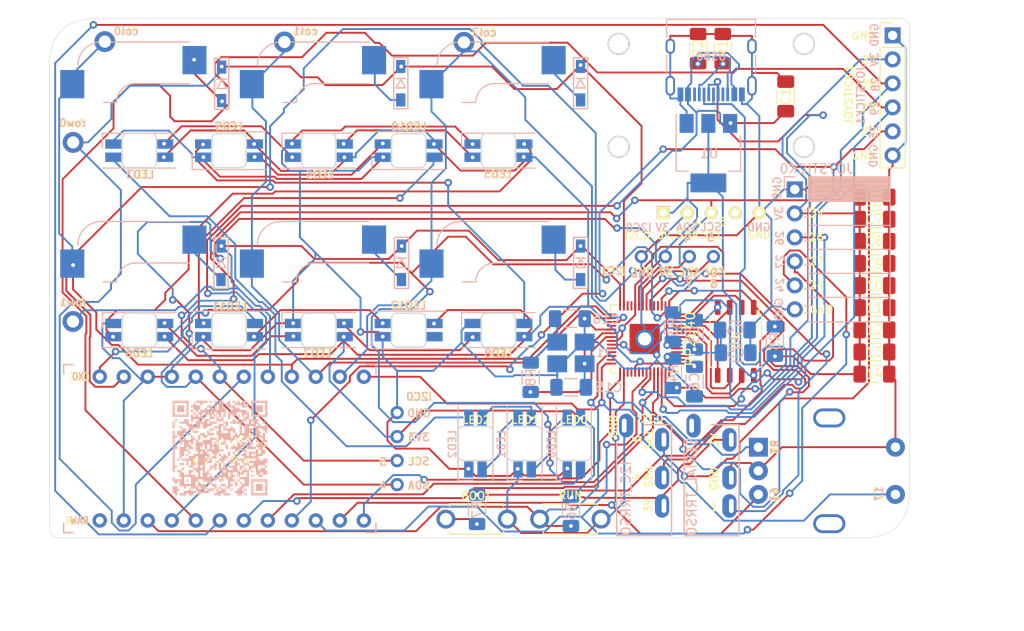
<source format=kicad_pcb>
(kicad_pcb (version 20211014) (generator pcbnew)
  (layers (0 "F.Cu" signal) (31 "B.Cu" signal) (34 "B.Paste" user) (35 "F.Paste" user) (36 "B.SilkS" user "B.Silkscreen") (37 "F.SilkS" user "F.Silkscreen") (38 "B.Mask" user) (39 "F.Mask" user) (44 "Edge.Cuts" user))
  (net 0 "")
  (net 1 "+3V3")
  (net 2 "I2C0_SDA")
  (net 3 "I2C0_SCL")
  (net 5 "GND")
  (net 7 "Net-(UG2-Pad2)")
  (net 8 "Net-(UG1-Pad2)")
  (net 9 "Net-(UG0-Pad2)")
  (net 10 "Net-(BL0-Pad2)")
  (net 11 "Net-(BL4-Pad4)")
  (net 12 "Net-(BL5-Pad4)")
  (net 13 "Net-(BL0-Pad4)")
  (net 14 "Net-(BL1-Pad4)")
  (net 15 "Net-(BL2-Pad4)")
  (net 16 "Net-(BL3-Pad4)")
  (net 17 "Net-(IN1-Pad2)")
  (net 18 "Net-(IN0-Pad2)")
  (net 19 "led")
  (net 20 "USB_D+")
  (net 21 "Net-(USB0-PadB5)")
  (net 23 "USB_D-")
  (net 24 "Net-(USB0-PadA5)")
  (net 26 "VCC")
  (net 28 "data")
  (net 29 "RE_SW0")
  (net 30 "RE_B")
  (net 31 "RE_A")
  (net 32 "reset")
  (net 33 "Net-(R7-Pad2)")
  (net 34 "Net-(C16-Pad2)")
  (net 35 "XOUT")
  (net 36 "QSPI_SS")
  (net 37 "Net-(R4-Pad1)")
  (net 38 "Net-(R3-Pad1)")
  (net 39 "J1_Y")
  (net 40 "J1_X")
  (net 41 "J0_Y")
  (net 42 "J0_X")
  (net 43 "J1_SW")
  (net 44 "J0_SW")
  (net 45 "col2")
  (net 46 "col1")
  (net 47 "col0")
  (net 48 "row1")
  (net 49 "row0")
  (net 51 "I2C1_SDA")
  (net 62 "I2C1_SCL")
  (net 63 "Net-(D1-Pad2)")
  (net 64 "Net-(D2-Pad2)")
  (net 65 "Net-(D3-Pad2)")
  (net 66 "Net-(D4-Pad2)")
  (net 67 "Net-(D5-Pad2)")
  (net 68 "Net-(D6-Pad2)")
  (net 69 "XIN")
  (net 70 "+1V1")
  (net 73 "QSPI_SD3")
  (net 74 "QSPI_SCLK")
  (net 75 "QSPI_SD0")
  (net 76 "QSPI_SD2")
  (net 77 "QSPI_SD1")
  (footprint "_kbdth:RP2040-QFN-56" (layer "F.Cu") (at 82.97 53.94 -90)
    (fp_text reference "RP2040")
    (fp_text value "RP2040")
  )
  (footprint "_kbdth:C_1206_3216_SMD" (layer "F.Cu") (at 107.28 43.608)
    (fp_text reference "C8")
    (fp_text value "0.1u")
  )
  (footprint "_kbdth:MXOnly-1U-Hotswap" (layer "F.Cu") (at 29.5 48.5)
    (fp_text reference "SW4")
    (fp_text value "SW_PUSH")
  )
  (footprint "_kbdth:Conn_1.3mm_M2" (layer "F.Cu") (at 44.86 22.5)
    (fp_text reference "COL1" hide)
    (fp_text value "Conn_01x01_Female")
  )
  (footprint "_kbdth:Hole_2.2mm_M2" (layer "F.Cu") (at 24 39)
    (fp_text reference "H2" hide)
    (fp_text value "Hole")
  )
  (footprint "_kbdth:ResetSW" (layer "F.Cu") (at 75.11 73.01)
    (fp_text reference "RST1" hide)
    (fp_text value "ResetSW")
  )
  (footprint "_kbdth:MXOnly-1U-Hotswap" (layer "F.Cu") (at 67.5 48.5)
    (fp_text reference "SW6")
    (fp_text value "SW_PUSH")
  )
  (footprint "_kbdth:C_1206_3216_SMD" (layer "F.Cu") (at 107.28 52.9761)
    (fp_text reference "12")
    (fp_text value "0.1u")
  )
  (footprint "_kbdth:MXOnly-1U-Hotswap" (layer "F.Cu") (at 48.5 29.5)
    (fp_text reference "SW2")
    (fp_text value "SW_PUSH")
  )
  (footprint "_kbdth:ProMicro_back_usd" (layer "F.Cu") (at 39.8 65.55 90)
    (fp_text reference "U4" hide)
    (fp_text value "ProMicro" hide)
  )
  (footprint "_kbdth:Conn_1.3mm_M2" (layer "F.Cu") (at 25.86 22.46)
    (fp_text reference "COL0" hide)
    (fp_text value "Conn_01x01_Female")
  )
  (footprint "takashicompany:PIM447" (layer "F.Cu") (at 90.02 40.5757)
    (fp_text reference "TB1")
    (fp_text value "PIM447" hide)
    (fp_circle (center -9.800009 -6.975701) (end -8.700009 -6.975701) (layer "Edge.Cuts") (width 0.2) (fill none))
    (fp_circle (center -9.800009 -17.875699) (end -8.700009 -17.875699) (layer "Edge.Cuts") (width 0.2) (fill none))
    (fp_circle (center 9.799989 -17.875699) (end 10.899989 -17.875699) (layer "Edge.Cuts") (width 0.2) (fill none))
    (fp_circle (center 9.799989 -6.975701) (end 10.899989 -6.975701) (layer "Edge.Cuts") (width 0.2) (fill none))
  )
  (footprint "_kbdth:PinHeader_1x06_P2.54mm_Vertical" (layer "F.Cu") (at 109.2 21.8)
    (fp_text reference "JOYSTICK1")
    (fp_text value "Conn_01x06")
  )
  (footprint "_kbdth:RotaryEncoder" (layer "F.Cu") (at 102.5 67.9)
    (fp_text reference "RE0" hide)
    (fp_text value "Rotary_Encoder")
  )
  (footprint "_kbdth:C_1206_3216_SMD" (layer "F.Cu") (at 107.28 41.2659)
    (fp_text reference "C7")
    (fp_text value "0.1u")
  )
  (footprint "_kbdth:C_1206_3216_SMD" (layer "F.Cu") (at 107.28 45.95)
    (fp_text reference "C9")
    (fp_text value "0.1u")
  )
  (footprint "_kbdth:C_1206_3216_SMD" (layer "F.Cu") (at 107.28 55.3181)
    (fp_text reference "13")
    (fp_text value "0.1u")
  )
  (footprint "_kbdth:MXOnly-1U-Hotswap" (layer "F.Cu") (at 29.5 29.5)
    (fp_text reference "SW1")
    (fp_text value "SW_PUSH")
  )
  (footprint "_kbdth:Conn_1.3mm_M2" (layer "F.Cu") (at 22.49 52.09)
    (fp_text reference "ROW1" hide)
    (fp_text value "Conn_01x01_Female")
  )
  (footprint "_kbdth:MXOnly-1U-Hotswap" (layer "F.Cu") (at 67.5 29.5)
    (fp_text reference "SW3")
    (fp_text value "SW_PUSH")
  )
  (footprint "_kbdth:YS-SK6812MINI-E_Undergrow" (layer "F.Cu") (at 58 34)
    (fp_text reference "UG1" hide)
    (fp_text value "YS-SK6812MINI-E_underglow" hide)
    (fp_line (start -1.3 1.8) (end 1.3 1.8) (layer "Edge.Cuts") (width 0.12))
    (fp_line (start -1.8 -1.3) (end -1.8 1.3) (layer "Edge.Cuts") (width 0.12))
    (fp_line (start 1.8 1.3) (end 1.8 -1.3) (layer "Edge.Cuts") (width 0.12))
    (fp_line (start 1.3 -1.8) (end -1.3 -1.8) (layer "Edge.Cuts") (width 0.12))
    (fp_arc (start 1.8 1.3) (mid 1.653553 1.653553) (end 1.3 1.8) (layer "Edge.Cuts") (width 0.12))
    (fp_arc (start -1.8 -1.3) (mid -1.653553 -1.653553) (end -1.3 -1.8) (layer "Edge.Cuts") (width 0.12))
    (fp_arc (start -1.3 1.8) (mid -1.653553 1.653553) (end -1.8 1.3) (layer "Edge.Cuts") (width 0.12))
    (fp_arc (start 1.3 -1.8) (mid 1.653553 -1.653553) (end 1.8 -1.3) (layer "Edge.Cuts") (width 0.12))
  )
  (footprint "_kbdth:R_1206_3216_SMD" (layer "F.Cu") (at 91.23 23.2 90)
    (fp_text reference "R1")
    (fp_text value "5.1k")
  )
  (footprint "_kbdth:C_1206_3216_SMD" (layer "F.Cu") (at 107.28 48.292)
    (fp_text reference "10")
    (fp_text value "0.1u")
  )
  (footprint "_kbdth:Conn_1.3mm_M2" (layer "F.Cu") (at 63.85 22.53)
    (fp_text reference "COL2" hide)
    (fp_text value "Conn_01x01_Female")
  )
  (footprint "_kbdth:C_1206_3216_SMD" (layer "F.Cu") (at 97.89 28.26 -90)
    (fp_text reference "C1")
    (fp_text value "10u")
  )
  (footprint "_kbdth:Conn_1.3mm_M2" (layer "F.Cu") (at 22.51 33.13)
    (fp_text reference "ROW0" hide)
    (fp_text value "Conn_01x01_Female")
  )
  (footprint "Package_SO:SOIC-8_5.23x5.23mm_P1.27mm" (layer "F.Cu") (at 92.6 54.2 -90)
    (fp_text reference "U2")
    (fp_text value "W25Q128JVS")
  )
  (footprint "_kbdth:YS-SK6812MINI-E_Undergrow" (layer "F.Cu") (at 39 34)
    (fp_text reference "UG0" hide)
    (fp_text value "YS-SK6812MINI-E_underglow" hide)
    (fp_line (start -1.8 -1.3) (end -1.8 1.3) (layer "Edge.Cuts") (width 0.12))
    (fp_line (start -1.3 1.8) (end 1.3 1.8) (layer "Edge.Cuts") (width 0.12))
    (fp_line (start 1.3 -1.8) (end -1.3 -1.8) (layer "Edge.Cuts") (width 0.12))
    (fp_line (start 1.8 1.3) (end 1.8 -1.3) (layer "Edge.Cuts") (width 0.12))
    (fp_arc (start 1.8 1.3) (mid 1.653553 1.653553) (end 1.3 1.8) (layer "Edge.Cuts") (width 0.12))
    (fp_arc (start 1.3 -1.8) (mid 1.653553 -1.653553) (end 1.8 -1.3) (layer "Edge.Cuts") (width 0.12))
    (fp_arc (start -1.3 1.8) (mid -1.653553 1.653553) (end -1.8 1.3) (layer "Edge.Cuts") (width 0.12))
    (fp_arc (start -1.8 -1.3) (mid -1.653553 -1.653553) (end -1.3 -1.8) (layer "Edge.Cuts") (width 0.12))
  )
  (footprint "_kbdth:OLED" (layer "F.Cu") (at 86.43 45.22 180)
    (fp_text reference "OLED1" hide)
    (fp_text value "OLED" hide)
  )
  (footprint "_kbdth:R_1206_3216_SMD" (layer "F.Cu") (at 88.62 23.2 90)
    (fp_text reference "R2")
    (fp_text value "5.1k")
  )
  (footprint "_kbdth:C_1206_3216_SMD" (layer "F.Cu") (at 107.28 50.6341)
    (fp_text reference "11")
    (fp_text value "0.1u")
  )
  (footprint "_kbdth:C_1206_3216_SMD" (layer "F.Cu") (at 107.28 38.9239)
    (fp_text reference "C2")
    (fp_text value "10u")
  )
  (footprint "_kbdth:OLED" (layer "F.Cu") (at 56.78 65.55 90)
    (fp_text reference "OLED0")
    (fp_text value "OLED" hide)
  )
  (footprint "_kbdth:YS-SK6812MINI-E_Undergrow" (layer "F.Cu") (at 58 53)
    (fp_text reference "UG3" hide)
    (fp_text value "YS-SK6812MINI-E_underglow" hide)
    (fp_line (start -1.8 -1.3) (end -1.8 1.3) (layer "Edge.Cuts") (width 0.12))
    (fp_line (start 1.3 -1.8) (end -1.3 -1.8) (layer "Edge.Cuts") (width 0.12))
    (fp_line (start 1.8 1.3) (end 1.8 -1.3) (layer "Edge.Cuts") (width 0.12))
    (fp_line (start -1.3 1.8) (end 1.3 1.8) (layer "Edge.Cuts") (width 0.12))
    (fp_arc (start 1.8 1.3) (mid 1.653553 1.653553) (end 1.3 1.8) (layer "Edge.Cuts") (width 0.12))
    (fp_arc (start -1.8 -1.3) (mid -1.653553 -1.653553) (end -1.3 -1.8) (layer "Edge.Cuts") (width 0.12))
    (fp_arc (start -1.3 1.8) (mid -1.653553 1.653553) (end -1.8 1.3) (layer "Edge.Cuts") (width 0.12))
    (fp_arc (start 1.3 -1.8) (mid 1.653553 -1.653553) (end 1.8 -1.3) (layer "Edge.Cuts") (width 0.12))
  )
  (footprint "_kbdth:C_1206_3216_SMD" (layer "F.Cu") (at 107.28 57.6602)
    (fp_text reference "14")
    (fp_text value "0.1u")
  )
  (footprint "_kbdth:YS-SK6812MINI-E_Undergrow" (layer "F.Cu") (at 39 53)
    (fp_text reference "UG2" hide)
    (fp_text value "YS-SK6812MINI-E_underglow" hide)
    (fp_line (start 1.3 -1.8) (end -1.3 -1.8) (layer "Edge.Cuts") (width 0.12))
    (fp_line (start -1.8 -1.3) (end -1.8 1.3) (layer "Edge.Cuts") (width 0.12))
    (fp_line (start -1.3 1.8) (end 1.3 1.8) (layer "Edge.Cuts") (width 0.12))
    (fp_line (start 1.8 1.3) (end 1.8 -1.3) (layer "Edge.Cuts") (width 0.12))
    (fp_arc (start -1.3 1.8) (mid -1.653553 1.653553) (end -1.8 1.3) (layer "Edge.Cuts") (width 0.12))
    (fp_arc (start -1.8 -1.3) (mid -1.653553 -1.653553) (end -1.3 -1.8) (layer "Edge.Cuts") (width 0.12))
    (fp_arc (start 1.3 -1.8) (mid 1.653553 -1.653553) (end 1.8 -1.3) (layer "Edge.Cuts") (width 0.12))
    (fp_arc (start 1.8 1.3) (mid 1.653553 1.653553) (end 1.3 1.8) (layer "Edge.Cuts") (width 0.12))
  )
  (footprint "_kbdth:ResetSW" (layer "F.Cu") (at 65.19 73.01)
    (fp_text reference "RST0" hide)
    (fp_text value "ResetSW")
  )
  (footprint "_kbdth:MXOnly-1U-Hotswap" (layer "F.Cu") (at 48.5 48.5)
    (fp_text reference "SW5")
    (fp_text value "SW_PUSH")
  )
  (footprint "_kbdth:TRRS" (layer "B.Cu") (at 90.04 74.92)
    (fp_text reference "SERIAL_TRRS0")
    (fp_text value "TRRS" hide)
  )
  (footprint "_kbdth:C_1206_3216_SMD" (layer "B.Cu") (at 88.24 58.4525 -90)
    (fp_text reference "C6")
    (fp_text value "1u")
  )
  (footprint "_kbdth:USB_C_Receptacle_USB2.0" (layer "B.Cu") (at 90 24)
    (fp_text reference "USB0")
    (fp_text value "USB_C_Receptacle_USB2.0")
  )
  (footprint "_kbdth:YS-SK6812MINI-E" (layer "B.Cu") (at 75.48 65.01 90)
    (fp_text reference "IN0" hide)
    (fp_text value "YS-SK6812MINI-E_overglow" hide)
    (fp_line (start -1.8 1.3) (end -1.8 -1.3) (layer "Edge.Cuts") (width 0.12))
    (fp_line (start 1.8 -1.3) (end 1.8 1.3) (layer "Edge.Cuts") (width 0.12))
    (fp_line (start 1.3 1.8) (end -1.3 1.8) (layer "Edge.Cuts") (width 0.12))
    (fp_line (start -1.3 -1.8) (end 1.3 -1.8) (layer "Edge.Cuts") (width 0.12))
    (fp_arc (start 1.3 -1.8) (mid 1.653553 -1.653553) (end 1.8 -1.3) (layer "Edge.Cuts") (width 0.12))
    (fp_arc (start -1.3 1.8) (mid -1.653553 1.653553) (end -1.8 1.3) (layer "Edge.Cuts") (width 0.12))
    (fp_arc (start 1.8 1.3) (mid 1.653553 1.653553) (end 1.3 1.8) (layer "Edge.Cuts") (width 0.12))
    (fp_arc (start -1.8 -1.3) (mid -1.653553 -1.653553) (end -1.3 -1.8) (layer "Edge.Cuts") (width 0.12))
  )
  (footprint "_kbdth:C_1206_3216_SMD" (layer "B.Cu") (at 92.5075 52.99)
    (fp_text reference "C4")
    (fp_text value "0.1u")
  )
  (footprint "_kbdth:R_1206_3216_SMD" (layer "B.Cu") (at 75.17 72.19 -90)
    (fp_text reference "R6")
    (fp_text value "1k")
  )
  (footprint "_kbdth:YS-SK6812MINI-E" (layer "B.Cu") (at 70.275 65.01 90)
    (fp_text reference "IN1" hide)
    (fp_text value "YS-SK6812MINI-E_overglow" hide)
    (fp_line (start 1.8 -1.3) (end 1.8 1.3) (layer "Edge.Cuts") (width 0.12))
    (fp_line (start -1.3 -1.8) (end 1.3 -1.8) (layer "Edge.Cuts") (width 0.12))
    (fp_line (start -1.8 1.3) (end -1.8 -1.3) (layer "Edge.Cuts") (width 0.12))
    (fp_line (start 1.3 1.8) (end -1.3 1.8) (layer "Edge.Cuts") (width 0.12))
    (fp_arc (start 1.3 -1.8) (mid 1.653553 -1.653553) (end 1.8 -1.3) (layer "Edge.Cuts") (width 0.12))
    (fp_arc (start -1.3 1.8) (mid -1.653553 1.653553) (end -1.8 1.3) (layer "Edge.Cuts") (width 0.12))
    (fp_arc (start -1.8 -1.3) (mid -1.653553 -1.653553) (end -1.3 -1.8) (layer "Edge.Cuts") (width 0.12))
    (fp_arc (start 1.8 1.3) (mid 1.653553 1.653553) (end 1.3 1.8) (layer "Edge.Cuts") (width 0.12))
  )
  (footprint "_kbdth:Diode_SMD" (layer "B.Cu") (at 76.19 45.88 -90)
    (fp_text reference "D6" hide)
    (fp_text value "D" hide)
  )
  (footprint "_kbdth:Diode_SMD" (layer "B.Cu") (at 38.22 26.92 -90)
    (fp_text reference "D1" hide)
    (fp_text value "D" hide)
  )
  (footprint "_kbdth:YS-SK6812MINI-E" (layer "B.Cu") (at 65.07 65.01 90)
    (fp_text reference "IN2" hide)
    (fp_text value "YS-SK6812MINI-E_overglow" hide)
    (fp_line (start -1.8 1.3) (end -1.8 -1.3) (layer "Edge.Cuts") (width 0.12))
    (fp_line (start -1.3 -1.8) (end 1.3 -1.8) (layer "Edge.Cuts") (width 0.12))
    (fp_line (start 1.3 1.8) (end -1.3 1.8) (layer "Edge.Cuts") (width 0.12))
    (fp_line (start 1.8 -1.3) (end 1.8 1.3) (layer "Edge.Cuts") (width 0.12))
    (fp_arc (start 1.3 -1.8) (mid 1.653553 -1.653553) (end 1.8 -1.3) (layer "Edge.Cuts") (width 0.12))
    (fp_arc (start -1.8 -1.3) (mid -1.653553 -1.653553) (end -1.3 -1.8) (layer "Edge.Cuts") (width 0.12))
    (fp_arc (start -1.3 1.8) (mid -1.653553 1.653553) (end -1.8 1.3) (layer "Edge.Cuts") (width 0.12))
    (fp_arc (start 1.8 1.3) (mid 1.653553 1.653553) (end 1.3 1.8) (layer "Edge.Cuts") (width 0.12))
  )
  (footprint "Connector_PinSocket_2.54mm:PinSocket_1x06_P2.54mm_Horizontal" (layer "B.Cu") (at 98.85 38.105 180)
    (fp_text reference "JOYSTICK0")
    (fp_text value "Conn_01x06")
  )
  (footprint "_kbdth:C_1206_3216_SMD" (layer "B.Cu") (at 88.24 53.49 90)
    (fp_text reference "C3")
    (fp_text value "1u")
  )
  (footprint "_kbdth:C_1206_3216_SMD" (layer "B.Cu") (at 75.2 59.06)
    (fp_text reference "C15")
    (fp_text value "27")
  )
  (footprint "_kbdth:Diode_SMD" (layer "B.Cu") (at 76.19 26.86 -90)
    (fp_text reference "D3" hide)
    (fp_text value "D" hide)
  )
  (footprint "_kbdth:YS-SK6812MINI-E" (layer "B.Cu") (at 29.5 34)
    (fp_text reference "BL5" hide)
    (fp_text value "YS-SK6812MINI-E" hide)
    (fp_line (start 1.3 1.8) (end -1.3 1.8) (layer "Edge.Cuts") (width 0.12))
    (fp_line (start -1.8 1.3) (end -1.8 -1.3) (layer "Edge.Cuts") (width 0.12))
    (fp_line (start 1.8 -1.3) (end 1.8 1.3) (layer "Edge.Cuts") (width 0.12))
    (fp_line (start -1.3 -1.8) (end 1.3 -1.8) (layer "Edge.Cuts") (width 0.12))
    (fp_arc (start -1.3 1.8) (mid -1.653553 1.653553) (end -1.8 1.3) (layer "Edge.Cuts") (width 0.12))
    (fp_arc (start 1.3 -1.8) (mid 1.653553 -1.653553) (end 1.8 -1.3) (layer "Edge.Cuts") (width 0.12))
    (fp_arc (start -1.8 -1.3) (mid -1.653553 -1.653553) (end -1.3 -1.8) (layer "Edge.Cuts") (width 0.12))
    (fp_arc (start 1.8 1.3) (mid 1.653553 1.653553) (end 1.3 1.8) (layer "Edge.Cuts") (width 0.12))
  )
  (footprint "_kbdth:R_1206_3216_SMD" (layer "B.Cu") (at 85.95 52.68 90)
    (fp_text reference "R3")
    (fp_text value "27")
  )
  (footprint "_kbdth:R_1206_3216_SMD" (layer "B.Cu") (at 70.91 58 -90)
    (fp_text reference "R8")
    (fp_text value "1k")
  )
  (footprint "_kbdth:R_1206_3216_SMD" (layer "B.Cu") (at 65.24 71.98 -90)
    (fp_text reference "R7")
    (fp_text value "1k")
  )
  (footprint "_kbdth:Diode_SMD" (layer "B.Cu") (at 38.15 45.88 -90)
    (fp_text reference "D4" hide)
    (fp_text value "D" hide)
  )
  (footprint "_kbdth:TRRS" (layer "B.Cu") (at 82.91 74.91)
    (fp_text reference "I2C_TRRS0")
    (fp_text value "TRRS" hide)
  )
  (footprint "_kbdth:YS-SK6812MINI-E" (layer "B.Cu") (at 48.5 53)
    (fp_text reference "BL1" hide)
    (fp_text value "YS-SK6812MINI-E" hide)
    (fp_line (start -1.8 1.3) (end -1.8 -1.3) (layer "Edge.Cuts") (width 0.12))
    (fp_line (start 1.3 1.8) (end -1.3 1.8) (layer "Edge.Cuts") (width 0.12))
    (fp_line (start -1.3 -1.8) (end 1.3 -1.8) (layer "Edge.Cuts") (width 0.12))
    (fp_line (start 1.8 -1.3) (end 1.8 1.3) (layer "Edge.Cuts") (width 0.12))
    (fp_arc (start 1.3 -1.8) (mid 1.653553 -1.653553) (end 1.8 -1.3) (layer "Edge.Cuts") (width 0.12))
    (fp_arc (start 1.8 1.3) (mid 1.653553 1.653553) (end 1.3 1.8) (layer "Edge.Cuts") (width 0.12))
    (fp_arc (start -1.3 1.8) (mid -1.653553 1.653553) (end -1.8 1.3) (layer "Edge.Cuts") (width 0.12))
    (fp_arc (start -1.8 -1.3) (mid -1.653553 -1.653553) (end -1.3 -1.8) (layer "Edge.Cuts") (width 0.12))
  )
  (footprint "_kbdth:Crystal_3225_SMD" (layer "B.Cu") (at 75.17 55.42 180)
    (fp_text reference "Y1")
    (fp_text value "Crystal")
  )
  (footprint "_kbdth:C_1206_3216_SMD" (layer "B.Cu") (at 92.5875 55.4)
    (fp_text reference "C5")
    (fp_text value "0.1u")
  )
  (footprint "_kbdth:YS-SK6812MINI-E" (layer "B.Cu") (at 29.5 53)
    (fp_text reference "BL2" hide)
    (fp_text value "YS-SK6812MINI-E" hide)
    (fp_line (start -1.3 -1.8) (end 1.3 -1.8) (layer "Edge.Cuts") (width 0.12))
    (fp_line (start 1.3 1.8) (end -1.3 1.8) (layer "Edge.Cuts") (width 0.12))
    (fp_line (start -1.8 1.3) (end -1.8 -1.3) (layer "Edge.Cuts") (width 0.12))
    (fp_line (start 1.8 -1.3) (end 1.8 1.3) (layer "Edge.Cuts") (width 0.12))
    (fp_arc (start 1.8 1.3) (mid 1.653553 1.653553) (end 1.3 1.8) (layer "Edge.Cuts") (width 0.12))
    (fp_arc (start -1.8 -1.3) (mid -1.653553 -1.653553) (end -1.3 -1.8) (layer "Edge.Cuts") (width 0.12))
    (fp_arc (start -1.3 1.8) (mid -1.653553 1.653553) (end -1.8 1.3) (layer "Edge.Cuts") (width 0.12))
    (fp_arc (start 1.3 -1.8) (mid 1.653553 -1.653553) (end 1.8 -1.3) (layer "Edge.Cuts") (width 0.12))
  )
  (footprint "_kbdth:YS-SK6812MINI-E" (layer "B.Cu") (at 67.5 53)
    (fp_text reference "BL0" hide)
    (fp_text value "YS-SK6812MINI-E" hide)
    (fp_line (start 1.8 -1.3) (end 1.8 1.3) (layer "Edge.Cuts") (width 0.12))
    (fp_line (start 1.3 1.8) (end -1.3 1.8) (layer "Edge.Cuts") (width 0.12))
    (fp_line (start -1.3 -1.8) (end 1.3 -1.8) (layer "Edge.Cuts") (width 0.12))
    (fp_line (start -1.8 1.3) (end -1.8 -1.3) (layer "Edge.Cuts") (width 0.12))
    (fp_arc (start -1.8 -1.3) (mid -1.653553 -1.653553) (end -1.3 -1.8) (layer "Edge.Cuts") (width 0.12))
    (fp_arc (start 1.8 1.3) (mid 1.653553 1.653553) (end 1.3 1.8) (layer "Edge.Cuts") (width 0.12))
    (fp_arc (start 1.3 -1.8) (mid 1.653553 -1.653553) (end 1.8 -1.3) (layer "Edge.Cuts") (width 0.12))
    (fp_arc (start -1.3 1.8) (mid -1.653553 1.653553) (end -1.8 1.3) (layer "Edge.Cuts") (width 0.12))
  )
  (footprint "_kbdth:qr1" (layer "B.Cu") (at 38.04 65.49 180)
    (fp_text reference "G***" hide)
    (fp_text value "LOGO" hide)
  )
  (footprint "_kbdth:Diode_SMD" (layer "B.Cu") (at 57.24 45.88 -90)
    (fp_text reference "D5" hide)
    (fp_text value "D" hide)
  )
  (footprint "Package_TO_SOT_SMD:SOT-223-3_TabPin2" (layer "B.Cu") (at 89.71 34.27 -90)
    (fp_text reference "U1")
    (fp_text value "NCP1117-3.3_SOT223")
  )
  (footprint "_kbdth:YS-SK6812MINI-E" (layer "B.Cu") (at 67.5 34)
    (fp_text reference "BL3" hide)
    (fp_text value "YS-SK6812MINI-E" hide)
    (fp_line (start -1.8 1.3) (end -1.8 -1.3) (layer "Edge.Cuts") (width 0.12))
    (fp_line (start -1.3 -1.8) (end 1.3 -1.8) (layer "Edge.Cuts") (width 0.12))
    (fp_line (start 1.3 1.8) (end -1.3 1.8) (layer "Edge.Cuts") (width 0.12))
    (fp_line (start 1.8 -1.3) (end 1.8 1.3) (layer "Edge.Cuts") (width 0.12))
    (fp_arc (start -1.3 1.8) (mid -1.653553 1.653553) (end -1.8 1.3) (layer "Edge.Cuts") (width 0.12))
    (fp_arc (start -1.8 -1.3) (mid -1.653553 -1.653553) (end -1.3 -1.8) (layer "Edge.Cuts") (width 0.12))
    (fp_arc (start 1.3 -1.8) (mid 1.653553 -1.653553) (end 1.8 -1.3) (layer "Edge.Cuts") (width 0.12))
    (fp_arc (start 1.8 1.3) (mid 1.653553 1.653553) (end 1.3 1.8) (layer "Edge.Cuts") (width 0.12))
  )
  (footprint "_kbdth:YS-SK6812MINI-E" (layer "B.Cu") (at 48.5 34)
    (fp_text reference "BL4" hide)
    (fp_text value "YS-SK6812MINI-E" hide)
    (fp_line (start -1.8 1.3) (end -1.8 -1.3) (layer "Edge.Cuts") (width 0.12))
    (fp_line (start 1.8 -1.3) (end 1.8 1.3) (layer "Edge.Cuts") (width 0.12))
    (fp_line (start 1.3 1.8) (end -1.3 1.8) (layer "Edge.Cuts") (width 0.12))
    (fp_line (start -1.3 -1.8) (end 1.3 -1.8) (layer "Edge.Cuts") (width 0.12))
    (fp_arc (start -1.3 1.8) (mid -1.653553 1.653553) (end -1.8 1.3) (layer "Edge.Cuts") (width 0.12))
    (fp_arc (start 1.8 1.3) (mid 1.653553 1.653553) (end 1.3 1.8) (layer "Edge.Cuts") (width 0.12))
    (fp_arc (start -1.8 -1.3) (mid -1.653553 -1.653553) (end -1.3 -1.8) (layer "Edge.Cuts") (width 0.12))
    (fp_arc (start 1.3 -1.8) (mid 1.653553 -1.653553) (end 1.8 -1.3) (layer "Edge.Cuts") (width 0.12))
  )
  (footprint "_kbdth:C_1206_3216_SMD" (layer "B.Cu") (at 75.06 51.79 180)
    (fp_text reference "C16")
    (fp_text value "27")
  )
  (footprint "_kbdth:R_1206_3216_SMD" (layer "B.Cu") (at 85.96 57.58 -90)
    (fp_text reference "R4")
    (fp_text value "27")
  )
  (footprint "_kbdth:Diode_SMD" (layer "B.Cu") (at 57.17 26.86 -90)
    (fp_text reference "D2" hide)
    (fp_text value "D" hide)
  )
  (footprint "_kbdth:R_1206_3216_SMD" (layer "B.Cu") (at 96.74 54.18 90)
    (fp_text reference "R5")
    (fp_text value "10k")
  )
  (gr_arc (start 20.48 22.42) (mid 21.270466 21.270466) (end 22.42 20.48) (layer "Edge.Cuts") (width 0.05))
  (gr_arc (start 22.42 20.48) (mid 23.686705 20.114791) (end 25 20) (layer "Edge.Cuts") (width 0.05))
  (gr_arc (start 20 25) (mid 20.114793 23.686706) (end 20.48 22.42) (layer "Edge.Cuts") (width 0.05))
  (gr_line (start 20 25) (end 20 74) (layer "Edge.Cuts") (width 0.05))
  (gr_line (start 111 70) (end 111 21) (layer "Edge.Cuts") (width 0.05))
  (gr_arc (start 111 70) (mid 110.885207 71.313294) (end 110.52 72.58) (layer "Edge.Cuts") (width 0.05))
  (gr_arc (start 110.52 72.58) (mid 109.729536 73.729536) (end 108.58 74.52) (layer "Edge.Cuts") (width 0.05))
  (gr_arc (start 108.58 74.52) (mid 107.313295 74.885211) (end 106 75) (layer "Edge.Cuts") (width 0.05))
  (gr_line (start 21 75) (end 106 75) (layer "Edge.Cuts") (width 0.05))
  (gr_arc (start 110 20) (mid 110.707107 20.292893) (end 111 21) (layer "Edge.Cuts") (width 0.05))
  (gr_line (start 110 20) (end 25 20) (layer "Edge.Cuts") (width 0.05))
  (gr_arc (start 21 75) (mid 20.292893 74.707107) (end 20 74) (layer "Edge.Cuts") (width 0.05))
  (gr_text "6" (at 90.28 48.12) (layer "B.SilkS") (effects (font (size 0.8128 0.8128)) (justify mirror)))
  (gr_text "SCL" (at 59.08 66.896666) (layer "B.SilkS") (effects (font (size 0.8128 0.8128)) (justify mirror)))
  (gr_text "LED6" (at 29.49 55.45) (layer "B.SilkS") (effects (font (size 0.8128 0.8128)) (justify mirror)))
  (gr_text "LED3" (at 29.59 36.52) (layer "B.SilkS") (effects (font (size 0.8128 0.8128)) (justify mirror)))
  (gr_text "GND" (at 59.08 61.803334) (layer "B.SilkS") (effects (font (size 0.8128 0.8128)) (justify mirror)))
  (gr_text "5" (at 55.3 66.96) (layer "B.SilkS") (effects (font (size 0.8128 0.8128)) (justify mirror)))
  (gr_text "I2C0" (at 82.34 42.15) (layer "B.SilkS") (effects (font (size 0.8128 0.8128)) (justify mirror)))
  (gr_text "LED9" (at 38.99 31.42) (layer "B.SilkS") (effects (font (size 0.8128 0.8128)) (justify mirror)))
  (gr_text "LED2" (at 62.63 65.08 90) (layer "B.SilkS") (effects (font (size 0.8128 0.8128)) (justify mirror)))
  (gr_text "LED8" (at 67.5 55.45) (layer "B.SilkS") (effects (font (size 0.8128 0.8128)) (justify mirror)))
  (gr_text "GND" (at 96.99 37.98 90) (layer "B.SilkS") (effects (font (size 0.8128 0.8128)) (justify mirror)))
  (gr_text "17" (at 107.76 70.32 90) (layer "B.SilkS") (effects (font (size 0.8128 0.8128)) (justify mirror)))
  (gr_text "LED11" (at 39.06 50.46) (layer "B.SilkS") (effects (font (size 0.8128 0.8128)) (justify mirror)))
  (gr_text "4" (at 55.24 69.51) (layer "B.SilkS") (effects (font (size 0.8128 0.8128)) (justify mirror)))
  (gr_text "SDA" (at 87.45 42.11) (layer "B.SilkS") (effects (font (size 0.8128 0.8128)) (justify mirror)))
  (gr_text "LED0" (at 73.09 65.08 90) (layer "B.SilkS") (effects (font (size 0.8128 0.8128)) (justify mirror)))
  (gr_text "col2" (at 65.99 21.49) (layer "B.SilkS") (effects (font (size 0.8128 0.8128)) (justify mirror)))
  (gr_text "SCL" (at 87.72 46.96) (layer "B.SilkS") (effects (font (size 0.8128 0.8128)) (justify mirror)))
  (gr_text "GND" (at 82.67 47.01) (layer "B.SilkS") (effects (font (size 0.8128 0.8128)) (justify mirror)))
  (gr_text "GND" (at 107.18 34.55 90) (layer "B.SilkS") (effects (font (size 0.8128 0.8128)) (justify mirror)))
  (gr_text "I2C0" (at 59.11 60.05) (layer "B.SilkS") (effects (font (size 0.8128 0.8128)) (justify mirror)))
  (gr_text "29" (at 107.27 29.51 90) (layer "B.SilkS") (effects (font (size 0.8128 0.8128)) (justify mirror)))
  (gr_text "SCL" (at 89.99 42.08) (layer "B.SilkS") (effects (font (size 0.8128 0.8128)) (justify mirror)))
  (gr_text "3V" (at 84.85 42.15) (layer "B.SilkS") (effects (font (size 0.8128 0.8128)) (justify mirror)))
  (gr_text "7" (at 87.65 48.09) (layer "B.SilkS") (effects (font (size 0.8128 0.8128)) (justify mirror)))
  (gr_text "LED12" (at 57.97 50.4) (layer "B.SilkS") (effects (font (size 0.8128 0.8128)) (justify mirror)))
  (gr_text "26" (at 97.27 43.28 90) (layer "B.SilkS") (effects (font (size 0.8128 0.8128)) (justify mirror)))
  (gr_text "col1" (at 47.08 21.36) (layer "B.SilkS") (effects (font (size 0.8128 0.8128)) (justify mirror)))
  (gr_text "I2C1" (at 79.66 46.74) (layer "B.SilkS") (effects (font (size 0.8128 0.8128)) (justify mirror)))
  (gr_text "LED4" (at 48.63 36.52) (layer "B.SilkS") (effects (font (size 0.8128 0.8128)) (justify mirror)))
  (gr_text "28" (at 107.41 26.98 90) (layer "B.SilkS") (effects (font (size 0.8128 0.8128)) (justify mirror)))
  (gr_text "LED7" (at 48.38 55.46) (layer "B.SilkS") (effects (font (size 0.8128 0.8128)) (justify mirror)))
  (gr_text "LED10" (at 58.03 31.44) (layer "B.SilkS") (effects (font (size 0.8128 0.8128)) (justify mirror)))
  (gr_text "SDA" (at 59.08 69.443334) (layer "B.SilkS") (effects (font (size 0.8128 0.8128)) (justify mirror)))
  (gr_text "3V3" (at 59.08 64.35) (layer "B.SilkS") (effects (font (size 0.8128 0.8128)) (justify mirror)))
  (gr_text "row1" (at 22.49 50.03) (layer "B.SilkS") (effects (font (size 0.8128 0.8128)) (justify mirror)))
  (gr_text "3V" (at 97.18 40.65 90) (layer "B.SilkS") (effects (font (size 0.8128 0.8128)) (justify mirror)))
  (gr_text "4" (at 87.5 43.32) (layer "B.SilkS") (effects (font (size 0.8128 0.8128)) (justify mirror)))
  (gr_text "25" (at 107.25 32.03 90) (layer "B.SilkS") (effects (font (size 0.8128 0.8128)) (justify mirror)))
  (gr_text "SDA" (at 90.31 46.95) (layer "B.SilkS") (effects (font (size 0.8128 0.8128)) (justify mirror)))
  (gr_text "LED5" (at 67.44 36.48) (layer "B.SilkS") (effects (font (size 0.8128 0.8128)) (justify mirror)))
  (gr_text "27" (at 97.31 45.74 90) (layer "B.SilkS") (effects (font (size 0.8128 0.8128)) (justify mirror)))
  (gr_text "3V" (at 107.28 24.35 90) (layer "B.SilkS") (effects (font (size 0.8128 0.8128)) (justify mirror)))
  (gr_text "18" (at 96.67 65.4 -90) (layer "B.SilkS") (effects (font (size 0.8128 0.8128)) (justify mirror)))
  (gr_text "LED1" (at 67.81 65.08 90) (layer "B.SilkS") (effects (font (size 0.8128 0.8128)) (justify mirror)))
  (gr_text "GND" (at 107.28 21.76 90) (layer "B.SilkS") (effects (font (size 0.8128 0.8128)) (justify mirror)))
  (gr_text "24" (at 97.29 48.23 90) (layer "B.SilkS") (effects (font (size 0.8128 0.8128)) (justify mirror)))
  (gr_text "GND" (at 95.05 42.11) (layer "B.SilkS") (effects (font (size 0.8128 0.8128)) (justify mirror)))
  (gr_text "19" (at 96.64 70.44 -90) (layer "B.SilkS") (effects (font (size 0.8128 0.8128)) (justify mirror)))
  (gr_text "GND" (at 97.18 50.83 90) (layer "B.SilkS") (effects (font (size 0.8128 0.8128)) (justify mirror)))
  (gr_text "5" (at 89.96 43.21) (layer "B.SilkS") (effects (font (size 0.8128 0.8128)) (justify mirror)))
  (gr_text "col0" (at 28.12 21.36) (layer "B.SilkS") (effects (font (size 0.8128 0.8128)) (justify mirror)))
  (gr_text "row0" (at 22.45 31.07) (layer "B.SilkS") (effects (font (size 0.8128 0.8128)) (justify mirror)))
  (gr_text "3V" (at 85.23 46.92) (layer "B.SilkS") (effects (font (size 0.8128 0.8128)) (justify mirror)))
  (gr_text "4" (at 55.3 69.51) (layer "F.SilkS") (effects (font (size 0.8128 0.8128))))
  (gr_text "3V" (at 106.65 24.43) (layer "F.SilkS") (effects (font (size 0.8128 0.8128))))
  (gr_text "5" (at 82.19 64.52 90) (layer "F.SilkS") (effects (font (size 0.8128 0.8128))))
  (gr_text "3V" (at 90.4 64.66 90) (layer "F.SilkS") (effects (font (size 0.8128 0.8128))))
  (gr_text "19" (at 96.64 70.44 270) (layer "F.SilkS") (effects (font (size 0.8128 0.8128))))
  (gr_text "TX0" (at 23.19 57.96) (layer "F.SilkS") (effects (font (size 0.8128 0.8128))))
  (gr_text "LED2" (at 65.15 62.52) (layer "F.SilkS") (effects (font (size 0.8128 0.8128))))
  (gr_text "SCL" (at 59.09 66.923332) (layer "F.SilkS") (effects (font (size 0.8128 0.8128))))
  (gr_text "meipi" (at 38.55 64.39) (layer "F.SilkS") (effects (font (size 1.5 1.5))))
  (gr_text "GND" (at 95.08 42.91) (layer "F.SilkS") (effects (font (size 0.8128 0.8128))))
  (gr_text "GND" (at 106.13 34.56) (layer "F.SilkS") (effects (font (size 0.8128 0.8128))))
  (gr_text "I2C0" (at 83.58 62.37) (layer "F.SilkS") (effects (font (size 0.8128 0.8128))))
  (gr_text "LED4" (at 48.63 36.52) (layer "F.SilkS") (effects (font (size 0.8128 0.8128))))
  (gr_text "LED11" (at 39.11 50.45) (layer "F.SilkS") (effects (font (size 0.8128 0.8128))))
  (gr_text "LED1" (at 70.33 62.49) (layer "F.SilkS") (effects (font (size 0.8128 0.8128))))
  (gr_text "3V3" (at 59.09 64.376666) (layer "F.SilkS") (effects (font (size 0.8128 0.8128))))
  (gr_text "GND" (at 79.64 63.18 90) (layer "F.SilkS") (effects (font (size 0.8128 0.8128))))
  (gr_text "col1" (at 47.08 21.36) (layer "F.SilkS") (effects (font (size 0.8128 0.8128))))
  (gr_text "4" (at 88.66 41.62) (layer "F.SilkS") (effects (font (size 0.8128 0.8128))))
  (gr_text "17" (at 107.77 70.35 90) (layer "F.SilkS") (effects (font (size 0.8128 0.8128))))
  (gr_text "I2C1" (at 79.66 46.77) (layer "F.SilkS") (effects (font (size 0.8128 0.8128))))
  (gr_text "LED10" (at 58.03 31.45) (layer "F.SilkS") (effects (font (size 0.8128 0.8128))))
  (gr_text "row1" (at 22.49 50.03) (layer "F.SilkS") (effects (font (size 0.8128 0.8128))))
  (gr_text "26" (at 101.16 43.18) (layer "F.SilkS") (effects (font (size 0.8128 0.8128))))
  (gr_text "18" (at 96.67 65.4 270) (layer "F.SilkS") (effects (font (size 0.8128 0.8128))))
  (gr_text "3V" (at 83.38 71.63 90) (layer "F.SilkS") (effects (font (size 0.8128 0.8128))))
  (gr_text "GND" (at 59.09 61.83) (layer "F.SilkS") (effects (font (size 0.8128 0.8128))))
  (gr_text "GND" (at 101.68 50.83) (layer "F.SilkS") (effects (font (size 0.8128 0.8128))))
  (gr_text "SCL" (at 87.79 46.74) (layer "F.SilkS") (effects (font (size 0.8128 0.8128))))
  (gr_text "col0" (at 28.12 21.36) (layer "F.SilkS") (effects (font (size 0.8128 0.8128))))
  (gr_text "LED3" (at 29.55 36.52) (layer "F.SilkS") (effects (font (size 0.8128 0.8128))))
  (gr_text "I2C0" (at 82.21 42.95) (layer "F.SilkS") (effects (font (size 0.8128 0.8128))))
  (gr_text "RAW" (at 22.92 73.19) (layer "F.SilkS") (effects (font (size 0.8128 0.8128))))
  (gr_text "LED0" (at 75.45 62.49) (layer "F.SilkS") (effects (font (size 0.8128 0.8128))))
  (gr_text "5" (at 55.24 66.96) (layer "F.SilkS") (effects (font (size 0.8128 0.8128))))
  (gr_text "4" (at 82.16 68.56 90) (layer "F.SilkS") (effects (font (size 0.8128 0.8128))))
  (gr_text "LED6" (at 29.49 55.44) (layer "F.SilkS") (effects (font (size 0.8128 0.8128))))
  (gr_text "I2C0" (at 59.12 60.04) (layer "F.SilkS") (effects (font (size 0.8128 0.8128))))
  (gr_text "row0" (at 22.45 31.07) (layer "F.SilkS") (effects (font (size 0.8128 0.8128))))
  (gr_text "SDA" (at 59.09 69.47) (layer "F.SilkS") (effects (font (size 0.8128 0.8128))))
  (gr_text "はやし たろう" (at 38.62 66.82) (layer "F.SilkS") (effects (font (size 1 1) (thickness 0.15) italic)))
  (gr_text "LED5" (at 67.47 36.49) (layer "F.SilkS") (effects (font (size 0.8128 0.8128))))
  (gr_text "SDA" (at 90.35 46.72) (layer "F.SilkS") (effects (font (size 0.8128 0.8128))))
  (gr_text "LED7" (at 48.35 55.46) (layer "F.SilkS") (effects (font (size 0.8128 0.8128))))
  (gr_text "3V" (at 85.24 46.77) (layer "F.SilkS") (effects (font (size 0.8128 0.8128))))
  (gr_text "29" (at 106.67 29.52) (layer "F.SilkS") (effects (font (size 0.8128 0.8128))))
  (gr_text "LED8" (at 67.43 55.45) (layer "F.SilkS") (effects (font (size 0.8128 0.8128))))
  (gr_text "24" (at 101.15 48.23) (layer "F.SilkS") (effects (font (size 0.8128 0.8128))))
  (gr_text "GND" (at 101.68 38.1) (layer "F.SilkS") (effects (font (size 0.8128 0.8128))))
  (gr_text "col2" (at 65.99 21.49) (layer "F.SilkS") (effects (font (size 0.8128 0.8128))))
  (gr_text "LED9" (at 38.99 31.42) (layer "F.SilkS") (effects (font (size 0.8128 0.8128))))
  (gr_text "25" (at 106.64 32.01) (layer "F.SilkS") (effects (font (size 0.8128 0.8128))))
  (gr_text "3V" (at 84.96 42.93) (layer "F.SilkS") (effects (font (size 0.8128 0.8128))))
  (gr_text "SCL" (at 90.13 42.91) (layer "F.SilkS") (effects (font (size 0.8128 0.8128))))
  (gr_text "3V" (at 101.16 40.65) (layer "F.SilkS") (effects (font (size 0.8128 0.8128))))
  (gr_text "28" (at 106.65 26.96) (layer "F.SilkS") (effects (font (size 0.8128 0.8128))))
  (gr_text "GND" (at 106.13 21.83) (layer "F.SilkS") (effects (font (size 0.8128 0.8128))))
  (gr_text "LED12" (at 57.97 50.41) (layer "F.SilkS") (effects (font (size 0.8128 0.8128))))
  (gr_text "1" (at 90.31 71.74) (layer "F.SilkS") (effects (font (size 0.8128 0.8128))))
  (gr_text "SDA" (at 87.5 42.91) (layer "F.SilkS") (effects (font (size 0.8128 0.8128))))
  (gr_text "5" (at 91.28 41.55) (layer "F.SilkS") (effects (font (size 0.8128 0.8128))))
  (gr_text "GND" (at 82.69 46.79) (layer "F.SilkS") (effects (font (size 0.8128 0.8128))))
  (gr_text "7" (at 87.72 47.87) (layer "F.SilkS") (effects (font (size 0.8128 0.8128))))
  (gr_text "27" (at 101.18 45.74) (layer "F.SilkS") (effects (font (size 0.8128 0.8128))))
  (gr_text "6" (at 90.24 47.9) (layer "F.SilkS") (effects (font (size 0.8128 0.8128))))
  (gr_text "GND" (at 90.33 68.74 90) (layer "F.SilkS") (effects (font (size 0.8128 0.8128))))
  (gr_text "SDA" (at 83.4 68.55 90) (layer "F.SilkS") (effects (font (size 0.8128 0.8128))))
  (gr_text "SCL" (at 83.45 64.55 90) (layer "F.SilkS") (effects (font (size 0.8128 0.8128))))
  (segment (start 76.0518 62.34) (end 75.31 61.5982) (width 0.2) (layer "F.Cu") (net 1))
  (segment (start 98.6633 55.78) (end 100.5435 57.6602) (width 0.2) (layer "F.Cu") (net 1))
  (segment (start 69.8345 50.8788) (end 62.1112 50.8788) (width 0.2) (layer "F.Cu") (net 1))
  (segment (start 81.97 51.3999) (end 80.59 52.7799) (width 0.2) (layer "F.Cu") (net 1))
  (segment (start 85.89 56.55) (end 85.88 56.54) (width 0.2) (layer "F.Cu") (net 1))
  (segment (start 105.7175 43.608) (end 105.7175 41.2659) (width 0.2) (layer "F.Cu") (net 1))
  (segment (start 105.718 46.1769) (end 105.718 47.3285) (width 0.2) (layer "F.Cu") (net 1))
  (segment (start 71 61.5982) (end 70.9259 61.5241) (width 0.2) (layer "F.Cu") (net 1))
  (segment (start 87.92 56.54) (end 88.22 56.84) (width 0.2) (layer "F.Cu") (net 1))
  (segment (start 86.47 56.14) (end 87.52 56.14) (width 0.2) (layer "F.Cu") (net 1))
  (segment (start 80.065 54.14) (end 79.47 54.14) (width 0.2) (layer "F.Cu") (net 1))
  (segment (start 105.718 50.7835) (end 105.718 55.3901) (width 0.2) (layer "F.Cu") (net 1))
  (segment (start 87.0889 67.1811) (end 86.4865 67.7835) (width 0.2) (layer "F.Cu") (net 1))
  (segment (start 81.97 56.845) (end 82.4825 56.3325) (width 0.2) (layer "F.Cu") (net 1))
  (segment (start 49.73 55.5457) (end 51.13 54.1457) (width 0.2) (layer "F.Cu") (net 1))
  (segment (start 96.75 55.78) (end 98.6633 55.78) (width 0.2) (layer "F.Cu") (net 1))
  (segment (start 68.6981 55.6119) (end 52.5962 55.6119) (width 0.2) (layer "F.Cu") (net 1))
  (segment (start 98.85 40.645) (end 100.0001 40.645) (width 0.2) (layer "F.Cu") (net 1))
  (segment (start 70.9708 52.9292) (end 70.9708 52.0151) (width 0.2) (layer "F.Cu") (net 1))
  (segment (start 51.13 54.1457) (end 51.13 53.72) (width 0.2) (layer "F.Cu") (net 1))
  (segment (start 34.6768 56.1868) (end 41.5021 56.1868) (width 0.2) (layer "F.Cu") (net 1))
  (segment (start 86.47 54.14) (end 85.875025 54.14) (width 0.2) (layer "F.Cu") (net 1))
  (segment (start 86.47 54.54) (end 86.47 54.14) (width 0.2) (layer "F.Cu") (net 1))
  (segment (start 70.23 53.67) (end 70.9708 52.9292) (width 0.2) (layer "F.Cu") (net 1))
  (segment (start 60.68 33.3) (end 63.4924 36.1124) (width 0.2) (layer "F.Cu") (net 1))
  (segment (start 94.505 57.795) (end 94.505 57.8) (width 0.2) (layer "F.Cu") (net 1))
  (segment (start 105.7175 45.95) (end 105.7175 43.608) (width 0.2) (layer "F.Cu") (net 1))
  (segment (start 105.718 50.7835) (end 105.7175 50.784) (width 0.2) (layer "F.Cu") (net 1))
  (segment (start 90.3011 64.62) (end 87.74 67.1811) (width 0.2) (layer "F.Cu") (net 1))
  (segment (start 76.5213 70.7) (end 76.5834 70.7621) (width 0.2) (layer "F.Cu") (net 1))
  (segment (start 70.23 54.08) (end 68.6981 55.6119) (width 0.2) (layer "F.Cu") (net 1))
  (segment (start 51.2 34.71) (end 51.2 35.0531) (width 0.2) (layer "F.Cu") (net 1))
  (segment (start 105.7175 55.3906) (end 105.7175 56.6349) (width 0.2) (layer "F.Cu") (net 1))
  (segment (start 94.49 57.78) (end 94.505 57.795) (width 0.2) (layer "F.Cu") (net 1))
  (segment (start 105.718 55.3901) (end 105.7175 55.3906) (width 0.2) (layer "F.Cu") (net 1))
  (segment (start 81.97 48.24) (end 84.99 45.22) (width 0.2) (layer "F.Cu") (net 1))
  (segment (start 85.01 71.61) (end 84.7052 71.3052) (width 0.2) (layer "F.Cu") (net 1))
  (segment (start 50.104 36.1491) (end 44.4991 36.1491) (width 0.2) (layer "F.Cu") (net 1))
  (segment (start 41.65 32.9108) (end 41.65 33.3) (width 0.2) (layer "F.Cu") (net 1))
  (segment (start 42.1432 55.5457) (end 49.73 55.5457) (width 0.2) (layer "F.Cu") (net 1))
  (segment (start 87.92 56.54) (end 88.22 56.84) (width 0.2) (layer "F.Cu") (net 1))
  (segment (start 105.7175 52.9761) (end 105.7175 55.3181) (width 0.2) (layer "F.Cu") (net 1))
  (segment (start 59.5359 61.5241) (end 56.78 64.28) (width 0.2) (layer "F.Cu") (net 1))
  (segment (start 44.4991 36.1491) (end 41.65 33.3) (width 0.2) (layer "F.Cu") (net 1))
  (segment (start 105.7175 40.645) (end 105.7175 38.9239) (width 0.2) (layer "F.Cu") (net 1))
  (segment (start 76.5834 70.7621) (end 84.519 70.7621) (width 0.2) (layer "F.Cu") (net 1))
  (segment (start 85.33 53.594975) (end 85.33 51.440661) (width 0.2) (layer "F.Cu") (net 1))
  (segment (start 32.18 53.69) (end 34.6768 56.1868) (width 0.2) (layer "F.Cu") (net 1))
  (segment (start 80.59 53.615) (end 80.065 54.14) (width 0.2) (layer "F.Cu") (net 1))
  (segment (start 76.26 62.34) (end 76.0518 62.34) (width 0.2) (layer "F.Cu") (net 1))
  (segment (start 69.2294 36.1124) (end 70.18 35.1618) (width 0.2) (layer "F.Cu") (net 1))
  (segment (start 84.7052 70.9483) (end 84.5811 70.8241) (width 0.2) (layer "F.Cu") (net 1))
  (segment (start 80.59 52.7799) (end 80.59 53.615) (width 0.2) (layer "F.Cu") (net 1))
  (segment (start 75.31 61.5982) (end 71 61.5982) (width 0.2) (layer "F.Cu") (net 1))
  (segment (start 32.1 34.69) (end 34.9328 31.8572) (width 0.2) (layer "F.Cu") (net 1))
  (segment (start 85.55 56.54) (end 85.88 56.54) (width 0.2) (layer "F.Cu") (net 1))
  (segment (start 88.22 48.83) (end 86.67 48.83) (width 0.2) (layer "F.Cu") (net 1))
  (segment (start 71 62.35) (end 71 61.5982) (width 0.2) (layer "F.Cu") (net 1))
  (segment (start 105.7175 41.2659) (end 105.7175 40.645) (width 0.2) (layer "F.Cu") (net 1))
  (segment (start 105.7175 40.645) (end 100.0001 40.645) (width 0.2) (layer "F.Cu") (net 1))
  (segment (start 92.14 64.62) (end 90.3011 64.62) (width 0.2) (layer "F.Cu") (net 1))
  (segment (start 105.7175 50.784) (end 105.7175 52.9761) (width 0.2) (layer "F.Cu") (net 1))
  (segment (start 82.4825 56.3325) (end 82.69 56.54) (width 0.2) (layer "F.Cu") (net 1))
  (segment (start 85.57 49.93) (end 85.57 50.44) (width 0.2) (layer "F.Cu") (net 1))
  (segment (start 105.718 38.9239) (end 105.718 46.1769) (width 0.2) (layer "F.Cu") (net 1))
  (segment (start 100.5435 57.6602) (end 105.7175 57.6602) (width 0.2) (layer "F.Cu") (net 1))
  (segment (start 105.718 55.3901) (end 105.718 57.6602) (width 0.2) (layer "F.Cu") (net 1))
  (segment (start 105.718 46.1769) (end 105.7175 46.1764) (width 0.2) (layer "F.Cu") (net 1))
  (segment (start 105.718 48.4802) (end 105.7175 48.4807) (width 0.2) (layer "F.Cu") (net 1))
  (segment (start 40.5964 31.8572) (end 41.65 32.9108) (width 0.2) (layer "F.Cu") (net 1))
  (segment (start 84.7052 71.3052) (end 84.7052 70.9483) (width 0.2) (layer "F.Cu") (net 1))
  (segment (start 105.718 47.3285) (end 105.7175 47.329) (width 0.2) (layer "F.Cu") (net 1))
  (segment (start 105.718 47.3285) (end 105.718 48.4802) (width 0.2) (layer "F.Cu") (net 1))
  (segment (start 82.69 56.54) (end 85.55 56.54) (width 0.2) (layer "F.Cu") (net 1))
  (segment (start 85.57 51.20066) (end 85.57 50.44) (width 0.2) (layer "F.Cu") (net 1))
  (segment (start 87.74 67.1811) (end 87.0889 67.1811) (width 0.2) (layer "F.Cu") (net 1))
  (segment (start 70.18 35.1618) (end 70.18 34.67) (width 0.2) (layer "F.Cu") (net 1))
  (segment (start 85.875025 54.14) (end 85.33 53.594975) (width 0.2) (layer "F.Cu") (net 1))
  (segment (start 105.718 48.4802) (end 105.718 50.7835) (width 0.2) (layer "F.Cu") (net 1))
  (segment (start 70.9708 52.0151) (end 69.8345 50.8788) (width 0.2) (layer "F.Cu") (net 1))
  (segment (start 62.1112 50.8788) (end 60.68 52.31) (width 0.2) (layer "F.Cu") (net 1))
  (segment (start 75.26 70.7) (end 76.5213 70.7) (width 0.2) (layer "F.Cu") (net 1))
  (segment (start 85.33 51.440661) (end 85.57 51.20066) (width 0.2) (layer "F.Cu") (net 1))
  (segment (start 81.97 50.44) (end 81.97 48.24) (width 0.2) (layer "F.Cu") (net 1))
  (segment (start 81.97 57.44) (end 81.97 56.845) (width 0.2) (layer "F.Cu") (net 1))
  (segment (start 34.9328 31.8572) (end 40.5964 31.8572) (width 0.2) (layer "F.Cu") (net 1))
  (segment (start 105.7175 48.4807) (end 105.7175 50.6341) (width 0.2) (layer "F.Cu") (net 1))
  (segment (start 85.88 56.54) (end 86.47 56.54) (width 0.2) (layer "F.Cu") (net 1))
  (segment (start 81.97 50.44) (end 81.97 51.3999) (width 0.2) (layer "F.Cu") (net 1))
  (segment (start 87.52 56.14) (end 87.92 56.54) (width 0.2) (layer "F.Cu") (net 1))
  (segment (start 105.7175 56.6349) (end 105.7175 57.6602) (width 0.2) (layer "F.Cu") (net 1))
  (segment (start 86.4865 68.9187) (end 84.5811 70.8241) (width 0.2) (layer "F.Cu") (net 1))
  (segment (start 86.47 56.54) (end 87.92 56.54) (width 0.2) (layer "F.Cu") (net 1))
  (segment (start 63.4924 36.1124) (end 69.2294 36.1124) (width 0.2) (layer "F.Cu") (net 1))
  (segment (start 51.2 35.0531) (end 50.104 36.1491) (width 0.2) (layer "F.Cu") (net 1))
  (segment (start 70.23 53.67) (end 70.23 54.08) (width 0.2) (layer "F.Cu") (net 1))
  (segment (start 86.4865 67.7835) (end 86.4865 68.9187) (width 0.2) (layer "F.Cu") (net 1))
  (segment (start 70.9259 61.5241) (end 59.5359 61.5241) (width 0.2) (layer "F.Cu") (net 1))
  (segment (start 105.7175 46.1764) (end 105.7175 45.95) (width 0.2) (layer "F.Cu") (net 1))
  (segment (start 84.99 45.22) (end 85.16 45.22) (width 0.2) (layer "F.Cu") (net 1))
  (segment (start 86.67 48.83) (end 85.57 49.93) (width 0.2) (layer "F.Cu") (net 1))
  (segment (start 105.7175 47.329) (end 105.7175 48.292) (width 0.2) (layer "F.Cu") (net 1))
  (segment (start 84.519 70.7621) (end 84.5811 70.8241) (width 0.2) (layer "F.Cu") (net 1))
  (segment (start 85.57 56.87) (end 85.89 56.55) (width 0.2) (layer "F.Cu") (net 1))
  (segment (start 52.5962 55.6119) (end 51.13 54.1457) (width 0.2) (layer "F.Cu") (net 1))
  (segment (start 41.5021 56.1868) (end 42.1432 55.5457) (width 0.2) (layer "F.Cu") (net 1))
  (segment (start 85.57 57.44) (end 85.57 56.87) (width 0.2) (layer "F.Cu") (net 1))
  (via (at 76.26 62.34) (size 0.8) (drill 0.4) (layers "F.Cu" "B.Cu") (net 1))
  (via (at 60.68 52.31) (size 0.8) (drill 0.4) (layers "F.Cu" "B.Cu") (net 1))
  (via (at 71 62.35) (size 0.8) (drill 0.4) (layers "F.Cu" "B.Cu") (net 1))
  (via (at 60.68 33.3) (size 0.8) (drill 0.4) (layers "F.Cu" "B.Cu") (net 1))
  (via (at 51.2 34.71) (size 0.8) (drill 0.4) (layers "F.Cu" "B.Cu") (net 1))
  (via (at 70.23 53.67) (size 0.8) (drill 0.4) (layers "F.Cu" "B.Cu") (net 1))
  (via (at 75.26 70.7) (size 0.8) (drill 0.4) (layers "F.Cu" "B.Cu") (net 1))
  (via (at 94.49 57.78) (size 0.8) (drill 0.4) (layers "F.Cu" "B.Cu") (net 1))
  (via (at 82.4825 56.3325) (size 0.8) (drill 0.4) (layers "F.Cu" "B.Cu") (net 1))
  (via (at 41.65 33.3) (size 0.8) (drill 0.4) (layers "F.Cu" "B.Cu") (net 1))
  (via (at 80.59 52.7799) (size 0.8) (drill 0.4) (layers "F.Cu" "B.Cu") (net 1))
  (via (at 32.1 34.69) (size 0.8) (drill 0.4) (layers "F.Cu" "B.Cu") (net 1))
  (via (at 88.22 48.83) (size 0.8) (drill 0.4) (layers "F.Cu" "B.Cu") (net 1))
  (via (at 70.18 34.67) (size 0.8) (drill 0.4) (layers "F.Cu" "B.Cu") (net 1))
  (via (at 96.75 55.78) (size 0.8) (drill 0.4) (layers "F.Cu" "B.Cu") (net 1))
  (via (at 88.22 56.84) (size 0.8) (drill 0.4) (layers "F.Cu" "B.Cu") (net 1))
  (via (at 51.13 53.72) (size 0.8) (drill 0.4) (layers "F.Cu" "B.Cu") (net 1))
  (via (at 32.18 53.69) (size 0.8) (drill 0.4) (layers "F.Cu" "B.Cu") (net 1))
  (segment (start 70.6594 53.69) (end 70.25 53.69) (width 0.2) (layer "B.Cu") (net 1))
  (segment (start 89.76 37.42) (end 91.239 38.899) (width 0.2) (layer "B.Cu") (net 1))
  (segment (start 81.5395 56.3325) (end 80.0441 54.8371) (width 0.2) (layer "B.Cu") (net 1))
  (segment (start 41.65 33.3) (end 41.75 33.3) (width 0.2) (layer "B.Cu") (net 1))
  (segment (start 51.13 55.2828) (end 51.13 53.72) (width 0.2) (layer "B.Cu") (net 1))
  (segment (start 51.25 34.7) (end 52.4001 34.7) (width 0.2) (layer "B.Cu") (net 1))
  (segment (start 85.16 44.5896) (end 88.5176 41.232) (width 0.2) (layer "B.Cu") (net 1))
  (segment (start 76.26 62.34) (end 76.18 62.26) (width 0.2) (layer "B.Cu") (net 1))
  (segment (start 100.0548 39.4402) (end 98.85 40.645) (width 0.2) (layer "B.Cu") (net 1))
  (segment (start 52.4001 34.3201) (end 52.4001 34.7) (width 0.2) (layer "B.Cu") (net 1))
  (segment (start 89.71 31.12) (end 89.71 37.37) (width 0.2) (layer "B.Cu") (net 1))
  (segment (start 70.18 34.67) (end 70.22 34.67) (width 0.2) (layer "B.Cu") (net 1))
  (segment (start 35.7068 50.4718) (end 40.276 50.4718) (width 0.2) (layer "B.Cu") (net 1))
  (segment (start 76.26 62.34) (end 76.5449 62.34) (width 0.2) (layer "B.Cu") (net 1))
  (segment (start 88.22 56.84) (end 88.24 56.86) (width 0.2) (layer "B.Cu") (net 1))
  (segment (start 71 62.35) (end 70.975 62.325) (width 0.2) (layer "B.Cu") (net 1))
  (segment (start 32.18 53.69) (end 32.245 53.69) (width 0.2) (layer "B.Cu") (net 1))
  (segment (start 60.74 52.31) (end 60.75 52.3) (width 0.2) (layer "B.Cu") (net 1))
  (segment (start 70.975 61.1099) (end 70.975 62.26) (width 0.2) (layer "B.Cu") (net 1))
  (segment (start 32.245 53.69) (end 32.25 53.695) (width 0.2) (layer "B.Cu") (net 1))
  (segment (start 88.5176 41.232) (end 88.5176 40.1518) (width 0.2) (layer "B.Cu") (net 1))
  (segment (start 60.68 52.31) (end 60.74 52.31) (width 0.2) (layer "B.Cu") (net 1))
  (segment (start 56.78 64.28) (end 55.5437 64.28) (width 0.2) (layer "B.Cu") (net 1))
  (segment (start 97.56 32.59) (end 97.56 34.53) (width 0.2) (layer "B.Cu") (net 1))
  (segment (start 76.9945 50.5357) (end 72.8801 50.5357) (width 0.2) (layer "B.Cu") (net 1))
  (segment (start 77.6098 63.4049) (end 77.6098 68.3502) (width 0.2) (layer "B.Cu") (net 1))
  (segment (start 77.6098 68.3502) (end 75.26 70.7) (width 0.2) (layer "B.Cu") (net 1))
  (segment (start 32.1 34.69) (end 32.24 34.69) (width 0.2) (layer "B.Cu") (net 1))
  (segment (start 97.56 34.53) (end 100.0548 37.0248) (width 0.2) (layer "B.Cu") (net 1))
  (segment (start 100.0548 37.0248) (end 100.0548 39.4402) (width 0.2) (layer "B.Cu") (net 1))
  (segment (start 49.6297 56.7831) (end 51.13 55.2828) (width 0.2) (layer "B.Cu") (net 1))
  (segment (start 32.25 53.695) (end 32.25 53.7) (width 0.2) (layer "B.Cu") (net 1))
  (segment (start 82.4825 56.3325) (end 81.5395 56.3325) (width 0.2) (layer "B.Cu") (net 1))
  (segment (start 34.6852 51.4934) (end 35.7068 50.4718) (width 0.2) (layer "B.Cu") (net 1))
  (segment (start 70.25 53.69) (end 70.25 53.7) (width 0.2) (layer "B.Cu") (net 1))
  (segment (start 88.5176 40.1518) (end 87.4401 39.0742) (width 0.2) (layer "B.Cu") (net 1))
  (segment (start 85.16 45.22) (end 85.16 44.5896) (width 0.2) (layer "B.Cu") (net 1))
  (segment (start 96.74 55.77) (end 96.5 55.77) (width 0.2) (layer "B.Cu") (net 1))
  (segment (start 54.8364 31.8838) (end 52.4001 34.3201) (width 0.2) (layer "B.Cu") (net 1))
  (segment (start 59.6862 31.8838) (end 54.8364 31.8838) (width 0.2) (layer "B.Cu") (net 1))
  (segment (start 92.6747 50.2657) (end 92.6747 56.4475) (width 0.2) (layer "B.Cu") (net 1))
  (segment (start 32.7124 53.695) (end 34.6852 51.7222) (width 0.2) (layer "B.Cu") (net 1))
  (segment (start 51.23 53.72) (end 51.25 53.7) (width 0.2) (layer "B.Cu") (net 1))
  (segment (start 88.24 56.86) (end 88.24 56.89) (width 0.2) (layer "B.Cu") (net 1))
  (segment (start 34.6852 51.7222) (end 34.6852 51.4934) (width 0.2) (layer "B.Cu") (net 1))
  (segment (start 94.0072 57.78) (end 94.49 57.78) (width 0.2) (layer "B.Cu") (net 1))
  (segment (start 89.76 37.42) (end 89.71 37.42) (width 0.2) (layer "B.Cu") (net 1))
  (segment (start 65.77 62.26) (end 66.9201 61.1099) (width 0.2) (layer "B.Cu") (net 1))
  (segment (start 80.0441 53.3258) (end 80.59 52.7799) (width 0.2) (layer "B.Cu") (net 1))
  (segment (start 75.26 70.7) (end 75.23 70.7) (width 0.2) (layer "B.Cu") (net 1))
  (segment (start 89.71 37.37) (end 89.76 37.42) (width 0.2) (layer "B.Cu") (net 1))
  (segment (start 96.5 55.77) (end 94.49 57.78) (width 0.2) (layer "B.Cu") (net 1))
  (segment (start 70.25 34.7) (end 71.4001 34.7) (width 0.2) (layer "B.Cu") (net 1))
  (segment (start 71.4001 34.7) (end 76.9945 40.2944) (width 0.2) (layer "B.Cu") (net 1))
  (segment (start 75.23 70.7) (end 75.17 70.64) (width 0.2) (layer "B.Cu") (net 1))
  (segment (start 72.8801 50.5357) (end 71.9312 51.4846) (width 0.2) (layer "B.Cu") (net 1))
  (segment (start 76.9945 40.2944) (end 76.9945 50.5357) (width 0.2) (layer "B.Cu") (net 1))
  (segment (start 70.23 53.67) (end 70.25 53.69) (width 0.2) (layer "B.Cu") (net 1))
  (segment (start 41.7 51.8958) (end 41.7 52.27) (width 0.2) (layer "B.Cu") (net 1))
  (segment (start 92.6747 56.4475) (end 94.0072 57.78) (width 0.2) (layer "B.Cu") (net 1))
  (segment (start 60.68 32.8776) (end 59.6862 31.8838) (width 0.2) (layer "B.Cu") (net 1))
  (segment (start 60.68 33.3) (end 60.68 32.8776) (width 0.2) (layer "B.Cu") (net 1))
  (segment (start 91.239 38.899) (end 91.239 48.83) (width 0.2) (layer "B.Cu") (net 1))
  (segment (start 91.239 48.83) (end 92.6747 50.2657) (width 0.2) (layer "B.Cu") (net 1))
  (segment (start 49.6297 58.366) (end 49.6297 56.7831) (width 0.2) (layer "B.Cu") (net 1))
  (segment (start 66.9201 61.1099) (end 70.975 61.1099) (width 0.2) (layer "B.Cu") (net 1))
  (segment (start 77.254 50.5357) (end 76.9945 50.5357) (width 0.2) (layer "B.Cu") (net 1))
  (segment (start 87.5099 39.0044) (end 87.4401 39.0742) (width 0.2) (layer "B.Cu") (net 1))
  (segment (start 70.975 62.325) (end 70.975 62.26) (width 0.2) (layer "B.Cu") (net 1))
  (segment (start 51.2 34.71) (end 51.24 34.71) (width 0.2) (layer "B.Cu") (net 1))
  (segment (start 80.0441 53.3258) (end 77.254 50.5357) (width 0.2) (layer "B.Cu") (net 1))
  (segment (start 91.239 48.83) (end 88.22 48.83) (width 0.2) (layer "B.Cu") (net 1))
  (segment (start 84.94 40.5757) (end 85.9386 40.5757) (width 0.2) (layer "B.Cu") (net 1))
  (segment (start 41.72 52.27) (end 41.75 52.3) (width 0.2) (layer "B.Cu") (net 1))
  (segment (start 51.24 34.71) (end 51.25 34.7) (width 0.2) (layer "B.Cu") (net 1))
  (segment (start 71.9312 52.4182) (end 70.6594 53.69) (width 0.2) (layer "B.Cu") (net 1))
  (segment (start 87.5099 37.42) (end 87.5099 39.0044) (width 0.2) (layer "B.Cu") (net 1))
  (segment (start 71.9312 51.4846) (end 71.9312 52.4182) (width 0.2) (layer "B.Cu") (net 1))
  (segment (start 32.25 53.695) (end 32.7124 53.695) (width 0.2) (layer "B.Cu") (net 1))
  (segment (start 60.68 33.3) (end 60.75 33.3) (width 0.2) (layer "B.Cu") (net 1))
  (segment (start 55.5437 64.28) (end 49.6297 58.366) (width 0.2) (layer "B.Cu") (net 1))
  (segment (start 80.0441 54.8371) (end 80.0441 53.3258) (width 0.2) (layer "B.Cu") (net 1))
  (segment (start 89.71 37.42) (end 87.5099 37.42) (width 0.2) (layer "B.Cu") (net 1))
  (segment (start 96.74 55.77) (end 96.74 55.73) (width 0.2) (layer "B.Cu") (net 1))
  (segment (start 40.276 50.4718) (end 41.7 51.8958) (width 0.2) (layer "B.Cu") (net 1))
  (segment (start 51.13 53.72) (end 51.23 53.72) (width 0.2) (layer "B.Cu") (net 1))
  (segment (start 87.4401 39.0742) (end 85.9386 40.5757) (width 0.2) (layer "B.Cu") (net 1))
  (segment (start 109.2 24.34) (end 105.81 24.34) (width 0.2) (layer "B.Cu") (net 1))
  (segment (start 76.5449 62.34) (end 77.6098 63.4049) (width 0.2) (layer "B.Cu") (net 1))
  (segment (start 105.81 24.34) (end 97.56 32.59) (width 0.2) (layer "B.Cu") (net 1))
  (segment (start 70.22 34.67) (end 70.25 34.7) (width 0.2) (layer "B.Cu") (net 1))
  (segment (start 32.24 34.69) (end 32.25 34.7) (width 0.2) (layer "B.Cu") (net 1))
  (segment (start 96.75 55.78) (end 96.74 55.77) (width 0.2) (layer "B.Cu") (net 1))
  (segment (start 41.7 52.27) (end 41.72 52.27) (width 0.2) (layer "B.Cu") (net 1))
  (segment (start 79.7335 42.2041) (end 80.0517 42.2041) (width 0.2) (layer "F.Cu") (net 2))
  (segment (start 98.9579 59.1864) (end 99.5378 59.1864) (width 0.2) (layer "F.Cu") (net 2))
  (segment (start 40.0698 41.23) (end 78.7594 41.23) (width 0.2) (layer "F.Cu") (net 2))
  (segment (start 86.71 47.59) (end 85.8047 47.59) (width 0.2) (layer "F.Cu") (net 2))
  (segment (start 85.3681 66.7018) (end 87.4874 66.7018) (width 0.2) (layer "F.Cu") (net 2))
  (segment (start 98.9684 57.2167) (end 96.6062 57.2167) (width 0.2) (layer "F.Cu") (net 2))
  (segment (start 95.6108 55.1141) (end 97.67 53.0549) (width 0.2) (layer "F.Cu") (net 2))
  (segment (start 99.5378 59.1864) (end 99.9479 58.7763) (width 0.2) (layer "F.Cu") (net 2))
  (segment (start 97.67 53.0549) (end 97.67 52.24) (width 0.2) (layer "F.Cu") (net 2))
  (segment (start 85.01 68.61) (end 85.01 67.0599) (width 0.2) (layer "F.Cu") (net 2))
  (segment (start 96.6062 57.2167) (end 95.6108 56.2213) (width 0.2) (layer "F.Cu") (net 2))
  (segment (start 56.78 69.36) (end 46.9034 69.36) (width 0.2) (layer "F.Cu") (net 2))
  (segment (start 93.1987 47.7687) (end 86.8887 47.7687) (width 0.2) (layer "F.Cu") (net 2))
  (segment (start 34.7963 51.1826) (end 34.7963 53.3546) (width 0.2) (layer "F.Cu") (net 2))
  (segment (start 38.0693 45.4121) (end 37.4798 44.8226) (width 0.2) (layer "F.Cu") (net 2))
  (segment (start 46.9034 69.36) (end 35.482 57.9386) (width 0.2) (layer "F.Cu") (net 2))
  (segment (start 97.7425 58.7918) (end 98.5633 58.7918) (width 0.2) (layer "F.Cu") (net 2))
  (segment (start 87.4874 66.7018) (end 91.2469 62.9423) (width 0.2) (layer "F.Cu") (net 2))
  (segment (start 85.8047 47.59) (end 83.57 49.8247) (width 0.2) (layer "F.Cu") (net 2))
  (segment (start 78.7594 41.23) (end 79.7335 42.2041) (width 0.2) (layer "F.Cu") (net 2))
  (segment (start 85.01 67.0599) (end 85.3681 66.7018) (width 0.2) (layer "F.Cu") (net 2))
  (segment (start 86.8887 47.7687) (end 86.71 47.59) (width 0.2) (layer "F.Cu") (net 2))
  (segment (start 93.592 62.9423) (end 97.7425 58.7918) (width 0.2) (layer "F.Cu") (net 2))
  (segment (start 37.4798 43.82) (end 40.0698 41.23) (width 0.2) (layer "F.Cu") (net 2))
  (segment (start 97.67 52.24) (end 93.1987 47.7687) (width 0.2) (layer "F.Cu") (net 2))
  (segment (start 99.9479 58.7763) (end 99.9479 58.1962) (width 0.2) (layer "F.Cu") (net 2))
  (segment (start 95.6108 56.2213) (end 95.6108 55.1141) (width 0.2) (layer "F.Cu") (net 2))
  (segment (start 83.57 49.8247) (end 83.57 50.44) (width 0.2) (layer "F.Cu") (net 2))
  (segment (start 37.4798 44.8226) (end 37.4798 43.82) (width 0.2) (layer "F.Cu") (net 2))
  (segment (start 33.4174 49.8037) (end 34.7963 51.1826) (width 0.2) (layer "F.Cu") (net 2))
  (segment (start 91.2469 62.9423) (end 93.592 62.9423) (width 0.2) (layer "F.Cu") (net 2))
  (segment (start 33.0405 49.8037) (end 33.4174 49.8037) (width 0.2) (layer "F.Cu") (net 2))
  (segment (start 98.5633 58.7918) (end 98.9579 59.1864) (width 0.2) (layer "F.Cu") (net 2))
  (segment (start 99.9479 58.1962) (end 98.9684 57.2167) (width 0.2) (layer "F.Cu") (net 2))
  (via (at 34.7963 53.3546) (size 0.8) (drill 0.4) (layers "F.Cu" "B.Cu") (net 2))
  (via (at 33.0405 49.8037) (size 0.8) (drill 0.4) (layers "F.Cu" "B.Cu") (net 2))
  (via (at 80.0517 42.2041) (size 0.8) (drill 0.4) (layers "F.Cu" "B.Cu") (net 2))
  (via (at 38.0693 45.4121) (size 0.8) (drill 0.4) (layers "F.Cu" "B.Cu") (net 2))
  (via (at 86.71 47.59) (size 0.8) (drill 0.4) (layers "F.Cu" "B.Cu") (net 2))
  (segment (start 34.4093 59.0113) (end 35.482 57.9386) (width 0.2) (layer "B.Cu") (net 2))
  (segment (start 84.161 43.8947) (end 87.48 40.5757) (width 0.2) (layer "B.Cu") (net 2))
  (segment (start 37.8237 45.4121) (end 37.028 44.6164) (width 0.2) (layer "B.Cu") (net 2))
  (segment (start 84.161 45.7015) (end 84.161 43.8947) (width 0.2) (layer "B.Cu") (net 2))
  (segment (start 29.35 44.93) (end 29.79 45.37) (width 0.2) (layer "B.Cu") (net 2))
  (segment (start 29.35 42.56) (end 29.35 44.93) (width 0.2) (layer "B.Cu") (net 2))
  (segment (start 84.161 43.8947) (end 82.4704 42.2041) (width 0.2) (layer "B.Cu") (net 2))
  (segment (start 30.3565 41.5535) (end 29.35 42.56) (width 0.2) (layer "B.Cu") (net 2))
  (segment (start 29.79 45.3718) (end 33.0405 48.6223) (width 0.2) (layer "B.Cu") (net 2))
  (segment (start 34.7963 53.3546) (end 34.7963 54.5822) (width 0.2) (layer "B.Cu") (net 2))
  (segment (start 82.4704 42.2041) (end 80.0517 42.2041) (width 0.2) (layer "B.Cu") (net 2))
  (segment (start 85.2493 46.7898) (end 84.161 45.7015) (width 0.2) (layer "B.Cu") (net 2))
  (segment (start 38.0693 45.4121) (end 37.8237 45.4121) (width 0.2) (layer "B.Cu") (net 2))
  (segment (start 37.028 41.8634) (end 36.7181 41.5535) (width 0.2) (layer "B.Cu") (net 2))
  (segment (start 29.79 45.37) (end 29.79 45.3718) (width 0.2) (layer "B.Cu") (net 2))
  (segment (start 36.7181 41.5535) (end 30.3565 41.5535) (width 0.2) (layer "B.Cu") (net 2))
  (segment (start 31.8719 58.4709) (end 32.4123 59.0113) (width 0.2) (layer "B.Cu") (net 2))
  (segment (start 32.4123 59.0113) (end 34.4093 59.0113) (width 0.2) (layer "B.Cu") (net 2))
  (segment (start 86.71 47.59) (end 85.9098 46.7898) (width 0.2) (layer "B.Cu") (net 2))
  (segment (start 85.9098 46.7898) (end 85.2493 46.7898) (width 0.2) (layer "B.Cu") (net 2))
  (segment (start 34.7963 54.5822) (end 31.8719 57.5066) (width 0.2) (layer "B.Cu") (net 2))
  (segment (start 31.8719 57.5066) (end 31.8719 58.4709) (width 0.2) (layer "B.Cu") (net 2))
  (segment (start 37.028 44.6164) (end 37.028 41.8634) (width 0.2) (layer "B.Cu") (net 2))
  (segment (start 33.0405 48.6223) (end 33.0405 49.8037) (width 0.2) (layer "B.Cu") (net 2))
  (segment (start 89.8317 68.4781) (end 91.6898 66.62) (width 0.2) (layer "F.Cu") (net 3))
  (segment (start 46.9034 66.82) (end 56.78 66.82) (width 0.2) (layer "F.Cu") (net 3))
  (segment (start 91.6898 66.62) (end 92.2588 66.62) (width 0.2) (layer "F.Cu") (net 3))
  (segment (start 106.6974 58.5356) (end 106.6974 38.062) (width 0.2) (layer "F.Cu") (net 3))
  (segment (start 40.204 40.53) (end 79.3541 40.53) (width 0.2) (layer "F.Cu") (net 3))
  (segment (start 33.9851 53.5334) (end 35.4225 54.9708) (width 0.2) (layer "F.Cu") (net 3))
  (segment (start 37.0797 45.4124) (end 37.0797 43.6543) (width 0.2) (layer "F.Cu") (net 3))
  (segment (start 106.6974 38.062) (end 106.3129 37.6775) (width 0.2) (layer "F.Cu") (net 3))
  (segment (start 92.2588 66.62) (end 92.9902 65.8886) (width 0.2) (layer "F.Cu") (net 3))
  (segment (start 105.054 37.6775) (end 103.4764 39.2551) (width 0.2) (layer "F.Cu") (net 3))
  (segment (start 39.4846 47.8173) (end 37.0797 45.4124) (width 0.2) (layer "F.Cu") (net 3))
  (segment (start 103.4764 39.2551) (end 90.02 39.2551) (width 0.2) (layer "F.Cu") (net 3))
  (segment (start 38.022 57.9386) (end 46.9034 66.82) (width 0.2) (layer "F.Cu") (net 3))
  (segment (start 90.02 39.2551) (end 81.929 39.2551) (width 0.2) (layer "F.Cu") (net 3))
  (segment (start 37.0797 43.6543) (end 40.204 40.53) (width 0.2) (layer "F.Cu") (net 3))
  (segment (start 33.9851 51.4294) (end 33.9851 53.5334) (width 0.2) (layer "F.Cu") (net 3))
  (segment (start 87.1866 68.4781) (end 89.8317 68.4781) (width 0.2) (layer "F.Cu") (net 3))
  (segment (start 90.02 39.2551) (end 90.02 40.5757) (width 0.2) (layer "F.Cu") (net 3))
  (segment (start 97.6758 60.2344) (end 104.9986 60.2344) (width 0.2) (layer "F.Cu") (net 3))
  (segment (start 39.4846 49.7036) (end 39.4846 47.8173) (width 0.2) (layer "F.Cu") (net 3))
  (segment (start 35.4225 54.9708) (end 36.0269 54.9708) (width 0.2) (layer "F.Cu") (net 3))
  (segment (start 79.3541 40.53) (end 80.0041 41.18) (width 0.2) (layer "F.Cu") (net 3))
  (segment (start 106.3129 37.6775) (end 105.054 37.6775) (width 0.2) (layer "F.Cu") (net 3))
  (segment (start 92.9902 65.8886) (end 92.9902 64.92) (width 0.2) (layer "F.Cu") (net 3))
  (segment (start 92.9902 64.92) (end 97.6758 60.2344) (width 0.2) (layer "F.Cu") (net 3))
  (segment (start 83.17 49.235456) (end 83.17 50.44) (width 0.2) (layer "F.Cu") (net 3))
  (segment (start 84.872728 47.532728) (end 83.17 49.235456) (width 0.2) (layer "F.Cu") (net 3))
  (segment (start 104.9986 60.2344) (end 106.6974 58.5356) (width 0.2) (layer "F.Cu") (net 3))
  (via (at 81.929 39.2551) (size 0.8) (drill 0.4) (layers "F.Cu" "B.Cu") (net 3))
  (via (at 87.1866 68.4781) (size 0.8) (drill 0.4) (layers "F.Cu" "B.Cu") (net 3))
  (via (at 80.0041 41.18) (size 0.8) (drill 0.4) (layers "F.Cu" "B.Cu") (net 3))
  (via (at 33.9851 51.4294) (size 0.8) (drill 0.4) (layers "F.Cu" "B.Cu") (net 3))
  (via (at 39.4846 49.7036) (size 0.8) (drill 0.4) (layers "F.Cu" "B.Cu") (net 3))
  (via (at 36.0269 54.9708) (size 0.8) (drill 0.4) (layers "F.Cu" "B.Cu") (net 3))
  (via (at 84.872728 47.532728) (size 0.8) (drill 0.4) (layers "F.Cu" "B.Cu") (net 3))
  (segment (start 85.662728 47.532728) (end 86.4201 48.2901) (width 0.2) (layer "B.Cu") (net 3))
  (segment (start 85.01 66.1601) (end 87.1866 68.3367) (width 0.2) (layer "B.Cu") (net 3))
  (segment (start 35.7244 49.8883) (end 34.1833 51.4294) (width 0.2) (layer "B.Cu") (net 3))
  (segment (start 86.675 43.9207) (end 90.02 40.5757) (width 0.2) (layer "B.Cu") (net 3))
  (segment (start 84.872728 47.532728) (end 85.662728 47.532728) (width 0.2) (layer "B.Cu") (net 3))
  (segment (start 85.01 64.61) (end 85.01 66.1601) (width 0.2) (layer "B.Cu") (net 3))
  (segment (start 86.4201 48.2901) (end 87.0389 48.2901) (width 0.2) (layer "B.Cu") (net 3))
  (segment (start 86.675 45.9532) (end 86.675 43.9207) (width 0.2) (layer "B.Cu") (net 3))
  (segment (start 87.4101 46.6883) (end 86.675 45.9532) (width 0.2) (layer "B.Cu") (net 3))
  (segment (start 38.022 56.9659) (end 36.0269 54.9708) (width 0.2) (layer "B.Cu") (net 3))
  (segment (start 81.929 39.2551) (end 80.0041 41.18) (width 0.2) (layer "B.Cu") (net 3))
  (segment (start 39.4846 49.7036) (end 39.2999 49.8883) (width 0.2) (layer "B.Cu") (net 3))
  (segment (start 87.0389 48.2901) (end 87.4101 47.9189) (width 0.2) (layer "B.Cu") (net 3))
  (segment (start 34.1833 51.4294) (end 33.9851 51.4294) (width 0.2) (layer "B.Cu") (net 3))
  (segment (start 87.1866 68.3367) (end 87.1866 68.4781) (width 0.2) (layer "B.Cu") (net 3))
  (segment (start 39.2999 49.8883) (end 35.7244 49.8883) (width 0.2) (layer "B.Cu") (net 3))
  (segment (start 87.4101 47.9189) (end 87.4101 46.6883) (width 0.2) (layer "B.Cu") (net 3))
  (segment (start 38.022 57.9386) (end 38.022 56.9659) (width 0.2) (layer "B.Cu") (net 3))
  (segment (start 64.32 67.69) (end 62.3001 67.69) (width 0.2) (layer "F.Cu") (net 5))
  (segment (start 70.2302 68.3902) (end 69.53 67.69) (width 0.2) (layer "F.Cu") (net 5))
  (segment (start 50.8695 31.87) (end 46.75 31.87) (width 0.2) (layer "F.Cu") (net 5))
  (segment (start 109.5 58.3177) (end 109.5 65.4) (width 0.2) (layer "F.Cu") (net 5))
  (segment (start 108.842 55.3181) (end 108.8425 55.3181) (width 0.2) (layer "F.Cu") (net 5))
  (segment (start 95 67.9) (end 94.1699 67.0699) (width 0.2) (layer "F.Cu") (net 5))
  (segment (start 90.7 50.58) (end 90.695 50.585) (width 0.2) (layer "F.Cu") (net 5))
  (segment (start 65.0722 68.4422) (end 68.7778 68.4422) (width 0.2) (layer "F.Cu") (net 5))
  (segment (start 109.2 34.5) (end 109.2 35.6501) (width 0.2) (layer "F.Cu") (net 5))
  (segment (start 108.8425 41.2659) (end 108.8425 38.9239) (width 0.2) (layer "F.Cu") (net 5))
  (segment (start 108.842 48.292) (end 108.8425 48.2915) (width 0.2) (layer "F.Cu") (net 5))
  (segment (start 108.8425 50.048) (end 108.8425 48.292) (width 0.2) (layer "F.Cu") (net 5))
  (segment (start 108.8425 51.8045) (end 108.8425 50.6341) (width 0.2) (layer "F.Cu") (net 5))
  (segment (start 69.9163 74.4863) (end 76.8837 74.4863) (width 0.2) (layer "F.Cu") (net 5))
  (segment (start 97.5 65.4) (end 95 67.9) (width 0.2) (layer "F.Cu") (net 5))
  (segment (start 84.245 55.215) (end 82.97 53.94) (width 0.2) (layer "F.Cu") (net 5))
  (segment (start 60.1601 65.55) (end 56.6099 65.55) (width 0.2) (layer "F.Cu") (net 5))
  (segment (start 108.8425 36.0076) (end 109.2 35.6501) (width 0.2) (layer "F.Cu") (net 5))
  (segment (start 91.4299 21.8499) (end 91.23 21.65) (width 0.2) (layer "F.Cu") (net 5))
  (segment (start 108.8425 45.95) (end 108.8425 43.608) (width 0.2) (layer "F.Cu") (net 5))
  (segment (start 74.7465 67.65) (end 74.0063 68.3902) (width 0.2) (layer "F.Cu") (net 5))
  (segment (start 74.79 67.65) (end 74.7465 67.65) (width 0.2) (layer "F.Cu") (net 5))
  (segment (start 43.8021 36.7558) (end 38.0241 36.7558) (width 0.2) (layer "F.Cu") (net 5))
  (segment (start 55.7529 62.7671) (end 56.78 61.74) (width 0.2) (layer "F.Cu") (net 5))
  (segment (start 55.7529 64.693) (end 55.7529 62.7671) (width 0.2) (layer "F.Cu") (net 5))
  (segment (start 44.0871 52.27) (end 45.78 52.27) (width 0.2) (layer "F.Cu") (net 5))
  (segment (start 56.6099 65.55) (end 55.7529 64.693) (width 0.2) (layer "F.Cu") (net 5))
  (segment (start 88.4201 21.8499) (end 88.62 21.65) (width 0.2) (layer "F.Cu") (net 5))
  (segment (start 108.842 50.0485) (end 108.8425 50.048) (width 0.2) (layer "F.Cu") (net 5))
  (segment (start 92.7172 42.9585) (end 95.1 40.5757) (width 0.2) (layer "F.Cu") (net 5))
  (segment (start 85.68 21.8499) (end 88.4201 21.8499) (width 0.2) (layer "F.Cu") (net 5))
  (segment (start 44.0387 36.9924) (end 43.8021 36.7558) (width 0.2) (layer "F.Cu") (net 5))
  (segment (start 108.842 55.3181) (end 108.842 57.6602) (width 0.2) (layer "F.Cu") (net 5))
  (segment (start 96.9724 25.7799) (end 97.89 26.6975) (width 0.2) (layer "F.Cu") (net 5))
  (segment (start 46.75 31.87) (end 45.66 32.96) (width 0.2) (layer "F.Cu") (net 5))
  (segment (start 108.842 50.0485) (end 108.842 51.805) (width 0.2) (layer "F.Cu") (net 5))
  (segment (start 85.68 22.95) (end 85.68 21.8499) (width 0.2) (layer "F.Cu") (net 5))
  (segment (start 108.8425 38.9239) (end 108.8425 37.2774) (width 0.2) (layer "F.Cu") (net 5))
  (segment (start 92.14 68.62) (end 92.14 67.0699) (width 0.2) (layer "F.Cu") (net 5))
  (segment (start 64.77 33.3) (end 62.9217 31.4517) (width 0.2) (layer "F.Cu") (net 5))
  (segment (start 108.842 48.292) (end 108.842 50.0485) (width 0.2) (layer "F.Cu") (net 5))
  (segment (start 64.32 67.69) (end 65.0722 68.4422) (width 0.2) (layer "F.Cu") (net 5))
  (segment (start 94.32 21.8499) (end 91.4299 21.8499) (width 0.2) (layer "F.Cu") (net 5))
  (segment (start 45.66 32.96) (end 45.66 33.26) (width 0.2) (layer "F.Cu") (net 5))
  (segment (start 109.5 65.4) (end 97.5 65.4) (width 0.2) (layer "F.Cu") (net 5))
  (segment (start 36.28 53.72) (end 36.28 54.0901) (width 0.2) (layer "F.Cu") (net 5))
  (segment (start 84.245 55.605) (end 84.245 55.215) (width 0.2) (layer "F.Cu") (net 5))
  (segment (start 108.8425 37.2774) (end 108.8425 36.0076) (width 0.2) (layer "F.Cu") (net 5))
  (segment (start 62.3001 67.69) (end 60.1601 65.55) (width 0.2) (layer "F.Cu") (net 5))
  (segment (start 68.7778 68.4422) (end 69.53 67.69) (width 0.2) (layer "F.Cu") (net 5))
  (segment (start 41.2196 55.1375) (end 44.0871 52.27) (width 0.2) (layer "F.Cu") (net 5))
  (segment (start 68.44 73.01) (end 69.9163 74.4863) (width 0.2) (layer "F.Cu") (net 5))
  (segment (start 30.402 57.9386) (end 32.942 57.9386) (width 0.2) (layer "F.Cu") (net 5))
  (segment (start 36.29 35.0217) (end 36.29 34.69) (width 0.2) (layer "F.Cu") (net 5))
  (segment (start 37.3274 55.1375) (end 41.2196 55.1375) (width 0.2) (layer "F.Cu") (net 5))
  (segment (start 79.47 52.94) (end 77.7725 52.94) (width 0.2) (layer "F.Cu") (net 5))
  (segment (start 38.0241 36.7558) (end 36.29 35.0217) (width 0.2) (layer "F.Cu") (net 5))
  (segment (start 94.1699 67.0699) (end 92.14 67.0699) (width 0.2) (layer "F.Cu") (net 5))
  (segment (start 84.245 55.215) (end 82.97 55.215) (width 0.2) (layer "F.Cu") (net 5))
  (segment (start 77.7725 52.94) (end 76.6225 51.79) (width 0.2) (layer "F.Cu") (net 5))
  (segment (start 82.97 52.665) (end 83.6075 52.665) (width 0.2) (layer "F.Cu") (net 5))
  (segment (start 100.8277 37.2774) (end 100.0001 38.105) (width 0.2) (layer "F.Cu") (net 5))
  (segment (start 90.695 50.585) (end 90.695 50.6) (width 0.2) (layer "F.Cu") (net 5))
  (segment (start 108.8425 55.3181) (end 108.8425 57.6602) (width 0.2) (layer "F.Cu") (net 5))
  (segment (start 94.32 22.95) (end 94.32 21.8499) (width 0.2) (layer "F.Cu") (net 5))
  (segment (start 55.31 34.69) (end 53.0076 36.9924) (width 0.2) (layer "F.Cu") (net 5))
  (segment (start 108.8425 48.2915) (end 108.8425 45.95) (width 0.2) (layer "F.Cu") (net 5))
  (segment (start 36.28 54.0901) (end 37.3274 55.1375) (width 0.2) (layer "F.Cu") (net 5))
  (segment (start 108.842 38.9239) (end 108.842 48.292) (width 0.2) (layer "F.Cu") (net 5))
  (segment (start 82.62 45.22) (end 84.8815 42.9585) (width 0.2) (layer "F.Cu") (net 5))
  (segment (start 108.8425 52.9761) (end 108.8425 55.3181) (width 0.2) (layer "F.Cu") (net 5))
  (segment (start 94.32 25.7799) (end 96.9724 25.7799) (width 0.2) (layer "F.Cu") (net 5))
  (segment (start 83.6075 53.94) (end 82.97 53.94) (width 0.2) (layer "F.Cu") (net 5))
  (segment (start 83.6075 53.94) (end 83.6075 52.665) (width 0.2) (layer "F.Cu") (net 5))
  (segment (start 108.8425 57.6602) (end 109.5 58.3177) (width 0.2) (layer "F.Cu") (net 5))
  (segment (start 62.9217 31.4517) (end 51.2878 31.4517) (width 0.2) (layer "F.Cu") (net 5))
  (segment (start 108.8425 43.608) (end 108.8425 41.2659) (width 0.2) (layer "F.Cu") (net 5))
  (segment (start 84.8815 42.9585) (end 92.7172 42.9585) (width 0.2) (layer "F.Cu") (net 5))
  (segment (start 54.7665 53.1965) (end 52.9121 53.1965) (width 0.2) (layer "F.Cu") (net 5))
  (segment (start 94.32 27.13) (end 94.32 25.7799) (width 0.2) (layer "F.Cu") (net 5))
  (segment (start 55.26 53.69) (end 54.7665 53.1965) (width 0.2) (layer "F.Cu") (net 5))
  (segment (start 108.842 51.805) (end 108.842 55.3181) (width 0.2) (layer "F.Cu") (net 5))
  (segment (start 98.85 38.105) (end 100.0001 38.105) (width 0.2) (layer "F.Cu") (net 5))
  (segment (start 51.2878 31.4517) (end 50.8695 31.87) (width 0.2) (layer "F.Cu") (net 5))
  (segment (start 53.0076 36.9924) (end 44.0387 36.9924) (width 0.2) (layer "F.Cu") (net 5))
  (segment (start 76.8837 74.4863) (end 78.36 73.01) (width 0.2) (layer "F.Cu") (net 5))
  (segment (start 108.8425 37.2774) (end 100.8277 37.2774) (width 0.2) (layer "F.Cu") (net 5))
  (segment (start 88.62 21.65) (end 91.23 21.65) (width 0.2) (layer "F.Cu") (net 5))
  (segment (start 74.0063 68.3902) (end 70.2302 68.3902) (width 0.2) (layer "F.Cu") (net 5))
  (segment (start 108.842 51.805) (end 108.8425 51.8045) (width 0.2) (layer "F.Cu") (net 5))
  (via (at 36.28 53.72) (size 0.8) (drill 0.4) (layers "F.Cu" "B.Cu") (net 5))
  (via (at 69.53 67.69) (size 0.8) (drill 0.4) (layers "F.Cu" "B.Cu") (net 5))
  (via (at 90.7 50.58) (size 0.8) (drill 0.4) (layers "F.Cu" "B.Cu") (net 5))
  (via (at 36.29 34.69) (size 0.8) (drill 0.4) (layers "F.Cu" "B.Cu") (net 5))
  (via (at 64.77 33.3) (size 0.8) (drill 0.4) (layers "F.Cu" "B.Cu") (net 5))
  (via (at 55.31 34.69) (size 0.8) (drill 0.4) (layers "F.Cu" "B.Cu") (net 5))
  (via (at 55.26 53.69) (size 0.8) (drill 0.4) (layers "F.Cu" "B.Cu") (net 5))
  (via (at 45.66 33.26) (size 0.8) (drill 0.4) (layers "F.Cu" "B.Cu") (net 5))
  (via (at 45.78 52.27) (size 0.8) (drill 0.4) (layers "F.Cu" "B.Cu") (net 5))
  (via (at 84.245 55.605) (size 0.8) (drill 0.4) (layers "F.Cu" "B.Cu") (net 5))
  (via (at 52.9121 53.1965) (size 0.8) (drill 0.4) (layers "F.Cu" "B.Cu") (net 5))
  (via (at 74.79 67.65) (size 0.8) (drill 0.4) (layers "F.Cu" "B.Cu") (net 5))
  (via (at 76.6225 51.79) (size 0.8) (drill 0.4) (layers "F.Cu" "B.Cu") (net 5))
  (via (at 64.32 67.69) (size 0.8) (drill 0.4) (layers "F.Cu" "B.Cu") (net 5))
  (segment (start 52.6727 36.1272) (end 54.0999 34.7) (width 0.2) (layer "B.Cu") (net 5))
  (segment (start 85.8541 57.1777) (end 88.24 59.5636) (width 0.2) (layer "B.Cu") (net 5))
  (segment (start 90.7 50.58) (end 89.3525 51.9275) (width 0.2) (layer "B.Cu") (net 5))
  (segment (start 67.174 57.9074) (end 69.0488 57.9074) (width 0.2) (layer "B.Cu") (net 5))
  (segment (start 84.5234 52.665) (end 84.245 52.665) (width 0.2) (layer "B.Cu") (net 5))
  (segment (start 96.3795 50.5151) (end 97.41 50.5151) (width 0.2) (layer "B.Cu") (net 5))
  (segment (start 74.17 56.57) (end 73.72 56.57) (width 0.2) (layer "B.Cu") (net 5))
  (segment (start 63.5998 54.3332) (end 60.6135 57.3195) (width 0.2) (layer "B.Cu") (net 5))
  (segment (start 74.78 67.66) (end 74.78 67.76) (width 0.2) (layer "B.Cu") (net 5))
  (segment (start 26.75 52.3) (end 25.5999 52.3) (width 0.2) (layer "B.Cu") (net 5))
  (segment (start 55.31 34.69) (end 55.26 34.69) (width 0.2) (layer "B.Cu") (net 5))
  (segment (start 93.822 29.0701) (end 93.25 29.0701) (width 0.2) (layer "B.Cu") (net 5))
  (segment (start 95.1 40.5757) (end 95.6843 40.5757) (width 0.2) (layer "B.Cu") (net 5))
  (segment (start 95.1 30.3481) (end 93.822 29.0701) (width 0.2) (layer "B.Cu") (net 5))
  (segment (start 64.77 33.3) (end 64.75 33.3) (width 0.2) (layer "B.Cu") (net 5))
  (segment (start 86.75 28.4801) (end 86.75 28.045) (width 0.2) (layer "B.Cu") (net 5))
  (segment (start 44.5998 35.3539) (end 45.3731 36.1272) (width 0.2) (layer "B.Cu") (net 5))
  (segment (start 25.5999 52.3) (end 25.5999 54.8651) (width 0.2) (layer "B.Cu") (net 5))
  (segment (start 48.13 45.42) (end 48.13 44.8) (width 0.2) (layer "B.Cu") (net 5))
  (segment (start 98.85 50.805) (end 97.6999 50.805) (width 0.2) (layer "B.Cu") (net 5))
  (segment (start 80.81 63.11) (end 80.81 64.6601) (width 0.2) (layer "B.Cu") (net 5))
  (segment (start 32.942 57.048) (end 32.942 57.9386) (width 0.2) (layer "B.Cu") (net 5))
  (segment (start 63.5998 54.3332) (end 67.174 57.9074) (width 0.2) (layer "B.Cu") (net 5))
  (segment (start 96.3795 41.2709) (end 95.6843 40.5757) (width 0.2) (layer "B.Cu") (net 5))
  (segment (start 49.4957 46.1657) (end 48.49 45.16) (width 0.2) (layer "B.Cu") (net 5))
  (segment (start 109.2 21.8) (end 110.56 23.16) (width 0.2) (layer "B.Cu") (net 5))
  (segment (start 55.25 53.7) (end 55.25 55.7895) (width 0.2) (layer "B.Cu") (net 5))
  (segment (start 85.68 27.805) (end 85.68 28.4801) (width 0.2) (layer "B.Cu") (net 5))
  (segment (start 55.26 34.69) (end 55.25 34.7) (width 0.2) (layer "B.Cu") (net 5))
  (segment (start 36.25 34.7) (end 35.0999 34.7) (width 0.2) (layer "B.Cu") (net 5))
  (segment (start 84.245 56.1908) (end 83.3573 57.0785) (width 0.2) (layer "B.Cu") (net 5))
  (segment (start 30.402 57.9386) (end 29.886 58.4546) (width 0.2) (layer "B.Cu") (net 5))
  (segment (start 83.3573 57.0785) (end 80.7786 57.0785) (width 0.2) (layer "B.Cu") (net 5))
  (segment (start 35.0999 34.3562) (end 32.6237 31.88) (width 0.2) (layer "B.Cu") (net 5))
  (segment (start 85.68 27.13) (end 85.68 22.95) (width 0.2) (layer "B.Cu") (net 5))
  (segment (start 82.97 53.94) (end 82.97 52.665) (width 0.2) (layer "B.Cu") (net 5))
  (segment (start 64.75 52.34) (end 64.75 52.3) (width 0.2) (layer "B.Cu") (net 5))
  (segment (start 55.25 55.7895) (end 56.78 57.3195) (width 0.2) (layer "B.Cu") (net 5))
  (segment (start 45.78 47.77) (end 48.13 45.42) (width 0.2) (layer "B.Cu") (net 5))
  (segment (start 87.41 31.12) (end 87.41 29.8199) (width 0.2) (layer "B.Cu") (net 5))
  (segment (start 82.62 52.315) (end 82.62 45.22) (width 0.2) (layer "B.Cu") (net 5))
  (segment (start 96.3795 50.5151) (end 96.3795 41.2709) (width 0.2) (layer "B.Cu") (net 5))
  (segment (start 94.32 27.2794) (end 94.32 27.13) (width 0.2) (layer "B.Cu") (net 5))
  (segment (start 73.6375 59.06) (end 73.72 58.9775) (width 0.2) (layer "B.Cu") (net 5))
  (segment (start 29.886 58.4546) (end 27.862 60.4786) (width 0.2) (layer "B.Cu") (net 5))
  (segment (start 97.41 50.5151) (end 97.6999 50.805) (width 0.2) (layer "B.Cu") (net 5))
  (segment (start 110.56 23.16) (end 110.56 33.14) (width 0.2) (layer "B.Cu") (net 5))
  (segment (start 45.78 52.27) (end 45.75 52.3) (width 0.2) (layer "B.Cu") (net 5))
  (segment (start 86.75 28.4801) (end 85.68 28.4801) (width 0.2) (layer "B.Cu") (net 5))
  (segment (start 93.822 28.9781) (end 94.32 28.4801) (width 0.2) (layer "B.Cu") (net 5))
  (segment (start 69.575 68.9101) (end 68.44 70.0451) (width 0.2) (layer "B.Cu") (net 5))
  (segment (start 94.15 52.7446) (end 94.15 53.3244) (width 0.2) (layer "B.Cu") (net 5))
  (segment (start 76.62 54.27) (end 76.47 54.27) (width 0.2) (layer "B.Cu") (net 5))
  (segment (start 95.1 40.5757) (end 95.1 30.3481) (width 0.2) (layer "B.Cu") (net 5))
  (segment (start 80.81 71.1823) (end 80.81 64.6601) (width 0.2) (layer "B.Cu") (net 5))
  (segment (start 78.9823 73.01) (end 80.81 71.1823) (width 0.2) (layer "B.Cu") (net 5))
  (segment (start 94.15 52.95) (end 94.13 52.93) (width 0.2) (layer "B.Cu") (net 5))
  (segment (start 69.1825 57.7737) (end 73.72 57.7737) (width 0.2) (layer "B.Cu") (net 5))
  (segment (start 88.7963 51.9275) (end 88.24 51.9275) (width 0.2) (layer "B.Cu") (net 5))
  (segment (start 84.245 52.665) (end 82.97 53.94) (width 0.2) (layer "B.Cu") (net 5))
  (segment (start 94.32 27.13) (end 94.32 22.95) (width 0.2) (layer "B.Cu") (net 5))
  (segment (start 94.13 52.93) (end 94.07 52.99) (width 0.2) (layer "B.Cu") (net 5))
  (segment (start 36.26 34.69) (end 36.25 34.7) (width 0.2) (layer "B.Cu") (net 5))
  (segment (start 73.72 57.7737) (end 73.72 56.57) (width 0.2) (layer "B.Cu") (net 5))
  (segment (start 93.822 29.0701) (end 93.822 28.9781) (width 0.2) (layer "B.Cu") (net 5))
  (segment (start 36.29 34.69) (end 36.26 34.69) (width 0.2) (layer "B.Cu") (net 5))
  (segment (start 86.75 29.1599) (end 86.75 28.4801) (width 0.2) (layer "B.Cu") (net 5))
  (segment (start 68.44 70.0451) (end 68.44 73.01) (width 0.2) (layer "B.Cu") (net 5))
  (segment (start 26.81 33.27) (end 26.78 33.27) (width 0.2) (layer "B.Cu") (net 5))
  (segment (start 76.62 54.27) (end 76.62 51.7925) (width 0.2) (layer "B.Cu") (net 5))
  (segment (start 27.4063 55.9749) (end 29.886 58.4546) (width 0.2) (layer "B.Cu") (net 5))
  (segment (start 56.78 57.3195) (end 56.78 61.74) (width 0.2) (layer "B.Cu") (net 5))
  (segment (start 64.37 67.74) (end 64.32 67.69) (width 0.2) (layer "B.Cu") (net 5))
  (segment (start 26.81 32.8973) (end 26.81 33.27) (width 0.2) (layer "B.Cu") (net 5))
  (segment (start 85.2319 57.1777) (end 85.8541 57.1777) (width 0.2) (layer "B.Cu") (net 5))
  (segment (start 48.49 45.16) (end 46.4967 43.1667) (width 0.2) (layer "B.Cu") (net 5))
  (segment (start 94.32 27.2794) (end 94.32 28.4801) (width 0.2) (layer "B.Cu") (net 5))
  (segment (start 93.25 28.045) (end 93.25 29.0701) (width 0.2) (layer "B.Cu") (net 5))
  (segment (start 88.7963 51.9275) (end 88.6082 52.1156) (width 0.2) (layer "B.Cu") (net 5))
  (segment (start 36.27 53.72) (end 32.942 57.048) (width 0.2) (layer "B.Cu") (net 5))
  (segment (start 49.497 46.1657) (end 52.9121 49.5808) (width 0.2) (layer "B.Cu") (net 5))
  (segment (start 32.6237 31.88) (end 27.8273 31.88) (width 0.2) (layer "B.Cu") (net 5))
  (segment (start 95.6843 40.1206) (end 95.6843 40.5757) (width 0.2) (layer "B.Cu") (net 5))
  (segment (start 44.5998 34.055) (end 44.5998 35.3539) (width 0.2) (layer "B.Cu") (net 5))
  (segment (start 45.78 52.27) (end 45.78 47.77) (width 0.2) (layer "B.Cu") (net 5))
  (segment (start 45.66 33.26) (end 45.3948 33.26) (width 0.2) (layer "B.Cu") (net 5))
  (segment (start 36.28 53.72) (end 36.27 53.72) (width 0.2) (layer "B.Cu") (net 5))
  (segment (start 94.15 55.4) (end 94.15 53.3244) (width 0.2) (layer "B.Cu") (net 5))
  (segment (start 97.6999 38.105) (end 95.6843 40.1206) (width 0.2) (layer "B.Cu") (net 5))
  (segment (start 69.0488 57.9074) (end 69.1825 57.7737) (width 0.2) (layer "B.Cu") (net 5))
  (segment (start 63.5998 54.3332) (end 63.5998 53.0264) (width 0.2) (layer "B.Cu") (net 5))
  (segment (start 73.72 58.9775) (end 73.72 57.7737) (width 0.2) (layer "B.Cu") (net 5))
  (segment (start 80.7786 57.0785) (end 77.9701 54.27) (width 0.2) (layer "B.Cu") (net 5))
  (segment (start 76.62 51.7925) (end 76.6225 51.79) (width 0.2) (layer "B.Cu") (net 5))
  (segment (start 46.4967 43.1667) (end 46.4967 36.1272) (width 0.2) (layer "B.Cu") (net 5))
  (segment (start 74.79 67.65) (end 74.78 67.66) (width 0.2) (layer "B.Cu") (net 5))
  (segment (start 55.26 53.69) (end 55.25 53.7) (width 0.2) (layer "B.Cu") (net 5))
  (segment (start 76.47 54.27) (end 74.17 56.57) (width 0.2) (layer "B.Cu") (net 5))
  (segment (start 110.56 33.14) (end 109.2 34.5) (width 0.2) (layer "B.Cu") (net 5))
  (segment (start 69.575 67.735) (end 69.575 67.76) (width 0.2) (layer "B.Cu") (net 5))
  (segment (start 63.5998 53.0264) (end 64.2862 52.34) (width 0.2) (layer "B.Cu") (net 5))
  (segment (start 60.6135 57.3195) (end 56.78 57.3195) (width 0.2) (layer "B.Cu") (net 5))
  (segment (start 46.4967 36.1272) (end 52.6727 36.1272) (width 0.2) (layer "B.Cu") (net 5))
  (segment (start 36.27 53.72) (end 36.25 53.7) (width 0.2) (layer "B.Cu") (net 5))
  (segment (start 55.25 34.7) (end 54.0999 34.7) (width 0.2) (layer "B.Cu") (net 5))
  (segment (start 25.5999 54.8651) (end 26.7097 55.9749) (width 0.2) (layer "B.Cu") (net 5))
  (segment (start 88.6082 52.1156) (end 85.0728 52.1156) (width 0.2) (layer "B.Cu") (net 5))
  (segment (start 69.575 67.76) (end 69.575 68.9101) (width 0.2) (layer "B.Cu") (net 5))
  (segment (start 45.75 33.3) (end 45.71 33.26) (width 0.2) (layer "B.Cu") (net 5))
  (segment (start 52.9121 49.5808) (end 52.9121 53.1965) (width 0.2) (layer "B.Cu") (net 5))
  (segment (start 49.497 46.1657) (end 49.4957 46.1657) (width 0.2) (layer "B.Cu") (net 5))
  (segment (start 94.15 53.3244) (end 94.15 52.95) (width 0.2) (layer "B.Cu") (net 5))
  (segment (start 26.78 33.27) (end 26.75 33.3) (width 0.2) (layer "B.Cu") (net 5))
  (segment (start 26.7097 55.9749) (end 27.4063 55.9749) (width 0.2) (layer "B.Cu") (net 5))
  (segment (start 87.41 29.8199) (end 86.75 29.1599) (width 0.2) (layer "B.Cu") (net 5))
  (segment (start 45.3948 33.26) (end 44.5998 34.055) (width 0.2) (layer "B.Cu") (net 5))
  (segment (start 78.36 73.01) (end 78.9823 73.01) (width 0.2) (layer "B.Cu") (net 5))
  (segment (start 82.97 52.665) (end 82.62 52.315) (width 0.2) (layer "B.Cu") (net 5))
  (segment (start 84.245 55.605) (end 84.245 56.1908) (width 0.2) (layer "B.Cu") (net 5))
  (segment (start 64.2862 52.34) (end 64.75 52.34) (width 0.2) (layer "B.Cu") (net 5))
  (segment (start 98.85 38.105) (end 97.6999 38.105) (width 0.2) (layer "B.Cu") (net 5))
  (segment (start 85.68 27.805) (end 85.68 27.13) (width 0.2) (layer "B.Cu") (net 5))
  (segment (start 85.0728 52.1156) (end 84.5234 52.665) (width 0.2) (layer "B.Cu") (net 5))
  (segment (start 89.3525 51.9275) (end 88.7963 51.9275) (width 0.2) (layer "B.Cu") (net 5))
  (segment (start 69.53 67.69) (end 69.575 67.735) (width 0.2) (layer "B.Cu") (net 5))
  (segment (start 96.3795 50.5151) (end 94.15 52.7446) (width 0.2) (layer "B.Cu") (net 5))
  (segment (start 64.37 67.76) (end 64.37 67.74) (width 0.2) (layer "B.Cu") (net 5))
  (segment (start 35.0999 34.7) (end 35.0999 34.3562) (width 0.2) (layer "B.Cu") (net 5))
  (segment (start 45.3731 36.1272) (end 46.4967 36.1272) (width 0.2) (layer "B.Cu") (net 5))
  (segment (start 76.62 54.27) (end 77.9701 54.27) (width 0.2) (layer "B.Cu") (net 5))
  (segment (start 27.862 60.4786) (end 27.862 73.1586) (width 0.2) (layer "B.Cu") (net 5))
  (segment (start 45.71 33.26) (end 45.66 33.26) (width 0.2) (layer "B.Cu") (net 5))
  (segment (start 27.8273 31.88) (end 26.81 32.8973) (width 0.2) (layer "B.Cu") (net 5))
  (segment (start 84.245 56.1908) (end 85.2319 57.1777) (width 0.2) (layer "B.Cu") (net 5))
  (segment (start 53.87 50.88) (end 55.26 52.27) (width 0.2) (layer "F.Cu") (net 7))
  (segment (start 44.45 50.88) (end 53.87 50.88) (width 0.2) (layer "F.Cu") (net 7))
  (segment (start 41.64 53.69) (end 44.45 50.88) (width 0.2) (layer "F.Cu") (net 7))
  (via (at 41.64 53.69) (size 0.8) (drill 0.4) (layers "F.Cu" "B.Cu") (net 7))
  (via (at 55.26 52.27) (size 0.8) (drill 0.4) (layers "F.Cu" "B.Cu") (net 7))
  (segment (start 41.74 53.69) (end 41.75 53.7) (width 0.2) (layer "B.Cu") (net 7))
  (segment (start 55.26 52.27) (end 55.25 52.28) (width 0.2) (layer "B.Cu") (net 7))
  (segment (start 55.25 52.28) (end 55.25 52.3) (width 0.2) (layer "B.Cu") (net 7))
  (segment (start 41.64 53.69) (end 41.74 53.69) (width 0.2) (layer "B.Cu") (net 7))
  (segment (start 36.2795 43.8887) (end 35.8061 44.3621) (width 0.2) (layer "F.Cu") (net 8))
  (segment (start 35.8061 44.3621) (end 35.8061 51.7561) (width 0.2) (layer "F.Cu") (net 8))
  (segment (start 35.8061 51.7561) (end 36.32 52.27) (width 0.2) (layer "F.Cu") (net 8))
  (segment (start 57.0806 39.0195) (end 40.5829 39.0195) (width 0.2) (layer "F.Cu") (net 8))
  (segment (start 40.5829 39.0195) (end 36.2795 43.3229) (width 0.2) (layer "F.Cu") (net 8))
  (segment (start 36.2795 43.3229) (end 36.2795 43.8887) (width 0.2) (layer "F.Cu") (net 8))
  (via (at 57.0806 39.0195) (size 0.8) (drill 0.4) (layers "F.Cu" "B.Cu") (net 8))
  (via (at 36.32 52.27) (size 0.8) (drill 0.4) (layers "F.Cu" "B.Cu") (net 8))
  (segment (start 60.72 34.67) (end 60.75 34.7) (width 0.2) (layer "B.Cu") (net 8))
  (segment (start 60.63 35.4701) (end 57.0806 39.0195) (width 0.2) (layer "B.Cu") (net 8))
  (segment (start 60.63 34.67) (end 60.63 35.4701) (width 0.2) (layer "B.Cu") (net 8))
  (segment (start 36.32 52.27) (end 36.28 52.27) (width 0.2) (layer "B.Cu") (net 8))
  (segment (start 36.28 52.27) (end 36.25 52.3) (width 0.2) (layer "B.Cu") (net 8))
  (segment (start 51.9608 36.5492) (end 44.1613 36.5492) (width 0.2) (layer "F.Cu") (net 9))
  (segment (start 55.27 33.24) (end 51.9608 36.5492) (width 0.2) (layer "F.Cu") (net 9))
  (segment (start 44.1613 36.5492) (end 42.2821 34.67) (width 0.2) (layer "F.Cu") (net 9))
  (segment (start 42.2821 34.67) (end 41.7 34.67) (width 0.2) (layer "F.Cu") (net 9))
  (via (at 41.7 34.67) (size 0.8) (drill 0.4) (layers "F.Cu" "B.Cu") (net 9))
  (via (at 55.27 33.24) (size 0.8) (drill 0.4) (layers "F.Cu" "B.Cu") (net 9))
  (segment (start 41.7 34.67) (end 41.72 34.67) (width 0.2) (layer "B.Cu") (net 9))
  (segment (start 55.25 33.26) (end 55.25 33.3) (width 0.2) (layer "B.Cu") (net 9))
  (segment (start 55.27 33.24) (end 55.25 33.26) (width 0.2) (layer "B.Cu") (net 9))
  (segment (start 41.72 34.67) (end 41.75 34.7) (width 0.2) (layer "B.Cu") (net 9))
  (segment (start 36.25 33.34) (end 35.5099 34.0801) (width 0.2) (layer "F.Cu") (net 10))
  (segment (start 35.5099 34.9259) (end 37.7399 37.1559) (width 0.2) (layer "F.Cu") (net 10))
  (segment (start 43.8731 37.3926) (end 62.1815 37.3926) (width 0.2) (layer "F.Cu") (net 10))
  (segment (start 43.6364 37.1559) (end 43.8731 37.3926) (width 0.2) (layer "F.Cu") (net 10))
  (segment (start 35.5099 34.0801) (end 35.5099 34.9259) (width 0.2) (layer "F.Cu") (net 10))
  (segment (start 37.7399 37.1559) (end 43.6364 37.1559) (width 0.2) (layer "F.Cu") (net 10))
  (via (at 36.25 33.34) (size 0.8) (drill 0.4) (layers "F.Cu" "B.Cu") (net 10))
  (via (at 62.1815 37.3926) (size 0.8) (drill 0.4) (layers "F.Cu" "B.Cu") (net 10))
  (segment (start 62.1815 39.8669) (end 62.1815 37.3926) (width 0.2) (layer "B.Cu") (net 10))
  (segment (start 70.23 52.29) (end 70.24 52.29) (width 0.2) (layer "B.Cu") (net 10))
  (segment (start 36.25 33.34) (end 36.25 33.3) (width 0.2) (layer "B.Cu") (net 10))
  (segment (start 70.23 47.9154) (end 62.1815 39.8669) (width 0.2) (layer "B.Cu") (net 10))
  (segment (start 70.23 52.29) (end 70.23 47.9154) (width 0.2) (layer "B.Cu") (net 10))
  (segment (start 70.24 52.29) (end 70.25 52.3) (width 0.2) (layer "B.Cu") (net 10))
  (segment (start 33.9796 31.4204) (end 42.4104 31.4204) (width 0.2) (layer "F.Cu") (net 11))
  (segment (start 42.4104 31.4204) (end 45.68 34.69) (width 0.2) (layer "F.Cu") (net 11))
  (segment (start 32.13 33.27) (end 33.9796 31.4204) (width 0.2) (layer "F.Cu") (net 11))
  (via (at 45.68 34.69) (size 0.8) (drill 0.4) (layers "F.Cu" "B.Cu") (net 11))
  (via (at 32.13 33.27) (size 0.8) (drill 0.4) (layers "F.Cu" "B.Cu") (net 11))
  (segment (start 32.22 33.27) (end 32.25 33.3) (width 0.2) (layer "B.Cu") (net 11))
  (segment (start 45.75 34.7) (end 45.74 34.69) (width 0.2) (layer "B.Cu") (net 11))
  (segment (start 45.74 34.69) (end 45.68 34.69) (width 0.2) (layer "B.Cu") (net 11))
  (segment (start 32.13 33.27) (end 32.22 33.27) (width 0.2) (layer "B.Cu") (net 11))
  (segment (start 57.754 65.3012) (end 51.4269 65.3012) (width 0.2) (layer "B.Cu") (net 12))
  (segment (start 64.36 62.25) (end 60.8052 62.25) (width 0.2) (layer "B.Cu") (net 12))
  (segment (start 42.1743 50.0343) (end 39.66 47.52) (width 0.2) (layer "B.Cu") (net 12))
  (segment (start 64.36 62.25) (end 64.37 62.26) (width 0.2) (layer "B.Cu") (net 12))
  (segment (start 36.6939 40.9535) (end 32.7146 40.9535) (width 0.2) (layer "B.Cu") (net 12))
  (segment (start 32.7146 40.9535) (end 26.75 34.9889) (width 0.2) (layer "B.Cu") (net 12))
  (segment (start 44.5752 56.3106) (end 43.9022 55.6376) (width 0.2) (layer "B.Cu") (net 12))
  (segment (start 51.4269 65.3012) (end 44.5752 58.4495) (width 0.2) (layer "B.Cu") (net 12))
  (segment (start 39.66 47.52) (end 39.66 43.9196) (width 0.2) (layer "B.Cu") (net 12))
  (segment (start 44.5752 58.4495) (end 44.5752 56.3106) (width 0.2) (layer "B.Cu") (net 12))
  (segment (start 43.9022 55.6376) (end 43.9022 51.417886) (width 0.2) (layer "B.Cu") (net 12))
  (segment (start 42.518614 50.0343) (end 42.1743 50.0343) (width 0.2) (layer "B.Cu") (net 12))
  (segment (start 43.9022 51.417886) (end 42.518614 50.0343) (width 0.2) (layer "B.Cu") (net 12))
  (segment (start 60.8052 62.25) (end 57.754 65.3012) (width 0.2) (layer "B.Cu") (net 12))
  (segment (start 39.66 43.9196) (end 36.6939 40.9535) (width 0.2) (layer "B.Cu") (net 12))
  (segment (start 64.78 53.75) (end 63.4004 55.1296) (width 0.2) (layer "F.Cu") (net 13))
  (segment (start 53.8552 55.1296) (end 51.16 52.4344) (width 0.2) (layer "F.Cu") (net 13))
  (segment (start 51.16 52.4344) (end 51.16 52.27) (width 0.2) (layer "F.Cu") (net 13))
  (segment (start 63.4004 55.1296) (end 53.8552 55.1296) (width 0.2) (layer "F.Cu") (net 13))
  (via (at 64.78 53.75) (size 0.8) (drill 0.4) (layers "F.Cu" "B.Cu") (net 13))
  (via (at 51.16 52.27) (size 0.8) (drill 0.4) (layers "F.Cu" "B.Cu") (net 13))
  (segment (start 51.22 52.27) (end 51.25 52.3) (width 0.2) (layer "B.Cu") (net 13))
  (segment (start 51.16 52.27) (end 51.22 52.27) (width 0.2) (layer "B.Cu") (net 13))
  (segment (start 64.75 53.72) (end 64.75 53.7) (width 0.2) (layer "B.Cu") (net 13))
  (segment (start 64.78 53.75) (end 64.75 53.72) (width 0.2) (layer "B.Cu") (net 13))
  (segment (start 32.18 52.25) (end 32.18 52.2941) (width 0.2) (layer "F.Cu") (net 14))
  (segment (start 35.6058 55.7199) (end 41.4032 55.7199) (width 0.2) (layer "F.Cu") (net 14))
  (segment (start 41.4032 55.7199) (end 43.4731 53.65) (width 0.2) (layer "F.Cu") (net 14))
  (segment (start 43.4731 53.65) (end 45.81 53.65) (width 0.2) (layer "F.Cu") (net 14))
  (segment (start 32.18 52.2941) (end 35.6058 55.7199) (width 0.2) (layer "F.Cu") (net 14))
  (via (at 32.18 52.25) (size 0.8) (drill 0.4) (layers "F.Cu" "B.Cu") (net 14))
  (via (at 45.81 53.65) (size 0.8) (drill 0.4) (layers "F.Cu" "B.Cu") (net 14))
  (segment (start 45.8 53.65) (end 45.75 53.7) (width 0.2) (layer "B.Cu") (net 14))
  (segment (start 45.81 53.65) (end 45.8 53.65) (width 0.2) (layer "B.Cu") (net 14))
  (segment (start 32.18 52.25) (end 32.2 52.25) (width 0.2) (layer "B.Cu") (net 14))
  (segment (start 32.2 52.25) (end 32.25 52.3) (width 0.2) (layer "B.Cu") (net 14))
  (segment (start 31.1302 50.8998) (end 32.2549 49.7751) (width 0.2) (layer "F.Cu") (net 15))
  (segment (start 32.2549 49.0449) (end 34.7299 46.5699) (width 0.2) (layer "F.Cu") (net 15))
  (segment (start 70.8898 33.9698) (end 70.22 33.3) (width 0.2) (layer "F.Cu") (net 15))
  (segment (start 67.6191 38.3194) (end 70.8898 35.0487) (width 0.2) (layer "F.Cu") (net 15))
  (segment (start 26.0282 52.0165) (end 27.1449 50.8998) (width 0.2) (layer "F.Cu") (net 15))
  (segment (start 70.8898 35.0487) (end 70.8898 33.9698) (width 0.2) (layer "F.Cu") (net 15))
  (segment (start 26.0282 53.0082) (end 26.0282 52.0165) (width 0.2) (layer "F.Cu") (net 15))
  (segment (start 34.7299 43.2001) (end 39.3739 38.5561) (width 0.2) (layer "F.Cu") (net 15))
  (segment (start 34.7299 46.5699) (end 34.7299 43.2001) (width 0.2) (layer "F.Cu") (net 15))
  (segment (start 43.8731 38.3194) (end 67.6191 38.3194) (width 0.2) (layer "F.Cu") (net 15))
  (segment (start 26.73 53.71) (end 26.0282 53.0082) (width 0.2) (layer "F.Cu") (net 15))
  (segment (start 32.2549 49.7751) (end 32.2549 49.0449) (width 0.2) (layer "F.Cu") (net 15))
  (segment (start 43.6364 38.5561) (end 43.8731 38.3194) (width 0.2) (layer "F.Cu") (net 15))
  (segment (start 39.3739 38.5561) (end 43.6364 38.5561) (width 0.2) (layer "F.Cu") (net 15))
  (segment (start 27.1449 50.8998) (end 31.1302 50.8998) (width 0.2) (layer "F.Cu") (net 15))
  (via (at 26.73 53.71) (size 0.8) (drill 0.4) (layers "F.Cu" "B.Cu") (net 15))
  (via (at 70.22 33.3) (size 0.8) (drill 0.4) (layers "F.Cu" "B.Cu") (net 15))
  (segment (start 70.22 33.3) (end 70.25 33.3) (width 0.2) (layer "B.Cu") (net 15))
  (segment (start 26.73 53.71) (end 26.74 53.71) (width 0.2) (layer "B.Cu") (net 15))
  (segment (start 26.74 53.71) (end 26.75 53.7) (width 0.2) (layer "B.Cu") (net 15))
  (segment (start 51.12 33.28) (end 52.5481 31.8519) (width 0.2) (layer "F.Cu") (net 16))
  (segment (start 52.5481 31.8519) (end 61.9119 31.8519) (width 0.2) (layer "F.Cu") (net 16))
  (segment (start 61.9119 31.8519) (end 64.77 34.71) (width 0.2) (layer "F.Cu") (net 16))
  (via (at 64.77 34.71) (size 0.8) (drill 0.4) (layers "F.Cu" "B.Cu") (net 16))
  (via (at 51.12 33.28) (size 0.8) (drill 0.4) (layers "F.Cu" "B.Cu") (net 16))
  (segment (start 51.23 33.28) (end 51.25 33.3) (width 0.2) (layer "B.Cu") (net 16))
  (segment (start 64.76 34.71) (end 64.75 34.7) (width 0.2) (layer "B.Cu") (net 16))
  (segment (start 64.77 34.71) (end 64.76 34.71) (width 0.2) (layer "B.Cu") (net 16))
  (segment (start 51.12 33.28) (end 51.23 33.28) (width 0.2) (layer "B.Cu") (net 16))
  (segment (start 69.57 62.34) (end 69.575 62.335) (width 0.2) (layer "B.Cu") (net 17))
  (segment (start 65.77 67.74) (end 65.77 67.76) (width 0.2) (layer "B.Cu") (net 17))
  (segment (start 67.6725 63.8225) (end 67.6725 66.1458) (width 0.2) (layer "B.Cu") (net 17))
  (segment (start 67.6725 66.1458) (end 66.0783 67.74) (width 0.2) (layer "B.Cu") (net 17))
  (segment (start 69.575 62.335) (end 69.575 62.26) (width 0.2) (layer "B.Cu") (net 17))
  (segment (start 69.57 62.34) (end 69.155 62.34) (width 0.2) (layer "B.Cu") (net 17))
  (segment (start 69.155 62.34) (end 67.6725 63.8225) (width 0.2) (layer "B.Cu") (net 17))
  (segment (start 66.0783 67.74) (end 65.77 67.74) (width 0.2) (layer "B.Cu") (net 17))
  (segment (start 70.975 67.76) (end 70.975 67.695) (width 0.2) (layer "B.Cu") (net 18))
  (segment (start 74.4642 62.27) (end 74.78 62.27) (width 0.2) (layer "B.Cu") (net 18))
  (segment (start 70.98 67.69) (end 71.3333 67.69) (width 0.2) (layer "B.Cu") (net 18))
  (segment (start 71.3333 67.69) (end 72.8775 66.1458) (width 0.2) (layer "B.Cu") (net 18))
  (segment (start 70.975 67.695) (end 70.98 67.69) (width 0.2) (layer "B.Cu") (net 18))
  (segment (start 72.8775 66.1458) (end 72.8775 63.8567) (width 0.2) (layer "B.Cu") (net 18))
  (segment (start 72.8775 63.8567) (end 74.4642 62.27) (width 0.2) (layer "B.Cu") (net 18))
  (segment (start 61.1435 44.1467) (end 61.1435 44.1465) (width 0.2) (layer "F.Cu") (net 19))
  (segment (start 25.322 56.9524) (end 25.322 57.93) (width 0.2) (layer "F.Cu") (net 19))
  (segment (start 84.31 51.69) (end 84.514975 51.69) (width 0.2) (layer "F.Cu") (net 19))
  (segment (start 85.17 51.034975) (end 85.17 50.44) (width 0.2) (layer "F.Cu") (net 19))
  (segment (start 46.25 47.84) (end 46.25 47.19) (width 0.2) (layer "F.Cu") (net 19))
  (segment (start 26.9996 55.2748) (end 25.322 56.9524) (width 0.2) (layer "F.Cu") (net 19))
  (segment (start 46.25 47.19) (end 47.57 45.87) (width 0.2) (layer "F.Cu") (net 19))
  (segment (start 47.57 45.87) (end 57.1922 45.87) (width 0.2) (layer "F.Cu") (net 19))
  (segment (start 61.1435 44.1465) (end 62.18 43.11) (width 0.2) (layer "F.Cu") (net 19))
  (segment (start 64.04 43.11) (end 66.97 46.04) (width 0.2) (layer "F.Cu") (net 19))
  (segment (start 84.514975 51.69) (end 85.17 51.034975) (width 0.2) (layer "F.Cu") (net 19))
  (segment (start 36.8384 50.8533) (end 43.2367 50.8533) (width 0.2) (layer "F.Cu") (net 19))
  (segment (start 58.3062 46.984) (end 61.1435 44.1467) (width 0.2) (layer "F.Cu") (net 19))
  (segment (start 72.9502 67.071) (end 72.9502 63.2108) (width 0.2) (layer "F.Cu") (net 19))
  (segment (start 77.2799 46.04) (end 78.9176 47.6777) (width 0.2) (layer "F.Cu") (net 19))
  (segment (start 60.2498 48.9276) (end 58.3062 46.984) (width 0.2) (layer "F.Cu") (net 19))
  (segment (start 66.97 46.04) (end 77.2799 46.04) (width 0.2) (layer "F.Cu") (net 19))
  (segment (start 72.9502 63.2108) (end 72.7336 62.9942) (width 0.2) (layer "F.Cu") (net 19))
  (segment (start 43.2367 50.8533) (end 46.25 47.84) (width 0.2) (layer "F.Cu") (net 19))
  (segment (start 62.18 43.11) (end 64.04 43.11) (width 0.2) (layer "F.Cu") (net 19))
  (segment (start 36.5072 51.1845) (end 36.8384 50.8533) (width 0.2) (layer "F.Cu") (net 19))
  (segment (start 57.1922 45.87) (end 58.3062 46.984) (width 0.2) (layer "F.Cu") (net 19))
  (via (at 60.2498 48.9276) (size 0.8) (drill 0.4) (layers "F.Cu" "B.Cu") (net 19))
  (via (at 84.31 51.69) (size 0.8) (drill 0.4) (layers "F.Cu" "B.Cu") (net 19))
  (via (at 72.9502 67.071) (size 0.8) (drill 0.4) (layers "F.Cu" "B.Cu") (net 19))
  (via (at 72.7336 62.9942) (size 0.8) (drill 0.4) (layers "F.Cu" "B.Cu") (net 19))
  (via (at 78.9176 47.6777) (size 0.8) (drill 0.4) (layers "F.Cu" "B.Cu") (net 19))
  (via (at 36.5072 51.1845) (size 0.8) (drill 0.4) (layers "F.Cu" "B.Cu") (net 19))
  (via (at 26.9996 55.2748) (size 0.8) (drill 0.4) (layers "F.Cu" "B.Cu") (net 19))
  (segment (start 54.0947 54.6131) (end 54.8498 55.3682) (width 0.2) (layer "B.Cu") (net 19))
  (segment (start 75.44 69.27) (end 74.468 69.27) (width 0.2) (layer "B.Cu") (net 19))
  (segment (start 54.8498 55.3682) (end 54.8498 61.2221) (width 0.2) (layer "B.Cu") (net 19))
  (segment (start 76.18 67.76) (end 76.18 68.53) (width 0.2) (layer "B.Cu") (net 19))
  (segment (start 72.7336 62.1527) (end 72.7336 62.9942) (width 0.2) (layer "B.Cu") (net 19))
  (segment (start 82.172 44.2213) (end 78.9176 47.4757) (width 0.2) (layer "B.Cu") (net 19))
  (segment (start 54.0947 51.647) (end 54.0947 54.6131) (width 0.2) (layer "B.Cu") (net 19))
  (segment (start 34.0962 53.0647) (end 34.0962 53.6691) (width 0.2) (layer "B.Cu") (net 19))
  (segment (start 35.0853 52.0756) (end 34.0962 53.0647) (width 0.2) (layer "B.Cu") (net 19))
  (segment (start 76.18 68.53) (end 75.44 69.27) (width 0.2) (layer "B.Cu") (net 19))
  (segment (start 72.9502 67.7522) (end 72.9502 67.071) (width 0.2) (layer "B.Cu") (net 19))
  (segment (start 60.2498 48.9276) (end 58.4005 50.7769) (width 0.2) (layer "B.Cu") (net 19))
  (segment (start 58.4005 50.7769) (end 54.9648 50.7769) (width 0.2) (layer "B.Cu") (net 19))
  (segment (start 32.4905 55.2748) (end 26.9996 55.2748) (width 0.2) (layer "B.Cu") (net 19))
  (segment (start 78.9176 47.4757) (end 78.9176 47.6777) (width 0.2) (layer "B.Cu") (net 19))
  (segment (start 60.7014 60.7097) (end 71.2906 60.7097) (width 0.2) (layer "B.Cu") (net 19))
  (segment (start 83.0612 44.2213) (end 82.172 44.2213) (width 0.2) (layer "B.Cu") (net 19))
  (segment (start 54.9648 50.7769) (end 54.0947 51.647) (width 0.2) (layer "B.Cu") (net 19))
  (segment (start 56.3711 62.7434) (end 58.6677 62.7434) (width 0.2) (layer "B.Cu") (net 19))
  (segment (start 71.2906 60.7097) (end 72.7336 62.1527) (width 0.2) (layer "B.Cu") (net 19))
  (segment (start 36.5072 51.1845) (end 35.5764 51.1845) (width 0.2) (layer "B.Cu") (net 19))
  (segment (start 35.0853 51.6756) (end 35.0853 52.0756) (width 0.2) (layer "B.Cu") (net 19))
  (segment (start 83.7475 44.9076) (end 83.0612 44.2213) (width 0.2) (layer "B.Cu") (net 19))
  (segment (start 54.8498 61.2221) (end 56.3711 62.7434) (width 0.2) (layer "B.Cu") (net 19))
  (segment (start 35.5764 51.1845) (end 35.0853 51.6756) (width 0.2) (layer "B.Cu") (net 19))
  (segment (start 58.6677 62.7434) (end 60.7014 60.7097) (width 0.2) (layer "B.Cu") (net 19))
  (segment (start 83.7475 51.1275) (end 83.7475 44.9076) (width 0.2) (layer "B.Cu") (net 19))
  (segment (start 34.0962 53.6691) (end 32.4905 55.2748) (width 0.2) (layer "B.Cu") (net 19))
  (segment (start 84.31 51.69) (end 83.7475 51.1275) (width 0.2) (layer "B.Cu") (net 19))
  (segment (start 74.468 69.27) (end 72.9502 67.7522) (width 0.2) (layer "B.Cu") (net 19))
  (segment (start 97.0952 33.0248) (end 92.9744 33.0248) (width 0.2) (layer "F.Cu") (net 20))
  (segment (start 101.85 30.24) (end 99.88 30.24) (width 0.2) (layer "F.Cu") (net 20))
  (segment (start 99.88 30.24) (end 97.0952 33.0248) (width 0.2) (layer "F.Cu") (net 20))
  (segment (start 92.9744 33.0248) (end 90.6744 30.7248) (width 0.2) (layer "F.Cu") (net 20))
  (segment (start 90.6744 30.7248) (end 90.6744 26.7074) (width 0.2) (layer "F.Cu") (net 20))
  (via (at 101.85 30.24) (size 0.8) (drill 0.4) (layers "F.Cu" "B.Cu") (net 20))
  (via (at 90.6744 26.7074) (size 0.8) (drill 0.4) (layers "F.Cu" "B.Cu") (net 20))
  (segment (start 98.03 32.685686) (end 98.03 34.26) (width 0.2) (layer "B.Cu") (net 20))
  (segment (start 98.03 34.26) (end 100.4551 36.6851) (width 0.2) (layer "B.Cu") (net 20))
  (segment (start 92.9205 60.9986) (end 92.0208 60.0989) (width 0.2) (layer "B.Cu") (net 20))
  (segment (start 100.4551 39.9157) (end 100.2549 40.1159) (width 0.2) (layer "B.Cu") (net 20))
  (segment (start 90.6744 27.0199) (end 90.75 27.0199) (width 0.2) (layer "B.Cu") (net 20))
  (segment (start 89.75 28.045) (end 89.75 27.0199) (width 0.2) (layer "B.Cu") (net 20))
  (segment (start 91.0099 49.847) (end 87.233 49.847) (width 0.2) (layer "B.Cu") (net 20))
  (segment (start 90.6744 27.0199) (end 90.6744 26.7074) (width 0.2) (layer "B.Cu") (net 20))
  (segment (start 94.0478 60.9986) (end 92.9205 60.9986) (width 0.2) (layer "B.Cu") (net 20))
  (segment (start 90.75 28.045) (end 90.75 27.0199) (width 0.2) (layer "B.Cu") (net 20))
  (segment (start 100.475686 30.24) (end 98.03 32.685686) (width 0.2) (layer "B.Cu") (net 20))
  (segment (start 100.2549 40.1159) (end 100.2549 51.9552) (width 0.2) (layer "B.Cu") (net 20))
  (segment (start 89.75 27.0199) (end 90.6744 27.0199) (width 0.2) (layer "B.Cu") (net 20))
  (segment (start 92.0208 60.0989) (end 92.0208 50.8579) (width 0.2) (layer "B.Cu") (net 20))
  (segment (start 98.3816 53.8285) (end 98.3816 56.6648) (width 0.2) (layer "B.Cu") (net 20))
  (segment (start 87.233 49.847) (end 85.95 51.13) (width 0.2) (layer "B.Cu") (net 20))
  (segment (start 101.85 30.24) (end 100.475686 30.24) (width 0.2) (layer "B.Cu") (net 20))
  (segment (start 100.2549 51.9552) (end 98.3816 53.8285) (width 0.2) (layer "B.Cu") (net 20))
  (segment (start 92.0208 50.8579) (end 91.0099 49.847) (width 0.2) (layer "B.Cu") (net 20))
  (segment (start 100.4551 36.6851) (end 100.4551 39.9157) (width 0.2) (layer "B.Cu") (net 20))
  (segment (start 98.3816 56.6648) (end 94.0478 60.9986) (width 0.2) (layer "B.Cu") (net 20))
  (segment (start 88.62 24.79) (end 88.62 24.75) (width 0.2) (layer "F.Cu") (net 21))
  (segment (start 88.6 24.81) (end 88.62 24.79) (width 0.2) (layer "F.Cu") (net 21))
  (via (at 88.6 24.81) (size 0.8) (drill 0.4) (layers "F.Cu" "B.Cu") (net 21))
  (segment (start 91.5989 24.0673) (end 91.9853 24.4537) (width 0.2) (layer "B.Cu") (net 21))
  (segment (start 91.9853 24.4537) (end 91.9853 25.5674) (width 0.2) (layer "B.Cu") (net 21))
  (segment (start 91.9853 25.5674) (end 91.75 25.8027) (width 0.2) (layer "B.Cu") (net 21))
  (segment (start 88.6 24.81) (end 89.3427 24.0673) (width 0.2) (layer "B.Cu") (net 21))
  (segment (start 91.75 25.8027) (end 91.75 28.045) (width 0.2) (layer "B.Cu") (net 21))
  (segment (start 89.3427 24.0673) (end 91.5989 24.0673) (width 0.2) (layer "B.Cu") (net 21))
  (segment (start 89.4012 60.1526) (end 92.0233 60.1526) (width 0.2) (layer "F.Cu") (net 23))
  (segment (start 92.9625 59.2134) (end 94.653 59.2134) (width 0.2) (layer "F.Cu") (net 23))
  (segment (start 92.0233 60.1526) (end 92.9625 59.2134) (width 0.2) (layer "F.Cu") (net 23))
  (segment (start 86.37 59.1) (end 88.3486 59.1) (width 0.2) (layer "F.Cu") (net 23))
  (segment (start 88.3486 59.1) (end 89.4012 60.1526) (width 0.2) (layer "F.Cu") (net 23))
  (via (at 86.37 59.1) (size 0.8) (drill 0.4) (layers "F.Cu" "B.Cu") (net 23))
  (via (at 94.653 59.2134) (size 0.8) (drill 0.4) (layers "F.Cu" "B.Cu") (net 23))
  (segment (start 93.0748 46.9509) (end 93.5623 46.4634) (width 0.2) (layer "B.Cu") (net 23))
  (segment (start 90.25 28.4575) (end 90.25 29.0701) (width 0.2) (layer "B.Cu") (net 23))
  (segment (start 89.25 29.0701) (end 90.25 29.0701) (width 0.2) (layer "B.Cu") (net 23))
  (segment (start 93.0748 56.2234) (end 93.0748 46.9509) (width 0.2) (layer "B.Cu") (net 23))
  (segment (start 97.9256 55.0937) (end 97.5812 54.7493) (width 0.2) (layer "B.Cu") (net 23))
  (segment (start 85.96 59.13) (end 85.99 59.1) (width 0.2) (layer "B.Cu") (net 23))
  (segment (start 93.5623 30.4687) (end 92.1637 29.0701) (width 0.2) (layer "B.Cu") (net 23))
  (segment (start 94.653 59.2134) (end 95.2672 59.2134) (width 0.2) (layer "B.Cu") (net 23))
  (segment (start 95.147 55.4498) (end 95.147 56.2469) (width 0.2) (layer "B.Cu") (net 23))
  (segment (start 97.9256 56.555) (end 97.9256 55.0937) (width 0.2) (layer "B.Cu") (net 23))
  (segment (start 89.25 28.045) (end 89.25 29.0701) (width 0.2) (layer "B.Cu") (net 23))
  (segment (start 95.147 56.2469) (end 94.7594 56.6345) (width 0.2) (layer "B.Cu") (net 23))
  (segment (start 90.25 28.4575) (end 90.25 28.045) (width 0.2) (layer "B.Cu") (net 23))
  (segment (start 97.5812 54.7493) (end 95.8475 54.7493) (width 0.2) (layer "B.Cu") (net 23))
  (segment (start 95.8475 54.7493) (end 95.147 55.4498) (width 0.2) (layer "B.Cu") (net 23))
  (segment (start 93.4859 56.6345) (end 93.0748 56.2234) (width 0.2) (layer "B.Cu") (net 23))
  (segment (start 93.5623 46.4634) (end 93.5623 30.4687) (width 0.2) (layer "B.Cu") (net 23))
  (segment (start 85.99 59.1) (end 86.37 59.1) (width 0.2) (layer "B.Cu") (net 23))
  (segment (start 94.7594 56.6345) (end 93.4859 56.6345) (width 0.2) (layer "B.Cu") (net 23))
  (segment (start 92.1637 29.0701) (end 90.25 29.0701) (width 0.2) (layer "B.Cu") (net 23))
  (segment (start 95.2672 59.2134) (end 97.9256 56.555) (width 0.2) (layer "B.Cu") (net 23))
  (segment (start 91.23 24.78) (end 91.23 24.75) (width 0.2) (layer "F.Cu") (net 24))
  (segment (start 91.26 24.81) (end 91.23 24.78) (width 0.2) (layer "F.Cu") (net 24))
  (via (at 91.26 24.81) (size 0.8) (drill 0.4) (layers "F.Cu" "B.Cu") (net 24))
  (segment (start 89.0501 27.0199) (end 88.75 27.0199) (width 0.2) (layer "B.Cu") (net 24))
  (segment (start 91.26 24.81) (end 89.0501 27.0199) (width 0.2) (layer "B.Cu") (net 24))
  (segment (start 88.75 28.045) (end 88.75 27.0199) (width 0.2) (layer "B.Cu") (net 24))
  (segment (start 96.6325 31.08) (end 97.89 29.8225) (width 0.2) (layer "F.Cu") (net 26))
  (segment (start 36.6796 49.0421) (end 36.7562 49.1187) (width 0.2) (layer "F.Cu") (net 26))
  (segment (start 80.0474 39.845) (end 40.3232 39.845) (width 0.2) (layer "F.Cu") (net 26))
  (segment (start 40.3232 39.845) (end 36.6796 43.4886) (width 0.2) (layer "F.Cu") (net 26))
  (segment (start 92.06 31.08) (end 96.6325 31.08) (width 0.2) (layer "F.Cu") (net 26))
  (segment (start 36.6796 43.4886) (end 36.6796 49.0421) (width 0.2) (layer "F.Cu") (net 26))
  (via (at 92.06 31.08) (size 0.8) (drill 0.4) (layers "F.Cu" "B.Cu") (net 26))
  (via (at 80.0474 39.845) (size 0.8) (drill 0.4) (layers "F.Cu" "B.Cu") (net 26))
  (via (at 36.7562 49.1187) (size 0.8) (drill 0.4) (layers "F.Cu" "B.Cu") (net 26))
  (segment (start 87.55 27.2) (end 87.9 26.85) (width 0.2) (layer "B.Cu") (net 26))
  (segment (start 87.55 29.0701) (end 88.4602 29.9803) (width 0.2) (layer "B.Cu") (net 26))
  (segment (start 87.55 28.045) (end 87.55 27.2) (width 0.2) (layer "B.Cu") (net 26))
  (segment (start 92.01 31.12) (end 92.05 31.08) (width 0.2) (layer "B.Cu") (net 26))
  (segment (start 39.1947 49.0035) (end 39.0795 49.1187) (width 0.2) (layer "B.Cu") (net 26))
  (segment (start 92.95 24.8501) (end 92.95 25.168386) (width 0.2) (layer "B.Cu") (net 26))
  (segment (start 87.9 26.85) (end 87.9 24.5162) (width 0.2) (layer "B.Cu") (net 26))
  (segment (start 42.9117 51.6592) (end 42.2285 50.976) (width 0.2) (layer "B.Cu") (net 26))
  (segment (start 87.9 24.5162) (end 88.7669 23.6493) (width 0.2) (layer "B.Cu") (net 26))
  (segment (start 91.7492 23.6493) (end 92.95 24.8501) (width 0.2) (layer "B.Cu") (net 26))
  (segment (start 80.0474 39.845) (end 85.8813 34.0111) (width 0.2) (layer "B.Cu") (net 26))
  (segment (start 92.05 31.08) (end 92.06 31.08) (width 0.2) (layer "B.Cu") (net 26))
  (segment (start 85.8813 34.0111) (end 86.7657 34.0111) (width 0.2) (layer "B.Cu") (net 26))
  (segment (start 92.15 25.968386) (end 92.15 26.97) (width 0.2) (layer "B.Cu") (net 26))
  (segment (start 88.6513 29.7892) (end 88.4602 29.9803) (width 0.2) (layer "B.Cu") (net 26))
  (segment (start 88.4602 32.3166) (end 88.4602 29.9803) (width 0.2) (layer "B.Cu") (net 26))
  (segment (start 42.9117 54.3453) (end 42.9117 51.6592) (width 0.2) (layer "B.Cu") (net 26))
  (segment (start 90.9599 30.0699) (end 90.6792 29.7892) (width 0.2) (layer "B.Cu") (net 26))
  (segment (start 87.55 28.5575) (end 87.55 29.0701) (width 0.2) (layer "B.Cu") (net 26))
  (segment (start 39.7746 49.0035) (end 39.1947 49.0035) (width 0.2) (layer "B.Cu") (net 26))
  (segment (start 39.0795 49.1187) (end 36.7562 49.1187) (width 0.2) (layer "B.Cu") (net 26))
  (segment (start 41.6986 64.402) (end 41.6986 55.5584) (width 0.2) (layer "B.Cu") (net 26))
  (segment (start 90.6792 29.7892) (end 88.6513 29.7892) (width 0.2) (layer "B.Cu") (net 26))
  (segment (start 90.9599 31.12) (end 90.9599 30.0699) (width 0.2) (layer "B.Cu") (net 26))
  (segment (start 92.45 27.27) (end 92.45 28.045) (width 0.2) (layer "B.Cu") (net 26))
  (segment (start 86.7657 34.0111) (end 88.4602 32.3166) (width 0.2) (layer "B.Cu") (net 26))
  (segment (start 88.7669 23.6493) (end 91.7492 23.6493) (width 0.2) (layer "B.Cu") (net 26))
  (segment (start 42.2285 50.976) (end 41.7471 50.976) (width 0.2) (layer "B.Cu") (net 26))
  (segment (start 41.6986 55.5584) (end 42.9117 54.3453) (width 0.2) (layer "B.Cu") (net 26))
  (segment (start 92.15 26.97) (end 92.45 27.27) (width 0.2) (layer "B.Cu") (net 26))
  (segment (start 92.01 31.12) (end 90.9599 31.12) (width 0.2) (layer "B.Cu") (net 26))
  (segment (start 41.7471 50.976) (end 39.7746 49.0035) (width 0.2) (layer "B.Cu") (net 26))
  (segment (start 32.942 73.1586) (end 41.6986 64.402) (width 0.2) (layer "B.Cu") (net 26))
  (segment (start 92.95 25.168386) (end 92.15 25.968386) (width 0.2) (layer "B.Cu") (net 26))
  (segment (start 87.55 28.5575) (end 87.55 28.045) (width 0.2) (layer "B.Cu") (net 26))
  (segment (start 84.77 49.64) (end 84.77 50.44) (width 0.2) (layer "F.Cu") (net 28))
  (segment (start 91.2785 47.0276) (end 93.1076 47.0276) (width 0.2) (layer "F.Cu") (net 28))
  (segment (start 24.2549 53.756) (end 24.3299 53.681) (width 0.2) (layer "F.Cu") (net 28))
  (segment (start 21.7879 48.8421) (end 21.7879 45.8326) (width 0.2) (layer "F.Cu") (net 28))
  (segment (start 24.3299 51.3841) (end 21.7879 48.8421) (width 0.2) (layer "F.Cu") (net 28))
  (segment (start 24.8359 59.0008) (end 24.2549 58.4198) (width 0.2) (layer "F.Cu") (net 28))
  (segment (start 24.3299 53.681) (end 24.3299 51.3841) (width 0.2) (layer "F.Cu") (net 28))
  (segment (start 89.4317 47.0276) (end 91.2785 47.0276) (width 0.2) (layer "F.Cu") (net 28))
  (segment (start 84.6945 44.1841) (end 90.6688 44.1841) (width 0.2) (layer "F.Cu") (net 28))
  (segment (start 82.5615 46.7091) (end 83.89 45.3806) (width 0.2) (layer "F.Cu") (net 28))
  (segment (start 85.55 48.86) (end 84.77 49.64) (width 0.2) (layer "F.Cu") (net 28))
  (segment (start 26.7998 59.0008) (end 24.8359 59.0008) (width 0.2) (layer "F.Cu") (net 28))
  (segment (start 90.6688 44.1841) (end 91.2785 44.7938) (width 0.2) (layer "F.Cu") (net 28))
  (segment (start 81.695 46.7091) (end 82.5615 46.7091) (width 0.2) (layer "F.Cu") (net 28))
  (segment (start 27.862 57.9386) (end 26.7998 59.0008) (width 0.2) (layer "F.Cu") (net 28))
  (segment (start 29.7645 37.856) (end 43.3464 37.856) (width 0.2) (layer "F.Cu") (net 28))
  (segment (start 21.7879 45.8326) (end 29.7645 37.856) (width 0.2) (layer "F.Cu") (net 28))
  (segment (start 91.2785 44.7938) (end 91.2785 47.0276) (width 0.2) (layer "F.Cu") (net 28))
  (segment (start 83.89 45.3806) (end 83.89 44.9886) (width 0.2) (layer "F.Cu") (net 28))
  (segment (start 83.89 44.9886) (end 84.6945 44.1841) (width 0.2) (layer "F.Cu") (net 28))
  (segment (start 101.6147 55.5347) (end 102.1994 55.5347) (width 0.2) (layer "F.Cu") (net 28))
  (segment (start 24.2549 58.4198) (end 24.2549 53.756) (width 0.2) (layer "F.Cu") (net 28))
  (segment (start 93.1076 47.0276) (end 101.6147 55.5347) (width 0.2) (layer "F.Cu") (net 28))
  (via (at 89.4317 47.0276) (size 0.8) (drill 0.4) (layers "F.Cu" "B.Cu") (net 28))
  (via (at 43.3464 37.856) (size 0.8) (drill 0.4) (layers "F.Cu" "B.Cu") (net 28))
  (via (at 102.1994 55.5347) (size 0.8) (drill 0.4) (layers "F.Cu" "B.Cu") (net 28))
  (via (at 85.55 48.86) (size 0.8) (drill 0.4) (layers "F.Cu" "B.Cu") (net 28))
  (via (at 81.695 46.7091) (size 0.8) (drill 0.4) (layers "F.Cu" "B.Cu") (net 28))
  (segment (start 81.695 47.0213) (end 78.8285 49.8878) (width 0.2) (layer "B.Cu") (net 28))
  (segment (start 51.0635 21.1265) (end 46.9 25.29) (width 0.2) (layer "B.Cu") (net 28))
  (segment (start 95.6911 72.1695) (end 97.6205 70.2401) (width 0.2) (layer "B.Cu") (net 28))
  (segment (start 46.9 25.29) (end 46.9 27.48) (width 0.2) (layer "B.Cu") (net 28))
  (segment (start 88.9125 47.0276) (end 89.4317 47.0276) (width 0.2) (layer "B.Cu") (net 28))
  (segment (start 78.2751 49.8878) (end 77.7947 49.4074) (width 0.2) (layer "B.Cu") (net 28))
  (segment (start 64.5004 21.1265) (end 51.0635 21.1265) (width 0.2) (layer "B.Cu") (net 28))
  (segment (start 102.1994 56.5248) (end 102.1994 55.5347) (width 0.2) (layer "B.Cu") (net 28))
  (segment (start 92.14 71.62) (end 92.6895 72.1695) (width 0.2) (layer "B.Cu") (net 28))
  (segment (start 97.6205 69.9818) (end 99.236 68.3663) (width 0.2) (layer "B.Cu") (net 28))
  (segment (start 65.7172 22.7351) (end 65.7172 22.3433) (width 0.2) (layer "B.Cu") (net 28))
  (segment (start 97.6205 70.2401) (end 97.6205 69.9818) (width 0.2) (layer "B.Cu") (net 28))
  (segment (start 99.236 68.3663) (end 99.236 59.4882) (width 0.2) (layer "B.Cu") (net 28))
  (segment (start 85.55 48.86) (end 87.0801 48.86) (width 0.2) (layer "B.Cu") (net 28))
  (segment (start 81.695 46.7091) (end 81.695 47.0213) (width 0.2) (layer "B.Cu") (net 28))
  (segment (start 87.0801 48.86) (end 88.9125 47.0276) (width 0.2) (layer "B.Cu") (net 28))
  (segment (start 44.79285 29.96285) (end 43.3464 31.4093) (width 0.2) (layer "B.Cu") (net 28))
  (segment (start 78.8285 49.8878) (end 78.2751 49.8878) (width 0.2) (layer "B.Cu") (net 28))
  (segment (start 44.79285 29.58715) (end 44.79285 29.96285) (width 0.2) (layer "B.Cu") (net 28))
  (segment (start 92.6895 72.1695) (end 95.6911 72.1695) (width 0.2) (layer "B.Cu") (net 28))
  (segment (start 65.7172 22.3433) (end 64.5004 21.1265) (width 0.2) (layer "B.Cu") (net 28))
  (segment (start 43.3464 31.4093) (end 43.3464 37.856) (width 0.2) (layer "B.Cu") (net 28))
  (segment (start 72.7909 27.1309) (end 70.113 27.1309) (width 0.2) (layer "B.Cu") (net 28))
  (segment (start 77.7947 32.1347) (end 72.7909 27.1309) (width 0.2) (layer "B.Cu") (net 28))
  (segment (start 99.236 59.4882) (end 102.1994 56.5248) (width 0.2) (layer "B.Cu") (net 28))
  (segment (start 77.7947 49.4074) (end 77.7947 32.1347) (width 0.2) (layer "B.Cu") (net 28))
  (segment (start 46.9 27.48) (end 44.79285 29.58715) (width 0.2) (layer "B.Cu") (net 28))
  (segment (start 70.113 27.1309) (end 65.7172 22.7351) (width 0.2) (layer "B.Cu") (net 28))
  (segment (start 78.43 60.67) (end 78.43 56.98) (width 0.2) (layer "F.Cu") (net 29))
  (segment (start 78.87 56.54) (end 79.47 56.54) (width 0.2) (layer "F.Cu") (net 29))
  (segment (start 77.7218 61.3982) (end 75.876 61.3982) (width 0.2) (layer "F.Cu") (net 29))
  (segment (start 75.876 61.3982) (end 75.2517 60.7739) (width 0.2) (layer "F.Cu") (net 29))
  (segment (start 62.0422 60.7739) (end 59.2069 57.9386) (width 0.2) (layer "F.Cu") (net 29))
  (segment (start 78.43 56.98) (end 78.87 56.54) (width 0.2) (layer "F.Cu") (net 29))
  (segment (start 78.44 60.68) (end 77.7218 61.3982) (width 0.2) (layer "F.Cu") (net 29))
  (segment (start 75.2517 60.7739) (end 62.0422 60.7739) (width 0.2) (layer "F.Cu") (net 29))
  (segment (start 59.2069 57.9386) (end 53.262 57.9386) (width 0.2) (layer "F.Cu") (net 29))
  (segment (start 78.44 60.68) (end 78.43 60.67) (width 0.2) (layer "F.Cu") (net 29))
  (via (at 78.44 60.68) (size 0.8) (drill 0.4) (layers "F.Cu" "B.Cu") (net 29))
  (segment (start 87.3747 69.1782) (end 86.8967 69.1782) (width 0.2) (layer "B.Cu") (net 29))
  (segment (start 86.4865 68.29) (end 82.7535 64.557) (width 0.2) (layer "B.Cu") (net 29))
  (segment (start 99.7986 73.1822) (end 91.3787 73.1822) (width 0.2) (layer "B.Cu") (net 29))
  (segment (start 82.7535 62.8294) (end 81.3432 61.4191) (width 0.2) (layer "B.Cu") (net 29))
  (segment (start 82.7535 64.557) (end 82.7535 62.8294) (width 0.2) (layer "B.Cu") (net 29))
  (segment (start 91.3787 73.1822) (end 87.3747 69.1782) (width 0.2) (layer "B.Cu") (net 29))
  (segment (start 86.8967 69.1782) (end 86.4865 68.768) (width 0.2) (layer "B.Cu") (net 29))
  (segment (start 109.5 70.4) (end 102.5808 70.4) (width 0.2) (layer "B.Cu") (net 29))
  (segment (start 102.5808 70.4) (end 99.7986 73.1822) (width 0.2) (layer "B.Cu") (net 29))
  (segment (start 86.4865 68.768) (end 86.4865 68.29) (width 0.2) (layer "B.Cu") (net 29))
  (segment (start 81.3432 61.4191) (end 79.1791 61.4191) (width 0.2) (layer "B.Cu") (net 29))
  (segment (start 79.1791 61.4191) (end 78.44 60.68) (width 0.2) (layer "B.Cu") (net 29))
  (segment (start 95 70.5929) (end 91.0429 74.55) (width 0.2) (layer "F.Cu") (net 30))
  (segment (start 52.5984 71.2822) (end 74.8016 71.2822) (width 0.2) (layer "F.Cu") (net 30))
  (segment (start 50.722 73.1586) (end 52.5984 71.2822) (width 0.2) (layer "F.Cu") (net 30))
  (segment (start 80.77 57.44) (end 80.77 60.81) (width 0.2) (layer "F.Cu") (net 30))
  (segment (start 75.0398 71.5204) (end 79.4818 71.5204) (width 0.2) (layer "F.Cu") (net 30))
  (segment (start 80.77 60.81) (end 79.9038 61.6762) (width 0.2) (layer "F.Cu") (net 30))
  (segment (start 95 70.4) (end 95 70.5929) (width 0.2) (layer "F.Cu") (net 30))
  (segment (start 82.5114 74.55) (end 79.4818 71.5204) (width 0.2) (layer "F.Cu") (net 30))
  (segment (start 79.9038 61.6762) (end 79.9038 64.414) (width 0.2) (layer "F.Cu") (net 30))
  (segment (start 74.8016 71.2822) (end 75.0398 71.5204) (width 0.2) (layer "F.Cu") (net 30))
  (segment (start 91.0429 74.55) (end 82.5114 74.55) (width 0.2) (layer "F.Cu") (net 30))
  (via (at 79.9038 64.414) (size 0.8) (drill 0.4) (layers "F.Cu" "B.Cu") (net 30))
  (via (at 79.4818 71.5204) (size 0.8) (drill 0.4) (layers "F.Cu" "B.Cu") (net 30))
  (segment (start 79.9038 71.0984) (end 79.9038 64.414) (width 0.2) (layer "B.Cu") (net 30))
  (segment (start 79.4818 71.5204) (end 79.9038 71.0984) (width 0.2) (layer "B.Cu") (net 30))
  (segment (start 78.186 66.765) (end 76.2514 68.6996) (width 0.2) (layer "F.Cu") (net 31))
  (segment (start 80.37 58.27) (end 79.32 59.32) (width 0.2) (layer "F.Cu") (net 31))
  (segment (start 79.32 63.7573) (end 78.186 64.8913) (width 0.2) (layer "F.Cu") (net 31))
  (segment (start 79.32 59.92) (end 79.32 63.7573) (width 0.2) (layer "F.Cu") (net 31))
  (segment (start 74.1199 68.8424) (end 59.6424 68.8424) (width 0.2) (layer "F.Cu") (net 31))
  (segment (start 80.37 57.44) (end 80.37 58.27) (width 0.2) (layer "F.Cu") (net 31))
  (segment (start 74.2627 68.6996) (end 74.1199 68.8424) (width 0.2) (layer "F.Cu") (net 31))
  (segment (start 78.186 64.8913) (end 78.186 66.765) (width 0.2) (layer "F.Cu") (net 31))
  (segment (start 79.32 59.32) (end 79.32 59.92) (width 0.2) (layer "F.Cu") (net 31))
  (segment (start 76.2514 68.6996) (end 74.2627 68.6996) (width 0.2) (layer "F.Cu") (net 31))
  (via (at 79.32 59.92) (size 0.8) (drill 0.4) (layers "F.Cu" "B.Cu") (net 31))
  (via (at 59.6424 68.8424) (size 0.8) (drill 0.4) (layers "F.Cu" "B.Cu") (net 31))
  (segment (start 80.08 60.68) (end 79.32 59.92) (width 0.2) (layer "B.Cu") (net 31))
  (segment (start 59.1521 68.3521) (end 59.6424 68.8424) (width 0.2) (layer "B.Cu") (net 31))
  (segment (start 83.5587 62.5959) (end 81.6428 60.68) (width 0.2) (layer "B.Cu") (net 31))
  (segment (start 90.0553 65.0816) (end 87.5018 65.0816) (width 0.2) (layer "B.Cu") (net 31))
  (segment (start 53.262 73.1586) (end 53.262 71.4597) (width 0.2) (layer "B.Cu") (net 31))
  (segment (start 91.1795 66.2058) (end 90.0553 65.0816) (width 0.2) (layer "B.Cu") (net 31))
  (segment (start 56.3696 68.3521) (end 59.1521 68.3521) (width 0.2) (layer "B.Cu") (net 31))
  (segment (start 53.262 71.4597) (end 56.3696 68.3521) (width 0.2) (layer "B.Cu") (net 31))
  (segment (start 93.6999 65.4) (end 92.8941 66.2058) (width 0.2) (layer "B.Cu") (net 31))
  (segment (start 95 65.4) (end 93.6999 65.4) (width 0.2) (layer "B.Cu") (net 31))
  (segment (start 87.5018 65.0816) (end 85.0161 62.5959) (width 0.2) (layer "B.Cu") (net 31))
  (segment (start 85.0161 62.5959) (end 83.5587 62.5959) (width 0.2) (layer "B.Cu") (net 31))
  (segment (start 81.6428 60.68) (end 80.08 60.68) (width 0.2) (layer "B.Cu") (net 31))
  (segment (start 92.8941 66.2058) (end 91.1795 66.2058) (width 0.2) (layer "B.Cu") (net 31))
  (segment (start 70.5598 71.7098) (end 71.86 73.01) (width 0.2) (layer "F.Cu") (net 32))
  (segment (start 78.875 55.74) (end 79.47 55.74) (width 0.2) (layer "F.Cu") (net 32))
  (segment (start 72.59 73.74) (end 71.86 73.01) (width 0.2) (layer "F.Cu") (net 32))
  (segment (start 58.781 74.2906) (end 61.3618 71.7098) (width 0.2) (layer "F.Cu") (net 32))
  (segment (start 31.534 74.2906) (end 58.781 74.2906) (width 0.2) (layer "F.Cu") (net 32))
  (segment (start 61.3618 71.7098) (end 70.5598 71.7098) (width 0.2) (layer "F.Cu") (net 32))
  (segment (start 75.17 73.74) (end 72.59 73.74) (width 0.2) (layer "F.Cu") (net 32))
  (segment (start 77.98 59.97) (end 77.98 56.635) (width 0.2) (layer "F.Cu") (net 32))
  (segment (start 30.402 73.1586) (end 31.534 74.2906) (width 0.2) (layer "F.Cu") (net 32))
  (segment (start 77.98 56.635) (end 78.875 55.74) (width 0.2) (layer "F.Cu") (net 32))
  (segment (start 77.28 60.67) (end 77.98 59.97) (width 0.2) (layer "F.Cu") (net 32))
  (via (at 75.17 73.74) (size 0.8) (drill 0.4) (layers "F.Cu" "B.Cu") (net 32))
  (via (at 77.28 60.67) (size 0.8) (drill 0.4) (layers "F.Cu" "B.Cu") (net 32))
  (segment (start 72.8788 71.9912) (end 71.86 73.01) (width 0.2) (layer "B.Cu") (net 32))
  (segment (start 78.0466 69.5725) (end 75.6279 71.9912) (width 0.2) (layer "B.Cu") (net 32))
  (segment (start 77.28 60.67) (end 78.0466 61.4366) (width 0.2) (layer "B.Cu") (net 32))
  (segment (start 75.6279 71.9912) (end 72.8788 71.9912) (width 0.2) (layer "B.Cu") (net 32))
  (segment (start 78.0466 61.4366) (end 78.0466 69.5725) (width 0.2) (layer "B.Cu") (net 32))
  (segment (start 64.69 73.01) (end 61.94 73.01) (width 0.2) (layer "F.Cu") (net 33))
  (segment (start 65.22 73.54) (end 64.69 73.01) (width 0.2) (layer "F.Cu") (net 33))
  (via (at 65.22 73.54) (size 0.8) (drill 0.4) (layers "F.Cu" "B.Cu") (net 33))
  (segment (start 65.23 73.54) (end 65.24 73.53) (width 0.2) (layer "B.Cu") (net 33))
  (segment (start 65.22 73.54) (end 65.23 73.54) (width 0.2) (layer "B.Cu") (net 33))
  (segment (start 70.91 56.45) (end 73.09 54.27) (width 0.2) (layer "B.Cu") (net 34))
  (segment (start 73.09 54.27) (end 73.72 54.27) (width 0.2) (layer "B.Cu") (net 34))
  (segment (start 73.72 52.0125) (end 73.72 54.27) (width 0.2) (layer "B.Cu") (net 34))
  (segment (start 73.4975 51.79) (end 73.72 52.0125) (width 0.2) (layer "B.Cu") (net 34))
  (segment (start 77.34 55.275) (end 77.34 58.18) (width 0.2) (layer "F.Cu") (net 35))
  (segment (start 75.96 59.56) (end 70.88 59.56) (width 0.2) (layer "F.Cu") (net 35))
  (segment (start 77.34 58.18) (end 75.96 59.56) (width 0.2) (layer "F.Cu") (net 35))
  (segment (start 79.47 53.74) (end 78.875 53.74) (width 0.2) (layer "F.Cu") (net 35))
  (segment (start 78.875 53.74) (end 77.34 55.275) (width 0.2) (layer "F.Cu") (net 35))
  (via (at 70.88 59.56) (size 0.8) (drill 0.4) (layers "F.Cu" "B.Cu") (net 35))
  (segment (start 70.88 59.56) (end 70.9 59.56) (width 0.2) (layer "B.Cu") (net 35))
  (segment (start 70.9 59.56) (end 70.91 59.55) (width 0.2) (layer "B.Cu") (net 35))
  (segment (start 92.3143 62.5422) (end 95.3531 59.5034) (width 0.2) (layer "F.Cu") (net 36))
  (segment (start 81.2158 69.9876) (end 84.9017 66.3017) (width 0.2) (layer "F.Cu") (net 36))
  (segment (start 96.74 52.5875) (end 96.74 52.62) (width 0.2) (layer "F.Cu") (net 36))
  (segment (start 90.2643 48.83) (end 93.23 48.83) (width 0.2) (layer "F.Cu") (net 36))
  (segment (start 86.47 51.34) (end 87.7543 51.34) (width 0.2) (layer "F.Cu") (net 36))
  (segment (start 87.3217 66.3017) (end 91.0812 62.5422) (width 0.2) (layer "F.Cu") (net 36))
  (segment (start 94.505 50.3525) (end 94.505 50.6) (width 0.2) (layer "F.Cu") (net 36))
  (segment (start 95.2107 58.781) (end 95.2107 54.1493) (width 0.2) (layer "F.Cu") (net 36))
  (segment (start 84.9017 66.3017) (end 87.3217 66.3017) (width 0.2) (layer "F.Cu") (net 36))
  (segment (start 91.0812 62.5422) (end 92.3143 62.5422) (width 0.2) (layer "F.Cu") (net 36))
  (segment (start 95.3531 58.9234) (end 95.2107 58.781) (width 0.2) (layer "F.Cu") (net 36))
  (segment (start 94.505 50.3525) (end 96.74 52.5875) (width 0.2) (layer "F.Cu") (net 36))
  (segment (start 87.7543 51.34) (end 90.2643 48.83) (width 0.2) (layer "F.Cu") (net 36))
  (segment (start 65.23 70.43) (end 74.2297 70.43) (width 0.2) (layer "F.Cu") (net 36))
  (segment (start 74.2297 70.43) (end 74.6721 69.9876) (width 0.2) (layer "F.Cu") (net 36))
  (segment (start 74.6721 69.9876) (end 81.2158 69.9876) (width 0.2) (layer "F.Cu") (net 36))
  (segment (start 95.3531 59.5034) (end 95.3531 58.9234) (width 0.2) (layer "F.Cu") (net 36))
  (segment (start 93.23 48.83) (end 94.505 50.105) (width 0.2) (layer "F.Cu") (net 36))
  (segment (start 95.2107 54.1493) (end 96.74 52.62) (width 0.2) (layer "F.Cu") (net 36))
  (segment (start 94.505 50.105) (end 94.505 50.3525) (width 0.2) (layer "F.Cu") (net 36))
  (via (at 65.23 70.43) (size 0.8) (drill 0.4) (layers "F.Cu" "B.Cu") (net 36))
  (via (at 96.74 52.62) (size 0.8) (drill 0.4) (layers "F.Cu" "B.Cu") (net 36))
  (segment (start 96.74 52.62) (end 96.74 52.63) (width 0.2) (layer "B.Cu") (net 36))
  (segment (start 65.23 70.43) (end 65.24 70.43) (width 0.2) (layer "B.Cu") (net 36))
  (segment (start 85.872966 55.34) (end 86.47 55.34) (width 0.2) (layer "F.Cu") (net 37))
  (segment (start 85.372466 55.8405) (end 85.872966 55.34) (width 0.2) (layer "F.Cu") (net 37))
  (via (at 85.372466 55.8405) (size 0.8) (drill 0.4) (layers "F.Cu" "B.Cu") (net 37))
  (segment (start 85.7705 55.8405) (end 85.96 56.03) (width 0.2) (layer "B.Cu") (net 37))
  (segment (start 85.372466 55.8405) (end 85.7705 55.8405) (width 0.2) (layer "B.Cu") (net 37))
  (segment (start 85.875 54.94) (end 86.47 54.94) (width 0.2) (layer "F.Cu") (net 38))
  (segment (start 85.532059 54.597059) (end 85.875 54.94) (width 0.2) (layer "F.Cu") (net 38))
  (segment (start 85.342841 54.597059) (end 85.532059 54.597059) (width 0.2) (layer "F.Cu") (net 38))
  (via (at 85.342841 54.597059) (size 0.8) (drill 0.4) (layers "F.Cu" "B.Cu") (net 38))
  (segment (start 85.342841 54.597059) (end 85.582941 54.597059) (width 0.2) (layer "B.Cu") (net 38))
  (segment (start 85.582941 54.597059) (end 85.95 54.23) (width 0.2) (layer "B.Cu") (net 38))
  (segment (start 85.17 57.44) (end 85.17 60.12) (width 0.2) (layer "F.Cu") (net 39))
  (segment (start 49.3 21.52) (end 53.36 21.52) (width 0.2) (layer "F.Cu") (net 39))
  (segment (start 38.9761 27.3093) (end 37.5018 25.835) (width 0.2) (layer "F.Cu") (net 39))
  (segment (start 54.8898 22.5907) (end 56.2419 23.9428) (width 0.2) (layer "F.Cu") (net 39))
  (segment (start 23.8091 53.4358) (end 23.9049 53.34) (width 0.2) (layer "F.Cu") (net 39))
  (segment (start 96.6026 58.2034) (end 98.9649 58.2034) (width 0.2) (layer "F.Cu") (net 39))
  (segment (start 66.1696 22.5699) (end 74.8099 22.5699) (width 0.2) (layer "F.Cu") (net 39))
  (segment (start 26.78 31.64) (end 26.78 28.84) (width 0.2) (layer "F.Cu") (net 39))
  (segment (start 32.77 30.4) (end 33.26 30.89) (width 0.2) (layer "F.Cu") (net 39))
  (segment (start 23.9049 53.34) (end 23.9049 51.5248) (width 0.2) (layer "F.Cu") (net 39))
  (segment (start 38.9761 29.0542) (end 38.9761 27.3093) (width 0.2) (layer "F.Cu") (net 39))
  (segment (start 26.78 28.84) (end 28.65 26.97) (width 0.2) (layer "F.Cu") (net 39))
  (segment (start 21.3877 49.0076) (end 21.3877 37.0323) (width 0.2) (layer "F.Cu") (net 39))
  (segment (start 92.6239 25.3421) (end 103.972 25.3421) (width 0.2) (layer "F.Cu") (net 39))
  (segment (start 108.0499 29.42) (end 109.2 29.42) (width 0.2) (layer "F.Cu") (net 39))
  (segment (start 64.7967 23.9428) (end 66.1696 22.5699) (width 0.2) (layer "F.Cu") (net 39))
  (segment (start 21.3877 37.0323) (end 26.78 31.64) (width 0.2) (layer "F.Cu") (net 39))
  (segment (start 35.482 73.1586) (end 23.8091 61.4857) (width 0.2) (layer "F.Cu") (net 39))
  (segment (start 86.1 61.05) (end 92.4332 61.05) (width 0.2) (layer "F.Cu") (net 39))
  (segment (start 46.7151 24.1049) (end 49.3 21.52) (width 0.2) (layer "F.Cu") (net 39))
  (segment (start 92.2409 25.7251) (end 92.6239 25.3421) (width 0.2) (layer "F.Cu") (net 39))
  (segment (start 33.26 30.89) (end 37.1403 30.89) (width 0.2) (layer "F.Cu") (net 39))
  (segment (start 37.1403 30.89) (end 38.9761 29.0542) (width 0.2) (layer "F.Cu") (net 39))
  (segment (start 74.8099 22.5699) (end 77.9651 25.7251) (width 0.2) (layer "F.Cu") (net 39))
  (segment (start 54.4307 22.5907) (end 54.8898 22.5907) (width 0.2) (layer "F.Cu") (net 39))
  (segment (start 92.4332 61.05) (end 93.1995 60.2837) (width 0.2) (layer "F.Cu") (net 39))
  (segment (start 103.972 25.3421) (end 108.0499 29.42) (width 0.2) (layer "F.Cu") (net 39))
  (segment (start 38.1654 24.1049) (end 46.7151 24.1049) (width 0.2) (layer "F.Cu") (net 39))
  (segment (start 28.65 26.97) (end 31.53 26.97) (width 0.2) (layer "F.Cu") (net 39))
  (segment (start 85.17 60.12) (end 86.1 61.05) (width 0.2) (layer "F.Cu") (net 39))
  (segment (start 23.9049 51.5248) (end 21.3877 49.0076) (width 0.2) (layer "F.Cu") (net 39))
  (segment (start 37.5018 24.7685) (end 38.1654 24.1049) (width 0.2) (layer "F.Cu") (net 39))
  (segment (start 31.53 26.97) (end 32.77 28.21) (width 0.2) (layer "F.Cu") (net 39))
  (segment (start 53.36 21.52) (end 54.4307 22.5907) (width 0.2) (layer "F.Cu") (net 39))
  (segment (start 98.9649 58.2034) (end 99.2478 58.4863) (width 0.2) (layer "F.Cu") (net 39))
  (segment (start 32.77 28.21) (end 32.77 30.4) (width 0.2) (layer "F.Cu") (net 39))
  (segment (start 23.8091 61.4857) (end 23.8091 53.4358) (width 0.2) (layer "F.Cu") (net 39))
  (segment (start 37.5018 25.835) (end 37.5018 24.7685) (width 0.2) (layer "F.Cu") (net 39))
  (segment (start 77.9651 25.7251) (end 92.2409 25.7251) (width 0.2) (layer "F.Cu") (net 39))
  (segment (start 56.2419 23.9428) (end 64.7967 23.9428) (width 0.2) (layer "F.Cu") (net 39))
  (segment (start 95.9412 57.542) (end 96.6026 58.2034) (width 0.2) (layer "F.Cu") (net 39))
  (via (at 99.2478 58.4863) (size 0.8) (drill 0.4) (layers "F.Cu" "B.Cu") (net 39))
  (via (at 93.1995 60.2837) (size 0.8) (drill 0.4) (layers "F.Cu" "B.Cu") (net 39))
  (via (at 95.9412 57.542) (size 0.8) (drill 0.4) (layers "F.Cu" "B.Cu") (net 39))
  (segment (start 99.982 57.7521) (end 99.982 56.7619) (width 0.2) (layer "B.Cu") (net 39))
  (segment (start 105.1394 33.6406) (end 109.2 29.58) (width 0.2) (layer "B.Cu") (net 39))
  (segment (start 99.2478 58.4863) (end 99.982 57.7521) (width 0.2) (layer "B.Cu") (net 39))
  (segment (start 95.9412 57.542) (end 95.7586 57.542) (width 0.2) (layer "B.Cu") (net 39))
  (segment (start 105.1394 51.6045) (end 105.1394 33.6406) (width 0.2) (layer "B.Cu") (net 39))
  (segment (start 95.7586 57.542) (end 94.7873 58.5133) (width 0.2) (layer "B.Cu") (net 39))
  (segment (start 93.1995 59.6769) (end 93.1995 60.2837) (width 0.2) (layer "B.Cu") (net 39))
  (segment (start 99.982 56.7619) (end 105.1394 51.6045) (width 0.2) (layer "B.Cu") (net 39))
  (segment (start 94.7873 58.5133) (end 94.3631 58.5133) (width 0.2) (layer "B.Cu") (net 39))
  (segment (start 94.3631 58.5133) (end 93.1995 59.6769) (width 0.2) (layer "B.Cu") (net 39))
  (segment (start 109.2 29.58) (end 109.2 29.42) (width 0.2) (layer "B.Cu") (net 39))
  (segment (start 101.8555 20.6856) (end 24.6529 20.6856) (width 0.2) (layer "F.Cu") (net 40))
  (segment (start 84.77 61.23) (end 84.77 57.44) (width 0.2) (layer "F.Cu") (net 40))
  (segment (start 84.93 61.39) (end 84.77 61.23) (width 0.2) (layer "F.Cu") (net 40))
  (segment (start 109.2 26.88) (end 108.0499 26.88) (width 0.2) (layer "F.Cu") (net 40))
  (segment (start 108.0499 26.88) (end 101.8555 20.6856) (width 0.2) (layer "F.Cu") (net 40))
  (via (at 24.6529 20.6856) (size 0.8) (drill 0.4) (layers "F.Cu" "B.Cu") (net 40))
  (via (at 84.93 61.39) (size 0.8) (drill 0.4) (layers "F.Cu" "B.Cu") (net 40))
  (segment (start 36.5494 74.6312) (end 25.2199 74.6312) (width 0.2) (layer "B.Cu") (net 40))
  (segment (start 106.04 30.04) (end 109.2 26.88) (width 0.2) (layer "B.Cu") (net 40))
  (segment (start 25.2199 74.6312) (end 20.6065 70.0178) (width 0.2) (layer "B.Cu") (net 40))
  (segment (start 99.1818 56.9962) (end 99.1818 55.8647) (width 0.2) (layer "B.Cu") (net 40))
  (segment (start 38.022 73.1586) (end 36.5494 74.6312) (width 0.2) (layer "B.Cu") (net 40))
  (segment (start 86.7125 61.5086) (end 91.599 61.5086) (width 0.2) (layer "B.Cu") (net 40))
  (segment (start 103.72 37.9826) (end 103.72 33.98) (width 0.2) (layer "B.Cu") (net 40))
  (segment (start 103.72 33.98) (end 106.04 31.66) (width 0.2) (layer "B.Cu") (net 40))
  (segment (start 20.6065 70.0178) (end 20.6065 24.732) (width 0.2) (layer "B.Cu") (net 40))
  (segment (start 86.4501 61.771) (end 86.7125 61.5086) (width 0.2) (layer "B.Cu") (net 40))
  (segment (start 99.1818 55.8647) (end 101.2051 53.8414) (width 0.2) (layer "B.Cu") (net 40))
  (segment (start 20.6065 24.732) (end 24.6529 20.6856) (width 0.2) (layer "B.Cu") (net 40))
  (segment (start 85.311 61.771) (end 86.4501 61.771) (width 0.2) (layer "B.Cu") (net 40))
  (segment (start 94.3792 61.7988) (end 99.1818 56.9962) (width 0.2) (layer "B.Cu") (net 40))
  (segment (start 101.2051 40.4975) (end 103.72 37.9826) (width 0.2) (layer "B.Cu") (net 40))
  (segment (start 91.8892 61.7988) (end 94.3792 61.7988) (width 0.2) (layer "B.Cu") (net 40))
  (segment (start 84.93 61.39) (end 85.311 61.771) (width 0.2) (layer "B.Cu") (net 40))
  (segment (start 91.599 61.5086) (end 91.8892 61.7988) (width 0.2) (layer "B.Cu") (net 40))
  (segment (start 106.04 31.66) (end 106.04 30.04) (width 0.2) (layer "B.Cu") (net 40))
  (segment (start 101.2051 53.8414) (end 101.2051 40.4975) (width 0.2) (layer "B.Cu") (net 40))
  (segment (start 83.85 61.6202) (end 83.85 63.3912) (width 0.2) (layer "F.Cu") (net 41))
  (segment (start 100.348 58.0304) (end 99.1342 56.8166) (width 0.2) (layer "F.Cu") (net 41))
  (segment (start 84.7355 62.5057) (end 83.85 61.6202) (width 0.2) (layer "F.Cu") (net 41))
  (segment (start 83.85 61.6202) (end 83.85 60.72) (width 0.2) (layer "F.Cu") (net 41))
  (segment (start 99.8838 56.2348) (end 102.495 56.2348) (width 0.2) (layer "F.Cu") (net 41))
  (segment (start 98.3155 59.5343) (end 98.3677 59.5865) (width 0.2) (layer "F.Cu") (net 41))
  (segment (start 102.9039 50.6907) (end 99.0883 46.8751) (width 0.2) (layer "F.Cu") (net 41))
  (segment (start 100.348 58.942) (end 100.348 58.0304) (width 0.2) (layer "F.Cu") (net 41))
  (segment (start 84.37 60.2) (end 84.37 57.44) (width 0.2) (layer "F.Cu") (net 41))
  (segment (start 87.0317 64.8019) (end 84.7355 62.5057) (width 0.2) (layer "F.Cu") (net 41))
  (segment (start 98.6823 55.0333) (end 99.8838 56.2348) (width 0.2) (layer "F.Cu") (net 41))
  (segment (start 83.85 63.3912) (end 83.8006 63.4406) (width 0.2) (layer "F.Cu") (net 41))
  (segment (start 46.1795 71.0973) (end 46.4883 70.7885) (width 0.2) (layer "F.Cu") (net 41))
  (segment (start 77.6538 69.5874) (end 83.8006 63.4406) (width 0.2) (layer "F.Cu") (net 41))
  (segment (start 102.495 56.2348) (end 102.9039 55.8259) (width 0.2) (layer "F.Cu") (net 41))
  (segment (start 87.0317 65.6016) (end 87.0317 64.8019) (width 0.2) (layer "F.Cu") (net 41))
  (segment (start 46.4883 70.7885) (end 63.8714 70.7885) (width 0.2) (layer "F.Cu") (net 41))
  (segment (start 96.4576 55.0333) (end 98.6823 55.0333) (width 0.2) (layer "F.Cu") (net 41))
  (segment (start 102.9039 55.8259) (end 102.9039 50.6907) (width 0.2) (layer "F.Cu") (net 41))
  (segment (start 99.0883 46.8751) (end 98.85 46.8751) (width 0.2) (layer "F.Cu") (net 41))
  (segment (start 74.5065 69.5874) (end 77.6538 69.5874) (width 0.2) (layer "F.Cu") (net 41))
  (segment (start 96.0109 56.0556) (end 96.0109 55.48) (width 0.2) (layer "F.Cu") (net 41))
  (segment (start 99.7035 59.5865) (end 100.348 58.942) (width 0.2) (layer "F.Cu") (net 41))
  (segment (start 64.9301 69.7298) (end 74.3641 69.7298) (width 0.2) (layer "F.Cu") (net 41))
  (segment (start 83.85 60.72) (end 84.37 60.2) (width 0.2) (layer "F.Cu") (net 41))
  (segment (start 98.85 45.725) (end 98.85 46.8751) (width 0.2) (layer "F.Cu") (net 41))
  (segment (start 63.8714 70.7885) (end 64.9301 69.7298) (width 0.2) (layer "F.Cu") (net 41))
  (segment (start 96.0109 55.48) (end 96.4576 55.0333) (width 0.2) (layer "F.Cu") (net 41))
  (segment (start 98.3677 59.5865) (end 99.7035 59.5865) (width 0.2) (layer "F.Cu") (net 41))
  (segment (start 74.3641 69.7298) (end 74.5065 69.5874) (width 0.2) (layer "F.Cu") (net 41))
  (segment (start 99.1342 56.8166) (end 96.7719 56.8166) (width 0.2) (layer "F.Cu") (net 41))
  (segment (start 96.7719 56.8166) (end 96.0109 56.0556) (width 0.2) (layer "F.Cu") (net 41))
  (via (at 46.1795 71.0973) (size 0.8) (drill 0.4) (layers "F.Cu" "B.Cu") (net 41))
  (via (at 98.3155 59.5343) (size 0.8) (drill 0.4) (layers "F.Cu" "B.Cu") (net 41))
  (via (at 87.0317 65.6016) (size 0.8) (drill 0.4) (layers "F.Cu" "B.Cu") (net 41))
  (segment (start 89.1601 67.73) (end 87.0317 65.6016) (width 0.2) (layer "B.Cu") (net 41))
  (segment (start 93.0444 70.3147) (end 93.0444 67.7122) (width 0.2) (layer "B.Cu") (net 41))
  (segment (start 93.0444 67.7122) (end 92.3842 67.052) (width 0.2) (layer "B.Cu") (net 41))
  (segment (start 97.2204 70.0744) (end 95.589 71.7058) (width 0.2) (layer "B.Cu") (net 41))
  (segment (start 92.3842 67.052) (end 91.1019 67.052) (width 0.2) (layer "B.Cu") (net 41))
  (segment (start 40.562 73.1586) (end 42.6233 71.0973) (width 0.2) (layer "B.Cu") (net 41))
  (segment (start 90.4239 67.73) (end 89.1601 67.73) (width 0.2) (layer "B.Cu") (net 41))
  (segment (start 98.3155 59.5343) (end 97.2204 60.6294) (width 0.2) (layer "B.Cu") (net 41))
  (segment (start 95.589 71.7058) (end 94.4355 71.7058) (width 0.2) (layer "B.Cu") (net 41))
  (segment (start 97.2204 60.6294) (end 97.2204 70.0744) (width 0.2) (layer "B.Cu") (net 41))
  (segment (start 94.4355 71.7058) (end 93.0444 70.3147) (width 0.2) (layer "B.Cu") (net 41))
  (segment (start 91.1019 67.052) (end 90.4239 67.73) (width 0.2) (layer "B.Cu") (net 41))
  (segment (start 42.6233 71.0973) (end 46.1795 71.0973) (width 0.2) (layer "B.Cu") (net 41))
  (segment (start 82.75 63.9254) (end 82.75 60.67) (width 0.2) (layer "F.Cu") (net 42))
  (segment (start 43.102 73.1586) (end 45.8723 70.3883) (width 0.2) (layer "F.Cu") (net 42))
  (segment (start 45.8723 70.3883) (end 59.5399 70.3883) (width 0.2) (layer "F.Cu") (net 42))
  (segment (start 59.5399 70.3883) (end 60.6625 69.2657) (width 0.2) (layer "F.Cu") (net 42))
  (segment (start 82.75 60.67) (end 83.97 59.45) (width 0.2) (layer "F.Cu") (net 42))
  (segment (start 77.5757 69.0997) (end 82.75 63.9254) (width 0.2) (layer "F.Cu") (net 42))
  (segment (start 98.85 43.185) (end 101.9884 43.185) (width 0.2) (layer "F.Cu") (net 42))
  (segment (start 74.2624 69.2657) (end 74.4284 69.0997) (width 0.2) (layer "F.Cu") (net 42))
  (segment (start 60.6625 69.2657) (end 74.2624 69.2657) (width 0.2) (layer "F.Cu") (net 42))
  (segment (start 74.4284 69.0997) (end 77.5757 69.0997) (width 0.2) (layer "F.Cu") (net 42))
  (segment (start 83.97 59.45) (end 83.97 57.44) (width 0.2) (layer "F.Cu") (net 42))
  (via (at 82.75 60.67) (size 0.8) (drill 0.4) (layers "F.Cu" "B.Cu") (net 42))
  (via (at 101.9884 43.185) (size 0.8) (drill 0.4) (layers "F.Cu" "B.Cu") (net 42))
  (segment (start 94.5449 62.1989) (end 99.5819 57.1619) (width 0.2) (layer "B.Cu") (net 42))
  (segment (start 99.5819 56.0819) (end 101.9884 53.6754) (width 0.2) (layer "B.Cu") (net 42))
  (segment (start 82.75 60.67) (end 82.75 60.8458) (width 0.2) (layer "B.Cu") (net 42))
  (segment (start 101.9884 53.6754) (end 101.9884 43.185) (width 0.2) (layer "B.Cu") (net 42))
  (segment (start 99.5819 57.1619) (end 99.5819 56.0819) (width 0.2) (layer "B.Cu") (net 42))
  (segment (start 87.6618 64.6758) (end 89.2016 64.6758) (width 0.2) (layer "B.Cu") (net 42))
  (segment (start 85.1818 62.1958) (end 87.6618 64.6758) (width 0.2) (layer "B.Cu") (net 42))
  (segment (start 84.1 62.1958) (end 85.1818 62.1958) (width 0.2) (layer "B.Cu") (net 42))
  (segment (start 91.6785 62.1989) (end 94.5449 62.1989) (width 0.2) (layer "B.Cu") (net 42))
  (segment (start 89.2016 64.6758) (end 91.6785 62.1989) (width 0.2) (layer "B.Cu") (net 42))
  (segment (start 82.75 60.8458) (end 84.1 62.1958) (width 0.2) (layer "B.Cu") (net 42))
  (segment (start 76.4026 49.1422) (end 78.5196 49.1422) (width 0.2) (layer "F.Cu") (net 43))
  (segment (start 51.7842 57.884) (end 52.8272 56.841) (width 0.2) (layer "F.Cu") (net 43))
  (segment (start 103.01 35.72) (end 104.8858 33.8442) (width 0.2) (layer "F.Cu") (net 43))
  (segment (start 82.71 59.58) (end 82.71 59.0607) (width 0.2) (layer "F.Cu") (net 43))
  (segment (start 68.3926 56.841) (end 68.7131 57.1615) (width 0.2) (layer "F.Cu") (net 43))
  (segment (start 104.8858 33.8442) (end 106.1657 33.8442) (width 0.2) (layer "F.Cu") (net 43))
  (segment (start 106.1657 33.8442) (end 108.0499 31.96) (width 0.2) (layer "F.Cu") (net 43))
  (segment (start 82.71 59.0607) (end 83.57 58.2007) (width 0.2) (layer "F.Cu") (net 43))
  (segment (start 96.7842 33.8442) (end 98.66 35.72) (width 0.2) (layer "F.Cu") (net 43))
  (segment (start 103 35.72) (end 103.01 35.72) (width 0.2) (layer "F.Cu") (net 43))
  (segment (start 98.66 35.72) (end 103 35.72) (width 0.2) (layer "F.Cu") (net 43))
  (segment (start 52.8272 56.841) (end 68.3926 56.841) (width 0.2) (layer "F.Cu") (net 43))
  (segment (start 51.7842 58.4109) (end 51.7842 57.884) (width 0.2) (layer "F.Cu") (net 43))
  (segment (start 72.0417 53.5031) (end 76.4026 49.1422) (width 0.2) (layer "F.Cu") (net 43))
  (segment (start 83.57 58.2007) (end 83.57 57.44) (width 0.2) (layer "F.Cu") (net 43))
  (segment (start 109.2 31.96) (end 108.0499 31.96) (width 0.2) (layer "F.Cu") (net 43))
  (segment (start 84.9224 33.8442) (end 96.7842 33.8442) (width 0.2) (layer "F.Cu") (net 43))
  (segment (start 47.6514 62.5437) (end 51.7842 58.4109) (width 0.2) (layer "F.Cu") (net 43))
  (via (at 68.7131 57.1615) (size 0.8) (drill 0.4) (layers "F.Cu" "B.Cu") (net 43))
  (via (at 82.71 59.58) (size 0.8) (drill 0.4) (layers "F.Cu" "B.Cu") (net 43))
  (via (at 84.9224 33.8442) (size 0.8) (drill 0.4) (layers "F.Cu" "B.Cu") (net 43))
  (via (at 47.6514 62.5437) (size 0.8) (drill 0.4) (layers "F.Cu" "B.Cu") (net 43))
  (via (at 78.5196 49.1422) (size 0.8) (drill 0.4) (layers "F.Cu" "B.Cu") (net 43))
  (via (at 72.0417 53.5031) (size 0.8) (drill 0.4) (layers "F.Cu" "B.Cu") (net 43))
  (via (at 103 35.72) (size 0.8) (drill 0.4) (layers "F.Cu" "B.Cu") (net 43))
  (segment (start 98.7817 56.8305) (end 94.2135 61.3987) (width 0.2) (layer "B.Cu") (net 43))
  (segment (start 47.6514 71.1492) (end 47.6514 62.5437) (width 0.2) (layer "B.Cu") (net 43))
  (segment (start 78.1948 40.5718) (end 78.1948 48.8174) (width 0.2) (layer "B.Cu") (net 43))
  (segment (start 72.0417 53.5031) (end 72.0417 53.7807) (width 0.2) (layer "B.Cu") (net 43))
  (segment (start 87.315 60.9986) (end 86.4352 60.1188) (width 0.2) (layer "B.Cu") (net 43))
  (segment (start 71.1226 54.6998) (end 70.8003 54.6998) (width 0.2) (layer "B.Cu") (net 43))
  (segment (start 103 35.72) (end 102.95 35.77) (width 0.2) (layer "B.Cu") (net 43))
  (segment (start 102.95 38.1868) (end 100.6551 40.4817) (width 0.2) (layer "B.Cu") (net 43))
  (segment (start 86.4352 60.1188) (end 84.789 60.1188) (width 0.2) (layer "B.Cu") (net 43))
  (segment (start 100.6551 53.8255) (end 98.7817 55.6989) (width 0.2) (layer "B.Cu") (net 43))
  (segment (start 102.95 35.77) (end 102.95 38.1868) (width 0.2) (layer "B.Cu") (net 43))
  (segment (start 94.2135 61.3987) (end 92.0549 61.3987) (width 0.2) (layer "B.Cu") (net 43))
  (segment (start 68.7131 56.787) (end 68.7131 57.1615) (width 0.2) (layer "B.Cu") (net 43))
  (segment (start 70.8003 54.6998) (end 68.7131 56.787) (width 0.2) (layer "B.Cu") (net 43))
  (segment (start 84.2502 59.58) (end 82.71 59.58) (width 0.2) (layer "B.Cu") (net 43))
  (segment (start 45.642 73.1586) (end 47.6514 71.1492) (width 0.2) (layer "B.Cu") (net 43))
  (segment (start 92.0549 61.3987) (end 91.6548 60.9986) (width 0.2) (layer "B.Cu") (net 43))
  (segment (start 91.6548 60.9986) (end 87.315 60.9986) (width 0.2) (layer "B.Cu") (net 43))
  (segment (start 78.1948 48.8174) (end 78.5196 49.1422) (width 0.2) (layer "B.Cu") (net 43))
  (segment (start 98.7817 55.6989) (end 98.7817 56.8305) (width 0.2) (layer "B.Cu") (net 43))
  (segment (start 72.0417 53.7807) (end 71.1226 54.6998) (width 0.2) (layer "B.Cu") (net 43))
  (segment (start 84.789 60.1188) (end 84.2502 59.58) (width 0.2) (layer "B.Cu") (net 43))
  (segment (start 84.9224 33.8442) (end 78.1948 40.5718) (width 0.2) (layer "B.Cu") (net 43))
  (segment (start 100.6551 40.4817) (end 100.6551 53.8255) (width 0.2) (layer "B.Cu") (net 43))
  (segment (start 99.3635 44.574) (end 98.3333 44.574) (width 0.2) (layer "F.Cu") (net 44))
  (segment (start 104.2991 53.4662) (end 104.2991 49.5096) (width 0.2) (layer "F.Cu") (net 44))
  (segment (start 83.17 58.035) (end 83.17 57.44) (width 0.2) (layer "F.Cu") (net 44))
  (segment (start 78.9438 65.1235) (end 80.9861 65.1235) (width 0.2) (layer "F.Cu") (net 44))
  (segment (start 97.6847 45.2226) (end 97.6847 47.0997) (width 0.2) (layer "F.Cu") (net 44))
  (segment (start 82.1012 64.0084) (end 82.1012 61.8212) (width 0.2) (layer "F.Cu") (net 44))
  (segment (start 80.9861 65.1235) (end 82.1012 64.0084) (width 0.2) (layer "F.Cu") (net 44))
  (segment (start 81.68 59.525) (end 83.17 58.035) (width 0.2) (layer "F.Cu") (net 44))
  (segment (start 104.2991 49.5096) (end 99.3635 44.574) (width 0.2) (layer "F.Cu") (net 44))
  (segment (start 82.1012 61.8212) (end 81.68 61.4) (width 0.2) (layer "F.Cu") (net 44))
  (segment (start 93.8464 74.1361) (end 94.4562 74.1361) (width 0.2) (layer "F.Cu") (net 44))
  (segment (start 98.3333 44.574) (end 97.6847 45.2226) (width 0.2) (layer "F.Cu") (net 44))
  (segment (start 97.6847 47.0997) (end 98.85 48.265) (width 0.2) (layer "F.Cu") (net 44))
  (segment (start 81.68 61.4) (end 81.68 59.525) (width 0.2) (layer "F.Cu") (net 44))
  (segment (start 94.4562 74.1361) (end 98.3206 70.2717) (width 0.2) (layer "F.Cu") (net 44))
  (via (at 78.9438 65.1235) (size 0.8) (drill 0.4) (layers "F.Cu" "B.Cu") (net 44))
  (via (at 93.8464 74.1361) (size 0.8) (drill 0.4) (layers "F.Cu" "B.Cu") (net 44))
  (via (at 104.2991 53.4662) (size 0.8) (drill 0.4) (layers "F.Cu" "B.Cu") (net 44))
  (via (at 98.3206 70.2717) (size 0.8) (drill 0.4) (layers "F.Cu" "B.Cu") (net 44))
  (segment (start 60.0927 71.6812) (end 57.5531 74.2208) (width 0.2) (layer "B.Cu") (net 44))
  (segment (start 78.0334 74.54) (end 93.4425 74.54) (width 0.2) (layer "B.Cu") (net 44))
  (segment (start 78.9438 70.1561) (end 76.3462 72.7537) (width 0.2) (layer "B.Cu") (net 44))
  (segment (start 104.2991 56.6013) (end 104.2991 53.4662) (width 0.2) (layer "B.Cu") (net 44))
  (segment (start 93.4425 74.54) (end 93.8464 74.1361) (width 0.2) (layer "B.Cu") (net 44))
  (segment (start 76.3462 72.7537) (end 76.3462 72.8528) (width 0.2) (layer "B.Cu") (net 44))
  (segment (start 99.6362 61.2642) (end 104.2991 56.6013) (width 0.2) (layer "B.Cu") (net 44))
  (segment (start 98.3206 70.2717) (end 99.6362 68.9561) (width 0.2) (layer "B.Cu") (net 44))
  (segment (start 57.5531 74.2208) (end 49.2442 74.2208) (width 0.2) (layer "B.Cu") (net 44))
  (segment (start 78.9438 65.1235) (end 78.9438 70.1561) (width 0.2) (layer "B.Cu") (net 44))
  (segment (start 67.8574 74.3244) (end 65.2142 71.6812) (width 0.2) (layer "B.Cu") (net 44))
  (segment (start 49.2442 74.2208) (end 48.182 73.1586) (width 0.2) (layer "B.Cu") (net 44))
  (segment (start 76.3462 72.8528) (end 78.0334 74.54) (width 0.2) (layer "B.Cu") (net 44))
  (segment (start 65.2142 71.6812) (end 60.0927 71.6812) (width 0.2) (layer "B.Cu") (net 44))
  (segment (start 73.9932 72.7537) (end 72.4225 74.3244) (width 0.2) (layer "B.Cu") (net 44))
  (segment (start 99.6362 68.9561) (end 99.6362 61.2642) (width 0.2) (layer "B.Cu") (net 44))
  (segment (start 72.4225 74.3244) (end 67.8574 74.3244) (width 0.2) (layer "B.Cu") (net 44))
  (segment (start 76.3462 72.7537) (end 73.9932 72.7537) (width 0.2) (layer "B.Cu") (net 44))
  (segment (start 80.24 52.14) (end 79.47 52.14) (width 0.2) (layer "F.Cu") (net 45))
  (segment (start 80.72 51.66) (end 80.24 52.14) (width 0.2) (layer "F.Cu") (net 45))
  (via (at 80.72 51.66) (size 0.8) (drill 0.4) (layers "F.Cu" "B.Cu") (net 45))
  (segment (start 57.7983 50.3768) (end 54.7991 50.3768) (width 0.2) (layer "B.Cu") (net 45))
  (segment (start 77.3946 49.5731) (end 79.4815 51.66) (width 0.2) (layer "B.Cu") (net 45))
  (segment (start 60.415 45.945) (end 60.415 45.96) (width 0.2) (layer "B.Cu") (net 45))
  (segment (start 79.4815 51.66) (end 80.72 51.66) (width 0.2) (layer "B.Cu") (net 45))
  (segment (start 60.42 45.94) (end 60.42 37.4039) (width 0.2) (layer "B.Cu") (net 45))
  (segment (start 60.42 26.92) (end 60.415 26.925) (width 0.2) (layer "B.Cu") (net 45))
  (segment (start 61.9341 35.8898) (end 61.9341 31.382) (width 0.2) (layer "B.Cu") (net 45))
  (segment (start 70.340176 30.725001) (end 77.3946 37.779425) (width 0.2) (layer "B.Cu") (net 45))
  (segment (start 53.6123 55.0483) (end 50.722 57.9386) (width 0.2) (layer "B.Cu") (net 45))
  (segment (start 61.9341 31.382) (end 60.415 29.8629) (width 0.2) (layer "B.Cu") (net 45))
  (segment (start 77.3946 37.779425) (end 77.3946 49.5731) (width 0.2) (layer "B.Cu") (net 45))
  (segment (start 54.7991 50.3768) (end 53.6123 51.5636) (width 0.2) (layer "B.Cu") (net 45))
  (segment (start 53.6123 51.5636) (end 53.6123 55.0483) (width 0.2) (layer "B.Cu") (net 45))
  (segment (start 70.340176 28.360176) (end 70.340176 30.725001) (width 0.2) (layer "B.Cu") (net 45))
  (segment (start 60.42 26.92) (end 63.85 23.49) (width 0.2) (layer "B.Cu") (net 45))
  (segment (start 65.47 23.49) (end 70.340176 28.360176) (width 0.2) (layer "B.Cu") (net 45))
  (segment (start 60.415 47.7601) (end 57.7983 50.3768) (width 0.2) (layer "B.Cu") (net 45))
  (segment (start 63.85 23.49) (end 65.47 23.49) (width 0.2) (layer "B.Cu") (net 45))
  (segment (start 60.415 29.8629) (end 60.415 26.96) (width 0.2) (layer "B.Cu") (net 45))
  (segment (start 60.415 45.96) (end 60.415 47.7601) (width 0.2) (layer "B.Cu") (net 45))
  (segment (start 63.85 23.49) (end 63.85 22.53) (width 0.2) (layer "B.Cu") (net 45))
  (segment (start 60.415 26.925) (end 60.415 26.96) (width 0.2) (layer "B.Cu") (net 45))
  (segment (start 60.42 45.94) (end 60.415 45.945) (width 0.2) (layer "B.Cu") (net 45))
  (segment (start 60.42 37.4039) (end 61.9341 35.8898) (width 0.2) (layer "B.Cu") (net 45))
  (segment (start 70.948 56.4406) (end 49.68 56.4406) (width 0.2) (layer "F.Cu") (net 46))
  (segment (start 76.2988 51.0898) (end 70.948 56.4406) (width 0.2) (layer "F.Cu") (net 46))
  (segment (start 49.68 56.4406) (end 48.182 57.9386) (width 0.2) (layer "F.Cu") (net 46))
  (segment (start 77.2798 51.0898) (end 76.2988 51.0898) (width 0.2) (layer "F.Cu") (net 46))
  (segment (start 79.47 51.74) (end 77.93 51.74) (width 0.2) (layer "F.Cu") (net 46))
  (segment (start 77.93 51.74) (end 77.2798 51.0898) (width 0.2) (layer "F.Cu") (net 46))
  (segment (start 41.415 48.365) (end 41.415 45.96) (width 0.2) (layer "B.Cu") (net 46))
  (segment (start 41.47 29.468) (end 42.901 30.899) (width 0.2) (layer "B.Cu") (net 46))
  (segment (start 42.901 30.899) (end 42.901 37.3114) (width 0.2) (layer "B.Cu") (net 46))
  (segment (start 44.3023 51.2523) (end 41.415 48.365) (width 0.2) (layer "B.Cu") (net 46))
  (segment (start 44.3023 54.0589) (end 44.3023 51.2523) (width 0.2) (layer "B.Cu") (net 46))
  (segment (start 44.86 23.53) (end 44.86 22.5) (width 0.2) (layer "B.Cu") (net 46))
  (segment (start 41.47 26.92) (end 41.47 29.468) (width 0.2) (layer "B.Cu") (net 46))
  (segment (start 48.182 57.9386) (end 44.3023 54.0589) (width 0.2) (layer "B.Cu") (net 46))
  (segment (start 41.415 38.7974) (end 41.415 44.1599) (width 0.2) (layer "B.Cu") (net 46))
  (segment (start 41.47 26.92) (end 44.86 23.53) (width 0.2) (layer "B.Cu") (net 46))
  (segment (start 41.415 45.96) (end 41.415 44.1599) (width 0.2) (layer "B.Cu") (net 46))
  (segment (start 42.901 37.3114) (end 41.415 38.7974) (width 0.2) (layer "B.Cu") (net 46))
  (segment (start 78.3 50.98) (end 77.8098 50.4898) (width 0.2) (layer "F.Cu") (net 47))
  (segment (start 24.9551 51.145) (end 22.5 48.6899) (width 0.2) (layer "F.Cu") (net 47))
  (segment (start 77.8098 50.4898) (end 76.2504 50.4898) (width 0.2) (layer "F.Cu") (net 47))
  (segment (start 26.5927 54.5747) (end 24.9551 52.9371) (width 0.2) (layer "F.Cu") (net 47))
  (segment (start 27.2896 54.5747) (end 26.5927 54.5747) (width 0.2) (layer "F.Cu") (net 47))
  (segment (start 45.642 56.6587) (end 45.642 57.9386) (width 0.2) (layer "F.Cu") (net 47))
  (segment (start 76.2504 50.4898) (end 70.6998 56.0404) (width 0.2) (layer "F.Cu") (net 47))
  (segment (start 70.6998 56.0404) (end 46.2603 56.0404) (width 0.2) (layer "F.Cu") (net 47))
  (segment (start 22.5 48.6899) (end 22.5 46.12) (width 0.2) (layer "F.Cu") (net 47))
  (segment (start 29.3736 56.6587) (end 27.2896 54.5747) (width 0.2) (layer "F.Cu") (net 47))
  (segment (start 78.66 51.34) (end 78.3 50.98) (width 0.2) (layer "F.Cu") (net 47))
  (segment (start 45.642 56.6587) (end 29.3736 56.6587) (width 0.2) (layer "F.Cu") (net 47))
  (segment (start 79.47 51.34) (end 78.66 51.34) (width 0.2) (layer "F.Cu") (net 47))
  (segment (start 24.9551 52.9371) (end 24.9551 51.145) (width 0.2) (layer "F.Cu") (net 47))
  (segment (start 46.2603 56.0404) (end 45.642 56.6587) (width 0.2) (layer "F.Cu") (net 47))
  (via (at 22.5 46.12) (size 0.8) (drill 0.4) (layers "F.Cu" "B.Cu") (net 47))
  (segment (start 22.415 45.96) (end 22.415 44.1599) (width 0.2) (layer "B.Cu") (net 47))
  (segment (start 22.69 26.85) (end 22.69 25.63) (width 0.2) (layer "B.Cu") (net 47))
  (segment (start 21.0309 28.5091) (end 22.69 26.85) (width 0.2) (layer "B.Cu") (net 47))
  (segment (start 22.415 44.1599) (end 21.0309 42.7758) (width 0.2) (layer "B.Cu") (net 47))
  (segment (start 22.525 26.85) (end 22.415 26.96) (width 0.2) (layer "B.Cu") (net 47))
  (segment (start 22.69 25.63) (end 25.86 22.46) (width 0.2) (layer "B.Cu") (net 47))
  (segment (start 22.415 46.035) (end 22.415 45.96) (width 0.2) (layer "B.Cu") (net 47))
  (segment (start 21.0309 42.7758) (end 21.0309 28.5091) (width 0.2) (layer "B.Cu") (net 47))
  (segment (start 22.5 46.12) (end 22.415 46.035) (width 0.2) (layer "B.Cu") (net 47))
  (segment (start 64.36 42.47) (end 58.9 42.47) (width 0.2) (layer "F.Cu") (net 48))
  (segment (start 58.9 42.47) (end 57.27 44.1) (width 0.2) (layer "F.Cu") (net 48))
  (segment (start 76.34 44.1) (end 80.37 48.13) (width 0.2) (layer "F.Cu") (net 48))
  (segment (start 76.19 44.1) (end 74.7 45.59) (width 0.2) (layer "F.Cu") (net 48))
  (segment (start 65.6427 43.7465) (end 65.6365 43.7465) (width 0.2) (layer "F.Cu") (net 48))
  (segment (start 46.6564 44.1) (end 48.0264 45.47) (width 0.2) (layer "F.Cu") (net 48))
  (segment (start 74.7 45.59) (end 67.4862 45.59) (width 0.2) (layer "F.Cu") (net 48))
  (segment (start 80.37 48.13) (end 80.37 50.44) (width 0.2) (layer "F.Cu") (net 48))
  (segment (start 48.0264 45.47) (end 55.9 45.47) (width 0.2) (layer "F.Cu") (net 48))
  (segment (start 38.19 44.1) (end 46.6564 44.1) (width 0.2) (layer "F.Cu") (net 48))
  (segment (start 67.4862 45.59) (end 65.6427 43.7465) (width 0.2) (layer "F.Cu") (net 48))
  (segment (start 76.19 44.1) (end 76.34 44.1) (width 0.2) (layer "F.Cu") (net 48))
  (segment (start 55.9 45.47) (end 57.27 44.1) (width 0.2) (layer "F.Cu") (net 48))
  (segment (start 65.6365 43.7465) (end 64.36 42.47) (width 0.2) (layer "F.Cu") (net 48))
  (via (at 57.27 44.1) (size 0.8) (drill 0.4) (layers "F.Cu" "B.Cu") (net 48))
  (via (at 76.19 44.1) (size 0.8) (drill 0.4) (layers "F.Cu" "B.Cu") (net 48))
  (via (at 38.19 44.1) (size 0.8) (drill 0.4) (layers "F.Cu" "B.Cu") (net 48))
  (segment (start 43.3336 51.515414) (end 42.252586 50.4344) (width 0.2) (layer "B.Cu") (net 48))
  (segment (start 33.6952 50.5211) (end 33.3165 50.8998) (width 0.2) (layer "B.Cu") (net 48))
  (segment (start 37.3463 48.7187) (end 37.0462 48.4186) (width 0.2) (layer "B.Cu") (net 48))
  (segment (start 23.6802 50.8998) (end 22.49 52.09) (width 0.2) (layer "B.Cu") (net 48))
  (segment (start 57.27 44.1) (end 57.245 44.1) (width 0.2) (layer "B.Cu") (net 48))
  (segment (start 39.26 47.87) (end 39.993499 48.6035) (width 0.2) (layer "B.Cu") (net 48))
  (segment (start 34.3638 50.5211) (end 33.6952 50.5211) (width 0.2) (layer "B.Cu") (net 48))
  (segment (start 37.0462 48.4186) (end 36.4663 48.4186) (width 0.2) (layer "B.Cu") (net 48))
  (segment (start 41.8244 50.4344) (end 39.993499 48.6035) (width 0.2) (layer "B.Cu") (net 48))
  (segment (start 43.3336 57.707) (end 43.3336 51.515414) (width 0.2) (layer "B.Cu") (net 48))
  (segment (start 57.245 44.1) (end 57.24 44.105) (width 0.2) (layer "B.Cu") (net 48))
  (segment (start 39.26 45.17) (end 39.26 47.87) (width 0.2) (layer "B.Cu") (net 48))
  (segment (start 38.155 44.1) (end 38.15 44.105) (width 0.2) (layer "B.Cu") (net 48))
  (segment (start 42.252586 50.4344) (end 41.8244 50.4344) (width 0.2) (layer "B.Cu") (net 48))
  (segment (start 39.993499 48.6035) (end 39.029015 48.6035) (width 0.2) (layer "B.Cu") (net 48))
  (segment (start 38.19 44.1) (end 38.155 44.1) (width 0.2) (layer "B.Cu") (net 48))
  (segment (start 38.913815 48.7187) (end 37.3463 48.7187) (width 0.2) (layer "B.Cu") (net 48))
  (segment (start 38.19 44.1) (end 39.26 45.17) (width 0.2) (layer "B.Cu") (net 48))
  (segment (start 43.102 57.9386) (end 43.3336 57.707) (width 0.2) (layer "B.Cu") (net 48))
  (segment (start 39.029015 48.6035) (end 38.913815 48.7187) (width 0.2) (layer "B.Cu") (net 48))
  (segment (start 33.3165 50.8998) (end 23.6802 50.8998) (width 0.2) (layer "B.Cu") (net 48))
  (segment (start 76.19 44.1) (end 76.19 44.105) (width 0.2) (layer "B.Cu") (net 48))
  (segment (start 36.4663 48.4186) (end 34.3638 50.5211) (width 0.2) (layer "B.Cu") (net 48))
  (segment (start 45.4799 25.1) (end 46.6109 26.231) (width 0.2) (layer "F.Cu") (net 49))
  (segment (start 69.19 27.48) (end 73.66 27.48) (width 0.2) (layer "F.Cu") (net 49))
  (segment (start 49.19 27.06) (end 55.25 27.06) (width 0.2) (layer "F.Cu") (net 49))
  (segment (start 55.25 27.06) (end 57.21 25.1) (width 0.2) (layer "F.Cu") (net 49))
  (segment (start 46.6109 26.231) (end 48.361 26.231) (width 0.2) (layer "F.Cu") (net 49))
  (segment (start 80.77 39.31765) (end 82.64 37.44765) (width 0.2) (layer "F.Cu") (net 49))
  (segment (start 80.77 50.44) (end 80.77 39.31765) (width 0.2) (layer "F.Cu") (net 49))
  (segment (start 48.361 26.231) (end 49.19 27.06) (width 0.2) (layer "F.Cu") (net 49))
  (segment (start 82.64 37.44765) (end 82.64 31.4) (width 0.2) (layer "F.Cu") (net 49))
  (segment (start 57.21 25.1) (end 66.81 25.1) (width 0.2) (layer "F.Cu") (net 49))
  (segment (start 66.81 25.1) (end 69.19 27.48) (width 0.2) (layer "F.Cu") (net 49))
  (segment (start 82.64 31.4) (end 76.19 24.95) (width 0.2) (layer "F.Cu") (net 49))
  (segment (start 73.66 27.48) (end 76.19 24.95) (width 0.2) (layer "F.Cu") (net 49))
  (segment (start 38.22 25.1) (end 45.4799 25.1) (width 0.2) (layer "F.Cu") (net 49))
  (via (at 57.21 25.1) (size 0.8) (drill 0.4) (layers "F.Cu" "B.Cu") (net 49))
  (via (at 38.22 25.1) (size 0.8) (drill 0.4) (layers "F.Cu" "B.Cu") (net 49))
  (via (at 76.19 24.95) (size 0.8) (drill 0.4) (layers "F.Cu" "B.Cu") (net 49))
  (segment (start 24.065634 33.13) (end 22.51 33.13) (width 0.2) (layer "B.Cu") (net 49))
  (segment (start 27.5537 47.0386) (end 27.5537 38.1737) (width 0.2) (layer "B.Cu") (net 49))
  (segment (start 40.562 57.9386) (end 29.132 69.3686) (width 0.2) (layer "B.Cu") (net 49))
  (segment (start 26.555 30.640634) (end 24.065634 33.13) (width 0.2) (layer "B.Cu") (net 49))
  (segment (start 27.5537 38.1737) (end 22.51 33.13) (width 0.2) (layer "B.Cu") (net 49))
  (segment (start 27.4114 74.2222) (end 26.592 73.4028) (width 0.2) (layer "B.Cu") (net 49))
  (segment (start 29.132 69.3686) (end 29.132 73.4607) (width 0.2) (layer "B.Cu") (net 49))
  (segment (start 38.22 25.145) (end 38.22 25.54) (width 0.2) (layer "B.Cu") (net 49))
  (segment (start 26.51615 48.67385) (end 26.51615 48.07615) (width 0.2) (layer "B.Cu") (net 49))
  (segment (start 26.592 73.4028) (end 26.592 72.1389) (width 0.2) (layer "B.Cu") (net 49))
  (segment (start 57.21 25.1) (end 57.185 25.1) (width 0.2) (layer "B.Cu") (net 49))
  (segment (start 29.132 73.4607) (end 28.3705 74.2222) (width 0.2) (layer "B.Cu") (net 49))
  (segment (start 26.592 72.1389) (end 21.0842 66.6311) (width 0.2) (layer "B.Cu") (net 49))
  (segment (start 28.515 27.125) (end 26.555 29.085) (width 0.2) (layer "B.Cu") (net 49))
  (segment (start 38.22 25.1) (end 38.22 25.145) (width 0.2) (layer "B.Cu") (net 49))
  (segment (start 25.1748 50.0152) (end 26.51615 48.67385) (width 0.2) (layer "B.Cu") (net 49))
  (segment (start 76.19 24.95) (end 76.19 25.085) (width 0.2) (layer "B.Cu") (net 49))
  (segment (start 26.555 29.085) (end 26.555 30.640634) (width 0.2) (layer "B.Cu") (net 49))
  (segment (start 22.5352 50.0152) (end 25.1748 50.0152) (width 0.2) (layer "B.Cu") (net 49))
  (segment (start 38.22 25.54) (end 36.635 27.125) (width 0.2) (layer "B.Cu") (net 49))
  (segment (start 26.51615 48.07615) (end 27.5537 47.0386) (width 0.2) (layer "B.Cu") (net 49))
  (segment (start 21.0842 51.4662) (end 22.5352 50.0152) (width 0.2) (layer "B.Cu") (net 49))
  (segment (start 21.0842 66.6311) (end 21.0842 51.4662) (width 0.2) (layer "B.Cu") (net 49))
  (segment (start 57.185 25.1) (end 57.17 25.085) (width 0.2) (layer "B.Cu") (net 49))
  (segment (start 28.3705 74.2222) (end 27.4114 74.2222) (width 0.2) (layer "B.Cu") (net 49))
  (segment (start 36.635 27.125) (end 28.515 27.125) (width 0.2) (layer "B.Cu") (net 49))
  (segment (start 82.77 50.44) (end 82.77 48.6157) (width 0.2) (layer "F.Cu") (net 51))
  (segment (start 84.6157 46.77) (end 88.69 46.77) (width 0.2) (layer "F.Cu") (net 51))
  (segment (start 88.69 46.77) (end 90.24 45.22) (width 0.2) (layer "F.Cu") (net 51))
  (segment (start 82.77 48.6157) (end 84.6157 46.77) (width 0.2) (layer "F.Cu") (net 51))
  (segment (start 82.37 50.44) (end 82.37 48.45) (width 0.2) (layer "F.Cu") (net 62))
  (segment (start 82.37 48.45) (end 84.45 46.37) (width 0.2) (layer "F.Cu") (net 62))
  (segment (start 86.55 46.37) (end 87.7 45.22) (width 0.2) (layer "F.Cu") (net 62))
  (segment (start 84.45 46.37) (end 86.55 46.37) (width 0.2) (layer "F.Cu") (net 62))
  (segment (start 38.26 28.78) (end 35.31 25.83) (width 0.2) (layer "F.Cu") (net 63))
  (segment (start 35.31 25.83) (end 35.31 24.37) (width 0.2) (layer "F.Cu") (net 63))
  (via (at 38.26 28.78) (size 0.8) (drill 0.4) (layers "F.Cu" "B.Cu") (net 63))
  (via (at 35.31 24.37) (size 0.8) (drill 0.4) (layers "F.Cu" "B.Cu") (net 63))
  (segment (start 35.342 24.402) (end 35.342 24.42) (width 0.2) (layer "B.Cu") (net 63))
  (segment (start 38.26 28.78) (end 38.22 28.74) (width 0.2) (layer "B.Cu") (net 63))
  (segment (start 38.22 28.74) (end 38.22 28.695) (width 0.2) (layer "B.Cu") (net 63))
  (segment (start 35.31 24.37) (end 35.342 24.402) (width 0.2) (layer "B.Cu") (net 63))
  (segment (start 54.42 26.99) (end 54.42 24.498) (width 0.2) (layer "B.Cu") (net 64))
  (segment (start 56.065 28.635) (end 54.42 26.99) (width 0.2) (layer "B.Cu") (net 64))
  (segment (start 57.17 28.635) (end 56.065 28.635) (width 0.2) (layer "B.Cu") (net 64))
  (segment (start 76.19 28.635) (end 73.342 25.787) (width 0.2) (layer "B.Cu") (net 65))
  (segment (start 73.342 25.787) (end 73.342 24.42) (width 0.2) (layer "B.Cu") (net 65))
  (segment (start 38.13 47.63) (end 35.43 44.93) (width 0.2) (layer "B.Cu") (net 66))
  (segment (start 38.15 47.655) (end 38.15 47.65) (width 0.2) (layer "B.Cu") (net 66))
  (segment (start 35.43 43.49) (end 35.412 43.49) (width 0.2) (layer "B.Cu") (net 66))
  (segment (start 38.15 47.65) (end 38.13 47.63) (width 0.2) (layer "B.Cu") (net 66))
  (segment (start 35.412 43.49) (end 35.342 43.42) (width 0.2) (layer "B.Cu") (net 66))
  (segment (start 35.43 44.93) (end 35.43 43.49) (width 0.2) (layer "B.Cu") (net 66))
  (segment (start 57.235 47.65) (end 57.2 47.65) (width 0.2) (layer "B.Cu") (net 67))
  (segment (start 54.342 44.792) (end 54.342 43.42) (width 0.2) (layer "B.Cu") (net 67))
  (segment (start 57.24 47.655) (end 57.235 47.65) (width 0.2) (layer "B.Cu") (net 67))
  (segment (start 57.2 47.65) (end 54.342 44.792) (width 0.2) (layer "B.Cu") (net 67))
  (segment (start 73.52 46.62) (end 73.52 43.598) (width 0.2) (layer "B.Cu") (net 68))
  (segment (start 76.19 47.655) (end 74.555 47.655) (width 0.2) (layer "B.Cu") (net 68))
  (segment (start 74.555 47.655) (end 73.52 46.62) (width 0.2) (layer "B.Cu") (net 68))
  (segment (start 76.62 56.55) (end 76.62 55.21) (width 0.2) (layer "F.Cu") (net 69))
  (segment (start 78.49 53.34) (end 79.47 53.34) (width 0.2) (layer "F.Cu") (net 69))
  (segment (start 76.62 55.21) (end 78.49 53.34) (width 0.2) (layer "F.Cu") (net 69))
  (via (at 76.62 56.55) (size 0.8) (drill 0.4) (layers "F.Cu" "B.Cu") (net 69))
  (segment (start 76.62 58.9175) (end 76.62 56.57) (width 0.2) (layer "B.Cu") (net 69))
  (segment (start 76.62 56.55) (end 76.62 56.57) (width 0.2) (layer "B.Cu") (net 69))
  (segment (start 76.7625 59.06) (end 76.62 58.9175) (width 0.2) (layer "B.Cu") (net 69))
  (segment (start 87.54 55.74) (end 88.24 55.04) (width 0.2) (layer "F.Cu") (net 70))
  (segment (start 86.47 53.74) (end 87.49 53.74) (width 0.2) (layer "F.Cu") (net 70))
  (segment (start 88.24 54.49) (end 88.24 55.04) (width 0.2) (layer "F.Cu") (net 70))
  (segment (start 80.41 54.54) (end 79.47 54.54) (width 0.2) (layer "F.Cu") (net 70))
  (segment (start 87.49 53.74) (end 88.24 54.49) (width 0.2) (layer "F.Cu") (net 70))
  (segment (start 80.75 54.55) (end 80.42 54.55) (width 0.2) (layer "F.Cu") (net 70))
  (segment (start 80.42 54.55) (end 80.41 54.54) (width 0.2) (layer "F.Cu") (net 70))
  (segment (start 86.47 55.74) (end 87.54 55.74) (width 0.2) (layer "F.Cu") (net 70))
  (via (at 80.75 54.55) (size 0.8) (drill 0.4) (layers "F.Cu" "B.Cu") (net 70))
  (via (at 88.24 55.04) (size 0.8) (drill 0.4) (layers "F.Cu" "B.Cu") (net 70))
  (segment (start 81.66 55.46) (end 80.75 54.55) (width 0.2) (layer "B.Cu") (net 70))
  (segment (start 84.7 53.35) (end 84.7 54.05) (width 0.2) (layer "B.Cu") (net 70))
  (segment (start 91.025 55.4) (end 91.025 53.07) (width 0.2) (layer "B.Cu") (net 70))
  (segment (start 91.025 53.07) (end 90.945 52.99) (width 0.2) (layer "B.Cu") (net 70))
  (segment (start 88.24 54.37) (end 86.67 52.8) (width 0.2) (layer "B.Cu") (net 70))
  (segment (start 83.29 55.46) (end 81.66 55.46) (width 0.2) (layer "B.Cu") (net 70))
  (segment (start 88.42 55.22) (end 88.4075 55.22) (width 0.2) (layer "B.Cu") (net 70))
  (segment (start 88.6 55.4) (end 88.42 55.22) (width 0.2) (layer "B.Cu") (net 70))
  (segment (start 88.4075 55.22) (end 88.24 55.0525) (width 0.2) (layer "B.Cu") (net 70))
  (segment (start 84.7 54.05) (end 83.29 55.46) (width 0.2) (layer "B.Cu") (net 70))
  (segment (start 91.025 55.4) (end 88.6 55.4) (width 0.2) (layer "B.Cu") (net 70))
  (segment (start 86.67 52.8) (end 85.25 52.8) (width 0.2) (layer "B.Cu") (net 70))
  (segment (start 88.42 55.22) (end 88.24 55.04) (width 0.2) (layer "B.Cu") (net 70))
  (segment (start 88.24 55.04) (end 88.24 54.37) (width 0.2) (layer "B.Cu") (net 70))
  (segment (start 85.25 52.8) (end 84.7 53.35) (width 0.2) (layer "B.Cu") (net 70))
  (segment (start 90.12 59.71) (end 91.9 59.71) (width 0.2) (layer "F.Cu") (net 73))
  (segment (start 88.32 53.34) (end 89.5 54.52) (width 0.2) (layer "F.Cu") (net 73))
  (segment (start 86.47 53.34) (end 88.32 53.34) (width 0.2) (layer "F.Cu") (net 73))
  (segment (start 89.5 54.52) (end 89.5 59.09) (width 0.2) (layer "F.Cu") (net 73))
  (segment (start 89.5 59.09) (end 90.12 59.71) (width 0.2) (layer "F.Cu") (net 73))
  (segment (start 91.9 59.71) (end 93.235 58.375) (width 0.2) (layer "F.Cu") (net 73))
  (segment (start 89.97 58.98) (end 90.15 59.16) (width 0.2) (layer "F.Cu") (net 74))
  (segment (start 90.15 59.16) (end 91.41 59.16) (width 0.2) (layer "F.Cu") (net 74))
  (segment (start 88.76 52.94) (end 89.97 54.15) (width 0.2) (layer "F.Cu") (net 74))
  (segment (start 86.47 52.94) (end 88.76 52.94) (width 0.2) (layer "F.Cu") (net 74))
  (segment (start 91.965 58.605) (end 91.965 57.8) (width 0.2) (layer "F.Cu") (net 74))
  (segment (start 91.41 59.16) (end 91.965 58.605) (width 0.2) (layer "F.Cu") (net 74))
  (segment (start 89.97 54.15) (end 89.97 58.98) (width 0.2) (layer "F.Cu") (net 74))
  (segment (start 90.695 53.925) (end 90.695 57.8) (width 0.2) (layer "F.Cu") (net 75))
  (segment (start 86.47 52.54) (end 89.31 52.54) (width 0.2) (layer "F.Cu") (net 75))
  (segment (start 89.31 52.54) (end 90.695 53.925) (width 0.2) (layer "F.Cu") (net 75))
  (segment (start 90.5914 52.14) (end 91.965 50.7664) (width 0.2) (layer "F.Cu") (net 76))
  (segment (start 86.47 52.14) (end 90.5914 52.14) (width 0.2) (layer "F.Cu") (net 76))
  (segment (start 91.965 50.7664) (end 91.965 50.6) (width 0.2) (layer "F.Cu") (net 76))
  (segment (start 90.3 49.36) (end 92.55 49.36) (width 0.2) (layer "F.Cu") (net 77))
  (segment (start 92.55 49.36) (end 93.235 50.045) (width 0.2) (layer "F.Cu") (net 77))
  (segment (start 86.47 51.74) (end 87.92 51.74) (width 0.2) (layer "F.Cu") (net 77))
  (segment (start 93.235 50.045) (end 93.235 50.6) (width 0.2) (layer "F.Cu") (net 77))
  (segment (start 87.92 51.74) (end 90.3 49.36) (width 0.2) (layer "F.Cu") (net 77))
)
</source>
